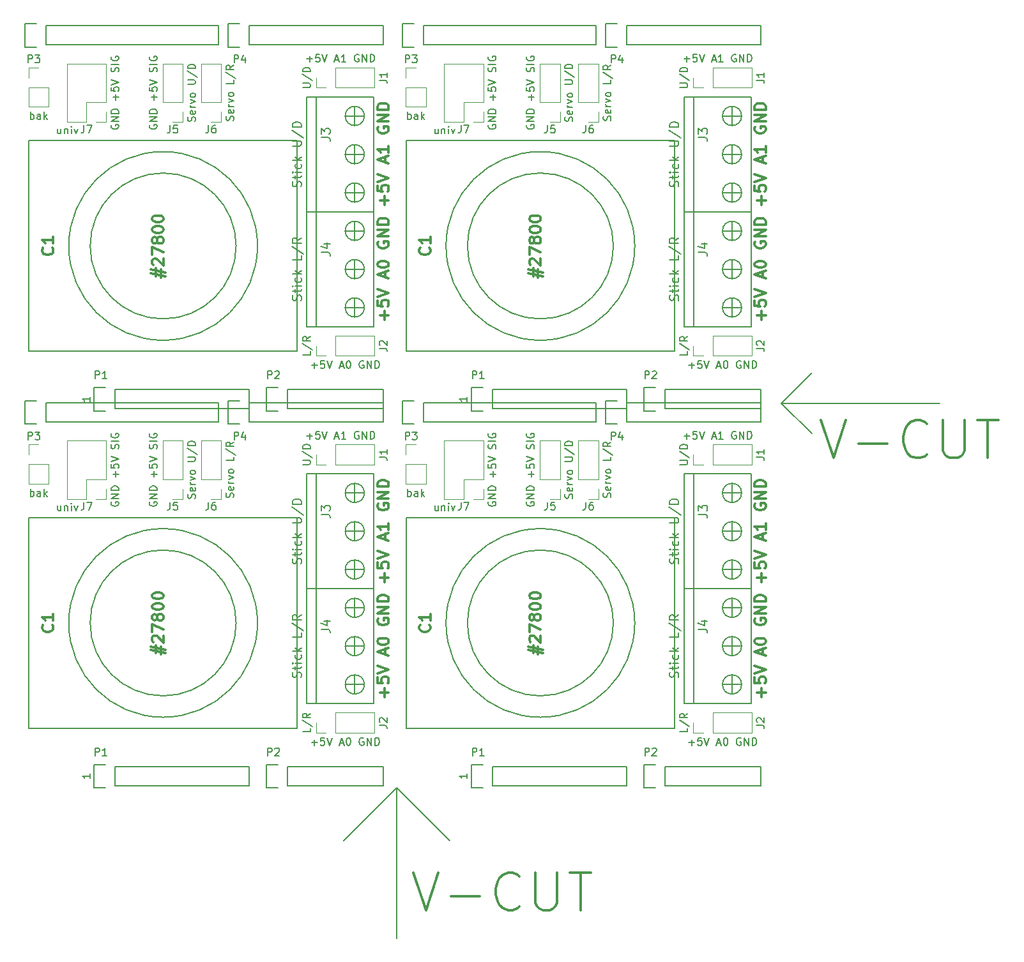
<source format=gto>
G04 #@! TF.FileFunction,Legend,Top*
%FSLAX46Y46*%
G04 Gerber Fmt 4.6, Leading zero omitted, Abs format (unit mm)*
G04 Created by KiCad (PCBNEW 4.0.6) date 02/07/18 21:53:05*
%MOMM*%
%LPD*%
G01*
G04 APERTURE LIST*
%ADD10C,0.100000*%
%ADD11C,0.300000*%
%ADD12C,0.150000*%
%ADD13C,0.120000*%
G04 APERTURE END LIST*
D10*
D11*
X109722286Y-161626905D02*
X111388953Y-166626905D01*
X113055620Y-161626905D01*
X114722286Y-164722143D02*
X118531810Y-164722143D01*
X123769905Y-166150714D02*
X123531810Y-166388810D01*
X122817524Y-166626905D01*
X122341334Y-166626905D01*
X121627048Y-166388810D01*
X121150857Y-165912619D01*
X120912762Y-165436429D01*
X120674667Y-164484048D01*
X120674667Y-163769762D01*
X120912762Y-162817381D01*
X121150857Y-162341190D01*
X121627048Y-161865000D01*
X122341334Y-161626905D01*
X122817524Y-161626905D01*
X123531810Y-161865000D01*
X123769905Y-162103095D01*
X125912762Y-161626905D02*
X125912762Y-165674524D01*
X126150857Y-166150714D01*
X126388953Y-166388810D01*
X126865143Y-166626905D01*
X127817524Y-166626905D01*
X128293715Y-166388810D01*
X128531810Y-166150714D01*
X128769905Y-165674524D01*
X128769905Y-161626905D01*
X130436571Y-161626905D02*
X133293714Y-161626905D01*
X131865143Y-166626905D02*
X131865143Y-161626905D01*
D12*
X107508000Y-150365000D02*
X107508000Y-170365000D01*
X114508000Y-157365000D02*
X107508000Y-150365000D01*
X107508000Y-150365000D02*
X114508000Y-157365000D01*
X100508000Y-157365000D02*
X107508000Y-150365000D01*
D11*
X163722286Y-101626905D02*
X165388953Y-106626905D01*
X167055620Y-101626905D01*
X168722286Y-104722143D02*
X172531810Y-104722143D01*
X177769905Y-106150714D02*
X177531810Y-106388810D01*
X176817524Y-106626905D01*
X176341334Y-106626905D01*
X175627048Y-106388810D01*
X175150857Y-105912619D01*
X174912762Y-105436429D01*
X174674667Y-104484048D01*
X174674667Y-103769762D01*
X174912762Y-102817381D01*
X175150857Y-102341190D01*
X175627048Y-101865000D01*
X176341334Y-101626905D01*
X176817524Y-101626905D01*
X177531810Y-101865000D01*
X177769905Y-102103095D01*
X179912762Y-101626905D02*
X179912762Y-105674524D01*
X180150857Y-106150714D01*
X180388953Y-106388810D01*
X180865143Y-106626905D01*
X181817524Y-106626905D01*
X182293715Y-106388810D01*
X182531810Y-106150714D01*
X182769905Y-105674524D01*
X182769905Y-101626905D01*
X184436571Y-101626905D02*
X187293714Y-101626905D01*
X185865143Y-106626905D02*
X185865143Y-101626905D01*
D12*
X158508000Y-99365000D02*
X179508000Y-99365000D01*
X162508000Y-103365000D02*
X158508000Y-99365000D01*
X158508000Y-99365000D02*
X162508000Y-103365000D01*
X162508000Y-95365000D02*
X158508000Y-99365000D01*
X96211809Y-144356429D02*
X96973714Y-144356429D01*
X96592762Y-144737381D02*
X96592762Y-143975476D01*
X97926095Y-143737381D02*
X97449904Y-143737381D01*
X97402285Y-144213571D01*
X97449904Y-144165952D01*
X97545142Y-144118333D01*
X97783238Y-144118333D01*
X97878476Y-144165952D01*
X97926095Y-144213571D01*
X97973714Y-144308810D01*
X97973714Y-144546905D01*
X97926095Y-144642143D01*
X97878476Y-144689762D01*
X97783238Y-144737381D01*
X97545142Y-144737381D01*
X97449904Y-144689762D01*
X97402285Y-144642143D01*
X98259428Y-143737381D02*
X98592761Y-144737381D01*
X98926095Y-143737381D01*
X99973714Y-144451667D02*
X100449905Y-144451667D01*
X99878476Y-144737381D02*
X100211809Y-143737381D01*
X100545143Y-144737381D01*
X101068952Y-143737381D02*
X101164191Y-143737381D01*
X101259429Y-143785000D01*
X101307048Y-143832619D01*
X101354667Y-143927857D01*
X101402286Y-144118333D01*
X101402286Y-144356429D01*
X101354667Y-144546905D01*
X101307048Y-144642143D01*
X101259429Y-144689762D01*
X101164191Y-144737381D01*
X101068952Y-144737381D01*
X100973714Y-144689762D01*
X100926095Y-144642143D01*
X100878476Y-144546905D01*
X100830857Y-144356429D01*
X100830857Y-144118333D01*
X100878476Y-143927857D01*
X100926095Y-143832619D01*
X100973714Y-143785000D01*
X101068952Y-143737381D01*
X103116572Y-143785000D02*
X103021334Y-143737381D01*
X102878477Y-143737381D01*
X102735619Y-143785000D01*
X102640381Y-143880238D01*
X102592762Y-143975476D01*
X102545143Y-144165952D01*
X102545143Y-144308810D01*
X102592762Y-144499286D01*
X102640381Y-144594524D01*
X102735619Y-144689762D01*
X102878477Y-144737381D01*
X102973715Y-144737381D01*
X103116572Y-144689762D01*
X103164191Y-144642143D01*
X103164191Y-144308810D01*
X102973715Y-144308810D01*
X103592762Y-144737381D02*
X103592762Y-143737381D01*
X104164191Y-144737381D01*
X104164191Y-143737381D01*
X104640381Y-144737381D02*
X104640381Y-143737381D01*
X104878476Y-143737381D01*
X105021334Y-143785000D01*
X105116572Y-143880238D01*
X105164191Y-143975476D01*
X105211810Y-144165952D01*
X105211810Y-144308810D01*
X105164191Y-144499286D01*
X105116572Y-144594524D01*
X105021334Y-144689762D01*
X104878476Y-144737381D01*
X104640381Y-144737381D01*
D11*
X105875143Y-123059285D02*
X105875143Y-121916428D01*
X106446571Y-122487857D02*
X105303714Y-122487857D01*
X104946571Y-120487856D02*
X104946571Y-121202142D01*
X105660857Y-121273571D01*
X105589429Y-121202142D01*
X105518000Y-121059285D01*
X105518000Y-120702142D01*
X105589429Y-120559285D01*
X105660857Y-120487856D01*
X105803714Y-120416428D01*
X106160857Y-120416428D01*
X106303714Y-120487856D01*
X106375143Y-120559285D01*
X106446571Y-120702142D01*
X106446571Y-121059285D01*
X106375143Y-121202142D01*
X106303714Y-121273571D01*
X104946571Y-119987857D02*
X106446571Y-119487857D01*
X104946571Y-118987857D01*
X106018000Y-117416429D02*
X106018000Y-116702143D01*
X106446571Y-117559286D02*
X104946571Y-117059286D01*
X106446571Y-116559286D01*
X106446571Y-115273572D02*
X106446571Y-116130715D01*
X106446571Y-115702143D02*
X104946571Y-115702143D01*
X105160857Y-115845000D01*
X105303714Y-115987858D01*
X105375143Y-116130715D01*
X105018000Y-112702144D02*
X104946571Y-112845001D01*
X104946571Y-113059287D01*
X105018000Y-113273572D01*
X105160857Y-113416430D01*
X105303714Y-113487858D01*
X105589429Y-113559287D01*
X105803714Y-113559287D01*
X106089429Y-113487858D01*
X106232286Y-113416430D01*
X106375143Y-113273572D01*
X106446571Y-113059287D01*
X106446571Y-112916430D01*
X106375143Y-112702144D01*
X106303714Y-112630715D01*
X105803714Y-112630715D01*
X105803714Y-112916430D01*
X106446571Y-111987858D02*
X104946571Y-111987858D01*
X106446571Y-111130715D01*
X104946571Y-111130715D01*
X106446571Y-110416429D02*
X104946571Y-110416429D01*
X104946571Y-110059286D01*
X105018000Y-109845001D01*
X105160857Y-109702143D01*
X105303714Y-109630715D01*
X105589429Y-109559286D01*
X105803714Y-109559286D01*
X106089429Y-109630715D01*
X106232286Y-109702143D01*
X106375143Y-109845001D01*
X106446571Y-110059286D01*
X106446571Y-110416429D01*
X105875143Y-138299285D02*
X105875143Y-137156428D01*
X106446571Y-137727857D02*
X105303714Y-137727857D01*
X104946571Y-135727856D02*
X104946571Y-136442142D01*
X105660857Y-136513571D01*
X105589429Y-136442142D01*
X105518000Y-136299285D01*
X105518000Y-135942142D01*
X105589429Y-135799285D01*
X105660857Y-135727856D01*
X105803714Y-135656428D01*
X106160857Y-135656428D01*
X106303714Y-135727856D01*
X106375143Y-135799285D01*
X106446571Y-135942142D01*
X106446571Y-136299285D01*
X106375143Y-136442142D01*
X106303714Y-136513571D01*
X104946571Y-135227857D02*
X106446571Y-134727857D01*
X104946571Y-134227857D01*
X106018000Y-132656429D02*
X106018000Y-131942143D01*
X106446571Y-132799286D02*
X104946571Y-132299286D01*
X106446571Y-131799286D01*
X104946571Y-131013572D02*
X104946571Y-130870715D01*
X105018000Y-130727858D01*
X105089429Y-130656429D01*
X105232286Y-130585000D01*
X105518000Y-130513572D01*
X105875143Y-130513572D01*
X106160857Y-130585000D01*
X106303714Y-130656429D01*
X106375143Y-130727858D01*
X106446571Y-130870715D01*
X106446571Y-131013572D01*
X106375143Y-131156429D01*
X106303714Y-131227858D01*
X106160857Y-131299286D01*
X105875143Y-131370715D01*
X105518000Y-131370715D01*
X105232286Y-131299286D01*
X105089429Y-131227858D01*
X105018000Y-131156429D01*
X104946571Y-131013572D01*
X105018000Y-127942144D02*
X104946571Y-128085001D01*
X104946571Y-128299287D01*
X105018000Y-128513572D01*
X105160857Y-128656430D01*
X105303714Y-128727858D01*
X105589429Y-128799287D01*
X105803714Y-128799287D01*
X106089429Y-128727858D01*
X106232286Y-128656430D01*
X106375143Y-128513572D01*
X106446571Y-128299287D01*
X106446571Y-128156430D01*
X106375143Y-127942144D01*
X106303714Y-127870715D01*
X105803714Y-127870715D01*
X105803714Y-128156430D01*
X106446571Y-127227858D02*
X104946571Y-127227858D01*
X106446571Y-126370715D01*
X104946571Y-126370715D01*
X106446571Y-125656429D02*
X104946571Y-125656429D01*
X104946571Y-125299286D01*
X105018000Y-125085001D01*
X105160857Y-124942143D01*
X105303714Y-124870715D01*
X105589429Y-124799286D01*
X105803714Y-124799286D01*
X106089429Y-124870715D01*
X106232286Y-124942143D01*
X106375143Y-125085001D01*
X106446571Y-125299286D01*
X106446571Y-125656429D01*
D12*
X95576809Y-103716429D02*
X96338714Y-103716429D01*
X95957762Y-104097381D02*
X95957762Y-103335476D01*
X97291095Y-103097381D02*
X96814904Y-103097381D01*
X96767285Y-103573571D01*
X96814904Y-103525952D01*
X96910142Y-103478333D01*
X97148238Y-103478333D01*
X97243476Y-103525952D01*
X97291095Y-103573571D01*
X97338714Y-103668810D01*
X97338714Y-103906905D01*
X97291095Y-104002143D01*
X97243476Y-104049762D01*
X97148238Y-104097381D01*
X96910142Y-104097381D01*
X96814904Y-104049762D01*
X96767285Y-104002143D01*
X97624428Y-103097381D02*
X97957761Y-104097381D01*
X98291095Y-103097381D01*
X99338714Y-103811667D02*
X99814905Y-103811667D01*
X99243476Y-104097381D02*
X99576809Y-103097381D01*
X99910143Y-104097381D01*
X100767286Y-104097381D02*
X100195857Y-104097381D01*
X100481571Y-104097381D02*
X100481571Y-103097381D01*
X100386333Y-103240238D01*
X100291095Y-103335476D01*
X100195857Y-103383095D01*
X102481572Y-103145000D02*
X102386334Y-103097381D01*
X102243477Y-103097381D01*
X102100619Y-103145000D01*
X102005381Y-103240238D01*
X101957762Y-103335476D01*
X101910143Y-103525952D01*
X101910143Y-103668810D01*
X101957762Y-103859286D01*
X102005381Y-103954524D01*
X102100619Y-104049762D01*
X102243477Y-104097381D01*
X102338715Y-104097381D01*
X102481572Y-104049762D01*
X102529191Y-104002143D01*
X102529191Y-103668810D01*
X102338715Y-103668810D01*
X102957762Y-104097381D02*
X102957762Y-103097381D01*
X103529191Y-104097381D01*
X103529191Y-103097381D01*
X104005381Y-104097381D02*
X104005381Y-103097381D01*
X104243476Y-103097381D01*
X104386334Y-103145000D01*
X104481572Y-103240238D01*
X104529191Y-103335476D01*
X104576810Y-103525952D01*
X104576810Y-103668810D01*
X104529191Y-103859286D01*
X104481572Y-103954524D01*
X104386334Y-104049762D01*
X104243476Y-104097381D01*
X104005381Y-104097381D01*
X69708000Y-112446904D02*
X69660381Y-112542142D01*
X69660381Y-112684999D01*
X69708000Y-112827857D01*
X69803238Y-112923095D01*
X69898476Y-112970714D01*
X70088952Y-113018333D01*
X70231810Y-113018333D01*
X70422286Y-112970714D01*
X70517524Y-112923095D01*
X70612762Y-112827857D01*
X70660381Y-112684999D01*
X70660381Y-112589761D01*
X70612762Y-112446904D01*
X70565143Y-112399285D01*
X70231810Y-112399285D01*
X70231810Y-112589761D01*
X70660381Y-111970714D02*
X69660381Y-111970714D01*
X70660381Y-111399285D01*
X69660381Y-111399285D01*
X70660381Y-110923095D02*
X69660381Y-110923095D01*
X69660381Y-110685000D01*
X69708000Y-110542142D01*
X69803238Y-110446904D01*
X69898476Y-110399285D01*
X70088952Y-110351666D01*
X70231810Y-110351666D01*
X70422286Y-110399285D01*
X70517524Y-110446904D01*
X70612762Y-110542142D01*
X70660381Y-110685000D01*
X70660381Y-110923095D01*
X70279429Y-109161190D02*
X70279429Y-108399285D01*
X70660381Y-108780237D02*
X69898476Y-108780237D01*
X69660381Y-107446904D02*
X69660381Y-107923095D01*
X70136571Y-107970714D01*
X70088952Y-107923095D01*
X70041333Y-107827857D01*
X70041333Y-107589761D01*
X70088952Y-107494523D01*
X70136571Y-107446904D01*
X70231810Y-107399285D01*
X70469905Y-107399285D01*
X70565143Y-107446904D01*
X70612762Y-107494523D01*
X70660381Y-107589761D01*
X70660381Y-107827857D01*
X70612762Y-107923095D01*
X70565143Y-107970714D01*
X69660381Y-107113571D02*
X70660381Y-106780238D01*
X69660381Y-106446904D01*
X70612762Y-105399285D02*
X70660381Y-105256428D01*
X70660381Y-105018332D01*
X70612762Y-104923094D01*
X70565143Y-104875475D01*
X70469905Y-104827856D01*
X70374667Y-104827856D01*
X70279429Y-104875475D01*
X70231810Y-104923094D01*
X70184190Y-105018332D01*
X70136571Y-105208809D01*
X70088952Y-105304047D01*
X70041333Y-105351666D01*
X69946095Y-105399285D01*
X69850857Y-105399285D01*
X69755619Y-105351666D01*
X69708000Y-105304047D01*
X69660381Y-105208809D01*
X69660381Y-104970713D01*
X69708000Y-104827856D01*
X70660381Y-104399285D02*
X69660381Y-104399285D01*
X69708000Y-103399285D02*
X69660381Y-103494523D01*
X69660381Y-103637380D01*
X69708000Y-103780238D01*
X69803238Y-103875476D01*
X69898476Y-103923095D01*
X70088952Y-103970714D01*
X70231810Y-103970714D01*
X70422286Y-103923095D01*
X70517524Y-103875476D01*
X70612762Y-103780238D01*
X70660381Y-103637380D01*
X70660381Y-103542142D01*
X70612762Y-103399285D01*
X70565143Y-103351666D01*
X70231810Y-103351666D01*
X70231810Y-103542142D01*
X74788000Y-112446904D02*
X74740381Y-112542142D01*
X74740381Y-112684999D01*
X74788000Y-112827857D01*
X74883238Y-112923095D01*
X74978476Y-112970714D01*
X75168952Y-113018333D01*
X75311810Y-113018333D01*
X75502286Y-112970714D01*
X75597524Y-112923095D01*
X75692762Y-112827857D01*
X75740381Y-112684999D01*
X75740381Y-112589761D01*
X75692762Y-112446904D01*
X75645143Y-112399285D01*
X75311810Y-112399285D01*
X75311810Y-112589761D01*
X75740381Y-111970714D02*
X74740381Y-111970714D01*
X75740381Y-111399285D01*
X74740381Y-111399285D01*
X75740381Y-110923095D02*
X74740381Y-110923095D01*
X74740381Y-110685000D01*
X74788000Y-110542142D01*
X74883238Y-110446904D01*
X74978476Y-110399285D01*
X75168952Y-110351666D01*
X75311810Y-110351666D01*
X75502286Y-110399285D01*
X75597524Y-110446904D01*
X75692762Y-110542142D01*
X75740381Y-110685000D01*
X75740381Y-110923095D01*
X75359429Y-109161190D02*
X75359429Y-108399285D01*
X75740381Y-108780237D02*
X74978476Y-108780237D01*
X74740381Y-107446904D02*
X74740381Y-107923095D01*
X75216571Y-107970714D01*
X75168952Y-107923095D01*
X75121333Y-107827857D01*
X75121333Y-107589761D01*
X75168952Y-107494523D01*
X75216571Y-107446904D01*
X75311810Y-107399285D01*
X75549905Y-107399285D01*
X75645143Y-107446904D01*
X75692762Y-107494523D01*
X75740381Y-107589761D01*
X75740381Y-107827857D01*
X75692762Y-107923095D01*
X75645143Y-107970714D01*
X74740381Y-107113571D02*
X75740381Y-106780238D01*
X74740381Y-106446904D01*
X75692762Y-105399285D02*
X75740381Y-105256428D01*
X75740381Y-105018332D01*
X75692762Y-104923094D01*
X75645143Y-104875475D01*
X75549905Y-104827856D01*
X75454667Y-104827856D01*
X75359429Y-104875475D01*
X75311810Y-104923094D01*
X75264190Y-105018332D01*
X75216571Y-105208809D01*
X75168952Y-105304047D01*
X75121333Y-105351666D01*
X75026095Y-105399285D01*
X74930857Y-105399285D01*
X74835619Y-105351666D01*
X74788000Y-105304047D01*
X74740381Y-105208809D01*
X74740381Y-104970713D01*
X74788000Y-104827856D01*
X75740381Y-104399285D02*
X74740381Y-104399285D01*
X74788000Y-103399285D02*
X74740381Y-103494523D01*
X74740381Y-103637380D01*
X74788000Y-103780238D01*
X74883238Y-103875476D01*
X74978476Y-103923095D01*
X75168952Y-103970714D01*
X75311810Y-103970714D01*
X75502286Y-103923095D01*
X75597524Y-103875476D01*
X75692762Y-103780238D01*
X75740381Y-103637380D01*
X75740381Y-103542142D01*
X75692762Y-103399285D01*
X75645143Y-103351666D01*
X75311810Y-103351666D01*
X75311810Y-103542142D01*
X66850381Y-148539285D02*
X66850381Y-149110714D01*
X66850381Y-148825000D02*
X65850381Y-148825000D01*
X65993238Y-148920238D01*
X66088476Y-149015476D01*
X66136095Y-149110714D01*
X146211809Y-144356429D02*
X146973714Y-144356429D01*
X146592762Y-144737381D02*
X146592762Y-143975476D01*
X147926095Y-143737381D02*
X147449904Y-143737381D01*
X147402285Y-144213571D01*
X147449904Y-144165952D01*
X147545142Y-144118333D01*
X147783238Y-144118333D01*
X147878476Y-144165952D01*
X147926095Y-144213571D01*
X147973714Y-144308810D01*
X147973714Y-144546905D01*
X147926095Y-144642143D01*
X147878476Y-144689762D01*
X147783238Y-144737381D01*
X147545142Y-144737381D01*
X147449904Y-144689762D01*
X147402285Y-144642143D01*
X148259428Y-143737381D02*
X148592761Y-144737381D01*
X148926095Y-143737381D01*
X149973714Y-144451667D02*
X150449905Y-144451667D01*
X149878476Y-144737381D02*
X150211809Y-143737381D01*
X150545143Y-144737381D01*
X151068952Y-143737381D02*
X151164191Y-143737381D01*
X151259429Y-143785000D01*
X151307048Y-143832619D01*
X151354667Y-143927857D01*
X151402286Y-144118333D01*
X151402286Y-144356429D01*
X151354667Y-144546905D01*
X151307048Y-144642143D01*
X151259429Y-144689762D01*
X151164191Y-144737381D01*
X151068952Y-144737381D01*
X150973714Y-144689762D01*
X150926095Y-144642143D01*
X150878476Y-144546905D01*
X150830857Y-144356429D01*
X150830857Y-144118333D01*
X150878476Y-143927857D01*
X150926095Y-143832619D01*
X150973714Y-143785000D01*
X151068952Y-143737381D01*
X153116572Y-143785000D02*
X153021334Y-143737381D01*
X152878477Y-143737381D01*
X152735619Y-143785000D01*
X152640381Y-143880238D01*
X152592762Y-143975476D01*
X152545143Y-144165952D01*
X152545143Y-144308810D01*
X152592762Y-144499286D01*
X152640381Y-144594524D01*
X152735619Y-144689762D01*
X152878477Y-144737381D01*
X152973715Y-144737381D01*
X153116572Y-144689762D01*
X153164191Y-144642143D01*
X153164191Y-144308810D01*
X152973715Y-144308810D01*
X153592762Y-144737381D02*
X153592762Y-143737381D01*
X154164191Y-144737381D01*
X154164191Y-143737381D01*
X154640381Y-144737381D02*
X154640381Y-143737381D01*
X154878476Y-143737381D01*
X155021334Y-143785000D01*
X155116572Y-143880238D01*
X155164191Y-143975476D01*
X155211810Y-144165952D01*
X155211810Y-144308810D01*
X155164191Y-144499286D01*
X155116572Y-144594524D01*
X155021334Y-144689762D01*
X154878476Y-144737381D01*
X154640381Y-144737381D01*
D11*
X155875143Y-123059285D02*
X155875143Y-121916428D01*
X156446571Y-122487857D02*
X155303714Y-122487857D01*
X154946571Y-120487856D02*
X154946571Y-121202142D01*
X155660857Y-121273571D01*
X155589429Y-121202142D01*
X155518000Y-121059285D01*
X155518000Y-120702142D01*
X155589429Y-120559285D01*
X155660857Y-120487856D01*
X155803714Y-120416428D01*
X156160857Y-120416428D01*
X156303714Y-120487856D01*
X156375143Y-120559285D01*
X156446571Y-120702142D01*
X156446571Y-121059285D01*
X156375143Y-121202142D01*
X156303714Y-121273571D01*
X154946571Y-119987857D02*
X156446571Y-119487857D01*
X154946571Y-118987857D01*
X156018000Y-117416429D02*
X156018000Y-116702143D01*
X156446571Y-117559286D02*
X154946571Y-117059286D01*
X156446571Y-116559286D01*
X156446571Y-115273572D02*
X156446571Y-116130715D01*
X156446571Y-115702143D02*
X154946571Y-115702143D01*
X155160857Y-115845000D01*
X155303714Y-115987858D01*
X155375143Y-116130715D01*
X155018000Y-112702144D02*
X154946571Y-112845001D01*
X154946571Y-113059287D01*
X155018000Y-113273572D01*
X155160857Y-113416430D01*
X155303714Y-113487858D01*
X155589429Y-113559287D01*
X155803714Y-113559287D01*
X156089429Y-113487858D01*
X156232286Y-113416430D01*
X156375143Y-113273572D01*
X156446571Y-113059287D01*
X156446571Y-112916430D01*
X156375143Y-112702144D01*
X156303714Y-112630715D01*
X155803714Y-112630715D01*
X155803714Y-112916430D01*
X156446571Y-111987858D02*
X154946571Y-111987858D01*
X156446571Y-111130715D01*
X154946571Y-111130715D01*
X156446571Y-110416429D02*
X154946571Y-110416429D01*
X154946571Y-110059286D01*
X155018000Y-109845001D01*
X155160857Y-109702143D01*
X155303714Y-109630715D01*
X155589429Y-109559286D01*
X155803714Y-109559286D01*
X156089429Y-109630715D01*
X156232286Y-109702143D01*
X156375143Y-109845001D01*
X156446571Y-110059286D01*
X156446571Y-110416429D01*
X155875143Y-138299285D02*
X155875143Y-137156428D01*
X156446571Y-137727857D02*
X155303714Y-137727857D01*
X154946571Y-135727856D02*
X154946571Y-136442142D01*
X155660857Y-136513571D01*
X155589429Y-136442142D01*
X155518000Y-136299285D01*
X155518000Y-135942142D01*
X155589429Y-135799285D01*
X155660857Y-135727856D01*
X155803714Y-135656428D01*
X156160857Y-135656428D01*
X156303714Y-135727856D01*
X156375143Y-135799285D01*
X156446571Y-135942142D01*
X156446571Y-136299285D01*
X156375143Y-136442142D01*
X156303714Y-136513571D01*
X154946571Y-135227857D02*
X156446571Y-134727857D01*
X154946571Y-134227857D01*
X156018000Y-132656429D02*
X156018000Y-131942143D01*
X156446571Y-132799286D02*
X154946571Y-132299286D01*
X156446571Y-131799286D01*
X154946571Y-131013572D02*
X154946571Y-130870715D01*
X155018000Y-130727858D01*
X155089429Y-130656429D01*
X155232286Y-130585000D01*
X155518000Y-130513572D01*
X155875143Y-130513572D01*
X156160857Y-130585000D01*
X156303714Y-130656429D01*
X156375143Y-130727858D01*
X156446571Y-130870715D01*
X156446571Y-131013572D01*
X156375143Y-131156429D01*
X156303714Y-131227858D01*
X156160857Y-131299286D01*
X155875143Y-131370715D01*
X155518000Y-131370715D01*
X155232286Y-131299286D01*
X155089429Y-131227858D01*
X155018000Y-131156429D01*
X154946571Y-131013572D01*
X155018000Y-127942144D02*
X154946571Y-128085001D01*
X154946571Y-128299287D01*
X155018000Y-128513572D01*
X155160857Y-128656430D01*
X155303714Y-128727858D01*
X155589429Y-128799287D01*
X155803714Y-128799287D01*
X156089429Y-128727858D01*
X156232286Y-128656430D01*
X156375143Y-128513572D01*
X156446571Y-128299287D01*
X156446571Y-128156430D01*
X156375143Y-127942144D01*
X156303714Y-127870715D01*
X155803714Y-127870715D01*
X155803714Y-128156430D01*
X156446571Y-127227858D02*
X154946571Y-127227858D01*
X156446571Y-126370715D01*
X154946571Y-126370715D01*
X156446571Y-125656429D02*
X154946571Y-125656429D01*
X154946571Y-125299286D01*
X155018000Y-125085001D01*
X155160857Y-124942143D01*
X155303714Y-124870715D01*
X155589429Y-124799286D01*
X155803714Y-124799286D01*
X156089429Y-124870715D01*
X156232286Y-124942143D01*
X156375143Y-125085001D01*
X156446571Y-125299286D01*
X156446571Y-125656429D01*
D12*
X145576809Y-103716429D02*
X146338714Y-103716429D01*
X145957762Y-104097381D02*
X145957762Y-103335476D01*
X147291095Y-103097381D02*
X146814904Y-103097381D01*
X146767285Y-103573571D01*
X146814904Y-103525952D01*
X146910142Y-103478333D01*
X147148238Y-103478333D01*
X147243476Y-103525952D01*
X147291095Y-103573571D01*
X147338714Y-103668810D01*
X147338714Y-103906905D01*
X147291095Y-104002143D01*
X147243476Y-104049762D01*
X147148238Y-104097381D01*
X146910142Y-104097381D01*
X146814904Y-104049762D01*
X146767285Y-104002143D01*
X147624428Y-103097381D02*
X147957761Y-104097381D01*
X148291095Y-103097381D01*
X149338714Y-103811667D02*
X149814905Y-103811667D01*
X149243476Y-104097381D02*
X149576809Y-103097381D01*
X149910143Y-104097381D01*
X150767286Y-104097381D02*
X150195857Y-104097381D01*
X150481571Y-104097381D02*
X150481571Y-103097381D01*
X150386333Y-103240238D01*
X150291095Y-103335476D01*
X150195857Y-103383095D01*
X152481572Y-103145000D02*
X152386334Y-103097381D01*
X152243477Y-103097381D01*
X152100619Y-103145000D01*
X152005381Y-103240238D01*
X151957762Y-103335476D01*
X151910143Y-103525952D01*
X151910143Y-103668810D01*
X151957762Y-103859286D01*
X152005381Y-103954524D01*
X152100619Y-104049762D01*
X152243477Y-104097381D01*
X152338715Y-104097381D01*
X152481572Y-104049762D01*
X152529191Y-104002143D01*
X152529191Y-103668810D01*
X152338715Y-103668810D01*
X152957762Y-104097381D02*
X152957762Y-103097381D01*
X153529191Y-104097381D01*
X153529191Y-103097381D01*
X154005381Y-104097381D02*
X154005381Y-103097381D01*
X154243476Y-103097381D01*
X154386334Y-103145000D01*
X154481572Y-103240238D01*
X154529191Y-103335476D01*
X154576810Y-103525952D01*
X154576810Y-103668810D01*
X154529191Y-103859286D01*
X154481572Y-103954524D01*
X154386334Y-104049762D01*
X154243476Y-104097381D01*
X154005381Y-104097381D01*
X119708000Y-112446904D02*
X119660381Y-112542142D01*
X119660381Y-112684999D01*
X119708000Y-112827857D01*
X119803238Y-112923095D01*
X119898476Y-112970714D01*
X120088952Y-113018333D01*
X120231810Y-113018333D01*
X120422286Y-112970714D01*
X120517524Y-112923095D01*
X120612762Y-112827857D01*
X120660381Y-112684999D01*
X120660381Y-112589761D01*
X120612762Y-112446904D01*
X120565143Y-112399285D01*
X120231810Y-112399285D01*
X120231810Y-112589761D01*
X120660381Y-111970714D02*
X119660381Y-111970714D01*
X120660381Y-111399285D01*
X119660381Y-111399285D01*
X120660381Y-110923095D02*
X119660381Y-110923095D01*
X119660381Y-110685000D01*
X119708000Y-110542142D01*
X119803238Y-110446904D01*
X119898476Y-110399285D01*
X120088952Y-110351666D01*
X120231810Y-110351666D01*
X120422286Y-110399285D01*
X120517524Y-110446904D01*
X120612762Y-110542142D01*
X120660381Y-110685000D01*
X120660381Y-110923095D01*
X120279429Y-109161190D02*
X120279429Y-108399285D01*
X120660381Y-108780237D02*
X119898476Y-108780237D01*
X119660381Y-107446904D02*
X119660381Y-107923095D01*
X120136571Y-107970714D01*
X120088952Y-107923095D01*
X120041333Y-107827857D01*
X120041333Y-107589761D01*
X120088952Y-107494523D01*
X120136571Y-107446904D01*
X120231810Y-107399285D01*
X120469905Y-107399285D01*
X120565143Y-107446904D01*
X120612762Y-107494523D01*
X120660381Y-107589761D01*
X120660381Y-107827857D01*
X120612762Y-107923095D01*
X120565143Y-107970714D01*
X119660381Y-107113571D02*
X120660381Y-106780238D01*
X119660381Y-106446904D01*
X120612762Y-105399285D02*
X120660381Y-105256428D01*
X120660381Y-105018332D01*
X120612762Y-104923094D01*
X120565143Y-104875475D01*
X120469905Y-104827856D01*
X120374667Y-104827856D01*
X120279429Y-104875475D01*
X120231810Y-104923094D01*
X120184190Y-105018332D01*
X120136571Y-105208809D01*
X120088952Y-105304047D01*
X120041333Y-105351666D01*
X119946095Y-105399285D01*
X119850857Y-105399285D01*
X119755619Y-105351666D01*
X119708000Y-105304047D01*
X119660381Y-105208809D01*
X119660381Y-104970713D01*
X119708000Y-104827856D01*
X120660381Y-104399285D02*
X119660381Y-104399285D01*
X119708000Y-103399285D02*
X119660381Y-103494523D01*
X119660381Y-103637380D01*
X119708000Y-103780238D01*
X119803238Y-103875476D01*
X119898476Y-103923095D01*
X120088952Y-103970714D01*
X120231810Y-103970714D01*
X120422286Y-103923095D01*
X120517524Y-103875476D01*
X120612762Y-103780238D01*
X120660381Y-103637380D01*
X120660381Y-103542142D01*
X120612762Y-103399285D01*
X120565143Y-103351666D01*
X120231810Y-103351666D01*
X120231810Y-103542142D01*
X124788000Y-112446904D02*
X124740381Y-112542142D01*
X124740381Y-112684999D01*
X124788000Y-112827857D01*
X124883238Y-112923095D01*
X124978476Y-112970714D01*
X125168952Y-113018333D01*
X125311810Y-113018333D01*
X125502286Y-112970714D01*
X125597524Y-112923095D01*
X125692762Y-112827857D01*
X125740381Y-112684999D01*
X125740381Y-112589761D01*
X125692762Y-112446904D01*
X125645143Y-112399285D01*
X125311810Y-112399285D01*
X125311810Y-112589761D01*
X125740381Y-111970714D02*
X124740381Y-111970714D01*
X125740381Y-111399285D01*
X124740381Y-111399285D01*
X125740381Y-110923095D02*
X124740381Y-110923095D01*
X124740381Y-110685000D01*
X124788000Y-110542142D01*
X124883238Y-110446904D01*
X124978476Y-110399285D01*
X125168952Y-110351666D01*
X125311810Y-110351666D01*
X125502286Y-110399285D01*
X125597524Y-110446904D01*
X125692762Y-110542142D01*
X125740381Y-110685000D01*
X125740381Y-110923095D01*
X125359429Y-109161190D02*
X125359429Y-108399285D01*
X125740381Y-108780237D02*
X124978476Y-108780237D01*
X124740381Y-107446904D02*
X124740381Y-107923095D01*
X125216571Y-107970714D01*
X125168952Y-107923095D01*
X125121333Y-107827857D01*
X125121333Y-107589761D01*
X125168952Y-107494523D01*
X125216571Y-107446904D01*
X125311810Y-107399285D01*
X125549905Y-107399285D01*
X125645143Y-107446904D01*
X125692762Y-107494523D01*
X125740381Y-107589761D01*
X125740381Y-107827857D01*
X125692762Y-107923095D01*
X125645143Y-107970714D01*
X124740381Y-107113571D02*
X125740381Y-106780238D01*
X124740381Y-106446904D01*
X125692762Y-105399285D02*
X125740381Y-105256428D01*
X125740381Y-105018332D01*
X125692762Y-104923094D01*
X125645143Y-104875475D01*
X125549905Y-104827856D01*
X125454667Y-104827856D01*
X125359429Y-104875475D01*
X125311810Y-104923094D01*
X125264190Y-105018332D01*
X125216571Y-105208809D01*
X125168952Y-105304047D01*
X125121333Y-105351666D01*
X125026095Y-105399285D01*
X124930857Y-105399285D01*
X124835619Y-105351666D01*
X124788000Y-105304047D01*
X124740381Y-105208809D01*
X124740381Y-104970713D01*
X124788000Y-104827856D01*
X125740381Y-104399285D02*
X124740381Y-104399285D01*
X124788000Y-103399285D02*
X124740381Y-103494523D01*
X124740381Y-103637380D01*
X124788000Y-103780238D01*
X124883238Y-103875476D01*
X124978476Y-103923095D01*
X125168952Y-103970714D01*
X125311810Y-103970714D01*
X125502286Y-103923095D01*
X125597524Y-103875476D01*
X125692762Y-103780238D01*
X125740381Y-103637380D01*
X125740381Y-103542142D01*
X125692762Y-103399285D01*
X125645143Y-103351666D01*
X125311810Y-103351666D01*
X125311810Y-103542142D01*
X116850381Y-148539285D02*
X116850381Y-149110714D01*
X116850381Y-148825000D02*
X115850381Y-148825000D01*
X115993238Y-148920238D01*
X116088476Y-149015476D01*
X116136095Y-149110714D01*
X96211809Y-94356429D02*
X96973714Y-94356429D01*
X96592762Y-94737381D02*
X96592762Y-93975476D01*
X97926095Y-93737381D02*
X97449904Y-93737381D01*
X97402285Y-94213571D01*
X97449904Y-94165952D01*
X97545142Y-94118333D01*
X97783238Y-94118333D01*
X97878476Y-94165952D01*
X97926095Y-94213571D01*
X97973714Y-94308810D01*
X97973714Y-94546905D01*
X97926095Y-94642143D01*
X97878476Y-94689762D01*
X97783238Y-94737381D01*
X97545142Y-94737381D01*
X97449904Y-94689762D01*
X97402285Y-94642143D01*
X98259428Y-93737381D02*
X98592761Y-94737381D01*
X98926095Y-93737381D01*
X99973714Y-94451667D02*
X100449905Y-94451667D01*
X99878476Y-94737381D02*
X100211809Y-93737381D01*
X100545143Y-94737381D01*
X101068952Y-93737381D02*
X101164191Y-93737381D01*
X101259429Y-93785000D01*
X101307048Y-93832619D01*
X101354667Y-93927857D01*
X101402286Y-94118333D01*
X101402286Y-94356429D01*
X101354667Y-94546905D01*
X101307048Y-94642143D01*
X101259429Y-94689762D01*
X101164191Y-94737381D01*
X101068952Y-94737381D01*
X100973714Y-94689762D01*
X100926095Y-94642143D01*
X100878476Y-94546905D01*
X100830857Y-94356429D01*
X100830857Y-94118333D01*
X100878476Y-93927857D01*
X100926095Y-93832619D01*
X100973714Y-93785000D01*
X101068952Y-93737381D01*
X103116572Y-93785000D02*
X103021334Y-93737381D01*
X102878477Y-93737381D01*
X102735619Y-93785000D01*
X102640381Y-93880238D01*
X102592762Y-93975476D01*
X102545143Y-94165952D01*
X102545143Y-94308810D01*
X102592762Y-94499286D01*
X102640381Y-94594524D01*
X102735619Y-94689762D01*
X102878477Y-94737381D01*
X102973715Y-94737381D01*
X103116572Y-94689762D01*
X103164191Y-94642143D01*
X103164191Y-94308810D01*
X102973715Y-94308810D01*
X103592762Y-94737381D02*
X103592762Y-93737381D01*
X104164191Y-94737381D01*
X104164191Y-93737381D01*
X104640381Y-94737381D02*
X104640381Y-93737381D01*
X104878476Y-93737381D01*
X105021334Y-93785000D01*
X105116572Y-93880238D01*
X105164191Y-93975476D01*
X105211810Y-94165952D01*
X105211810Y-94308810D01*
X105164191Y-94499286D01*
X105116572Y-94594524D01*
X105021334Y-94689762D01*
X104878476Y-94737381D01*
X104640381Y-94737381D01*
D11*
X105875143Y-73059285D02*
X105875143Y-71916428D01*
X106446571Y-72487857D02*
X105303714Y-72487857D01*
X104946571Y-70487856D02*
X104946571Y-71202142D01*
X105660857Y-71273571D01*
X105589429Y-71202142D01*
X105518000Y-71059285D01*
X105518000Y-70702142D01*
X105589429Y-70559285D01*
X105660857Y-70487856D01*
X105803714Y-70416428D01*
X106160857Y-70416428D01*
X106303714Y-70487856D01*
X106375143Y-70559285D01*
X106446571Y-70702142D01*
X106446571Y-71059285D01*
X106375143Y-71202142D01*
X106303714Y-71273571D01*
X104946571Y-69987857D02*
X106446571Y-69487857D01*
X104946571Y-68987857D01*
X106018000Y-67416429D02*
X106018000Y-66702143D01*
X106446571Y-67559286D02*
X104946571Y-67059286D01*
X106446571Y-66559286D01*
X106446571Y-65273572D02*
X106446571Y-66130715D01*
X106446571Y-65702143D02*
X104946571Y-65702143D01*
X105160857Y-65845000D01*
X105303714Y-65987858D01*
X105375143Y-66130715D01*
X105018000Y-62702144D02*
X104946571Y-62845001D01*
X104946571Y-63059287D01*
X105018000Y-63273572D01*
X105160857Y-63416430D01*
X105303714Y-63487858D01*
X105589429Y-63559287D01*
X105803714Y-63559287D01*
X106089429Y-63487858D01*
X106232286Y-63416430D01*
X106375143Y-63273572D01*
X106446571Y-63059287D01*
X106446571Y-62916430D01*
X106375143Y-62702144D01*
X106303714Y-62630715D01*
X105803714Y-62630715D01*
X105803714Y-62916430D01*
X106446571Y-61987858D02*
X104946571Y-61987858D01*
X106446571Y-61130715D01*
X104946571Y-61130715D01*
X106446571Y-60416429D02*
X104946571Y-60416429D01*
X104946571Y-60059286D01*
X105018000Y-59845001D01*
X105160857Y-59702143D01*
X105303714Y-59630715D01*
X105589429Y-59559286D01*
X105803714Y-59559286D01*
X106089429Y-59630715D01*
X106232286Y-59702143D01*
X106375143Y-59845001D01*
X106446571Y-60059286D01*
X106446571Y-60416429D01*
X105875143Y-88299285D02*
X105875143Y-87156428D01*
X106446571Y-87727857D02*
X105303714Y-87727857D01*
X104946571Y-85727856D02*
X104946571Y-86442142D01*
X105660857Y-86513571D01*
X105589429Y-86442142D01*
X105518000Y-86299285D01*
X105518000Y-85942142D01*
X105589429Y-85799285D01*
X105660857Y-85727856D01*
X105803714Y-85656428D01*
X106160857Y-85656428D01*
X106303714Y-85727856D01*
X106375143Y-85799285D01*
X106446571Y-85942142D01*
X106446571Y-86299285D01*
X106375143Y-86442142D01*
X106303714Y-86513571D01*
X104946571Y-85227857D02*
X106446571Y-84727857D01*
X104946571Y-84227857D01*
X106018000Y-82656429D02*
X106018000Y-81942143D01*
X106446571Y-82799286D02*
X104946571Y-82299286D01*
X106446571Y-81799286D01*
X104946571Y-81013572D02*
X104946571Y-80870715D01*
X105018000Y-80727858D01*
X105089429Y-80656429D01*
X105232286Y-80585000D01*
X105518000Y-80513572D01*
X105875143Y-80513572D01*
X106160857Y-80585000D01*
X106303714Y-80656429D01*
X106375143Y-80727858D01*
X106446571Y-80870715D01*
X106446571Y-81013572D01*
X106375143Y-81156429D01*
X106303714Y-81227858D01*
X106160857Y-81299286D01*
X105875143Y-81370715D01*
X105518000Y-81370715D01*
X105232286Y-81299286D01*
X105089429Y-81227858D01*
X105018000Y-81156429D01*
X104946571Y-81013572D01*
X105018000Y-77942144D02*
X104946571Y-78085001D01*
X104946571Y-78299287D01*
X105018000Y-78513572D01*
X105160857Y-78656430D01*
X105303714Y-78727858D01*
X105589429Y-78799287D01*
X105803714Y-78799287D01*
X106089429Y-78727858D01*
X106232286Y-78656430D01*
X106375143Y-78513572D01*
X106446571Y-78299287D01*
X106446571Y-78156430D01*
X106375143Y-77942144D01*
X106303714Y-77870715D01*
X105803714Y-77870715D01*
X105803714Y-78156430D01*
X106446571Y-77227858D02*
X104946571Y-77227858D01*
X106446571Y-76370715D01*
X104946571Y-76370715D01*
X106446571Y-75656429D02*
X104946571Y-75656429D01*
X104946571Y-75299286D01*
X105018000Y-75085001D01*
X105160857Y-74942143D01*
X105303714Y-74870715D01*
X105589429Y-74799286D01*
X105803714Y-74799286D01*
X106089429Y-74870715D01*
X106232286Y-74942143D01*
X106375143Y-75085001D01*
X106446571Y-75299286D01*
X106446571Y-75656429D01*
D12*
X95576809Y-53716429D02*
X96338714Y-53716429D01*
X95957762Y-54097381D02*
X95957762Y-53335476D01*
X97291095Y-53097381D02*
X96814904Y-53097381D01*
X96767285Y-53573571D01*
X96814904Y-53525952D01*
X96910142Y-53478333D01*
X97148238Y-53478333D01*
X97243476Y-53525952D01*
X97291095Y-53573571D01*
X97338714Y-53668810D01*
X97338714Y-53906905D01*
X97291095Y-54002143D01*
X97243476Y-54049762D01*
X97148238Y-54097381D01*
X96910142Y-54097381D01*
X96814904Y-54049762D01*
X96767285Y-54002143D01*
X97624428Y-53097381D02*
X97957761Y-54097381D01*
X98291095Y-53097381D01*
X99338714Y-53811667D02*
X99814905Y-53811667D01*
X99243476Y-54097381D02*
X99576809Y-53097381D01*
X99910143Y-54097381D01*
X100767286Y-54097381D02*
X100195857Y-54097381D01*
X100481571Y-54097381D02*
X100481571Y-53097381D01*
X100386333Y-53240238D01*
X100291095Y-53335476D01*
X100195857Y-53383095D01*
X102481572Y-53145000D02*
X102386334Y-53097381D01*
X102243477Y-53097381D01*
X102100619Y-53145000D01*
X102005381Y-53240238D01*
X101957762Y-53335476D01*
X101910143Y-53525952D01*
X101910143Y-53668810D01*
X101957762Y-53859286D01*
X102005381Y-53954524D01*
X102100619Y-54049762D01*
X102243477Y-54097381D01*
X102338715Y-54097381D01*
X102481572Y-54049762D01*
X102529191Y-54002143D01*
X102529191Y-53668810D01*
X102338715Y-53668810D01*
X102957762Y-54097381D02*
X102957762Y-53097381D01*
X103529191Y-54097381D01*
X103529191Y-53097381D01*
X104005381Y-54097381D02*
X104005381Y-53097381D01*
X104243476Y-53097381D01*
X104386334Y-53145000D01*
X104481572Y-53240238D01*
X104529191Y-53335476D01*
X104576810Y-53525952D01*
X104576810Y-53668810D01*
X104529191Y-53859286D01*
X104481572Y-53954524D01*
X104386334Y-54049762D01*
X104243476Y-54097381D01*
X104005381Y-54097381D01*
X69708000Y-62446904D02*
X69660381Y-62542142D01*
X69660381Y-62684999D01*
X69708000Y-62827857D01*
X69803238Y-62923095D01*
X69898476Y-62970714D01*
X70088952Y-63018333D01*
X70231810Y-63018333D01*
X70422286Y-62970714D01*
X70517524Y-62923095D01*
X70612762Y-62827857D01*
X70660381Y-62684999D01*
X70660381Y-62589761D01*
X70612762Y-62446904D01*
X70565143Y-62399285D01*
X70231810Y-62399285D01*
X70231810Y-62589761D01*
X70660381Y-61970714D02*
X69660381Y-61970714D01*
X70660381Y-61399285D01*
X69660381Y-61399285D01*
X70660381Y-60923095D02*
X69660381Y-60923095D01*
X69660381Y-60685000D01*
X69708000Y-60542142D01*
X69803238Y-60446904D01*
X69898476Y-60399285D01*
X70088952Y-60351666D01*
X70231810Y-60351666D01*
X70422286Y-60399285D01*
X70517524Y-60446904D01*
X70612762Y-60542142D01*
X70660381Y-60685000D01*
X70660381Y-60923095D01*
X70279429Y-59161190D02*
X70279429Y-58399285D01*
X70660381Y-58780237D02*
X69898476Y-58780237D01*
X69660381Y-57446904D02*
X69660381Y-57923095D01*
X70136571Y-57970714D01*
X70088952Y-57923095D01*
X70041333Y-57827857D01*
X70041333Y-57589761D01*
X70088952Y-57494523D01*
X70136571Y-57446904D01*
X70231810Y-57399285D01*
X70469905Y-57399285D01*
X70565143Y-57446904D01*
X70612762Y-57494523D01*
X70660381Y-57589761D01*
X70660381Y-57827857D01*
X70612762Y-57923095D01*
X70565143Y-57970714D01*
X69660381Y-57113571D02*
X70660381Y-56780238D01*
X69660381Y-56446904D01*
X70612762Y-55399285D02*
X70660381Y-55256428D01*
X70660381Y-55018332D01*
X70612762Y-54923094D01*
X70565143Y-54875475D01*
X70469905Y-54827856D01*
X70374667Y-54827856D01*
X70279429Y-54875475D01*
X70231810Y-54923094D01*
X70184190Y-55018332D01*
X70136571Y-55208809D01*
X70088952Y-55304047D01*
X70041333Y-55351666D01*
X69946095Y-55399285D01*
X69850857Y-55399285D01*
X69755619Y-55351666D01*
X69708000Y-55304047D01*
X69660381Y-55208809D01*
X69660381Y-54970713D01*
X69708000Y-54827856D01*
X70660381Y-54399285D02*
X69660381Y-54399285D01*
X69708000Y-53399285D02*
X69660381Y-53494523D01*
X69660381Y-53637380D01*
X69708000Y-53780238D01*
X69803238Y-53875476D01*
X69898476Y-53923095D01*
X70088952Y-53970714D01*
X70231810Y-53970714D01*
X70422286Y-53923095D01*
X70517524Y-53875476D01*
X70612762Y-53780238D01*
X70660381Y-53637380D01*
X70660381Y-53542142D01*
X70612762Y-53399285D01*
X70565143Y-53351666D01*
X70231810Y-53351666D01*
X70231810Y-53542142D01*
X74788000Y-62446904D02*
X74740381Y-62542142D01*
X74740381Y-62684999D01*
X74788000Y-62827857D01*
X74883238Y-62923095D01*
X74978476Y-62970714D01*
X75168952Y-63018333D01*
X75311810Y-63018333D01*
X75502286Y-62970714D01*
X75597524Y-62923095D01*
X75692762Y-62827857D01*
X75740381Y-62684999D01*
X75740381Y-62589761D01*
X75692762Y-62446904D01*
X75645143Y-62399285D01*
X75311810Y-62399285D01*
X75311810Y-62589761D01*
X75740381Y-61970714D02*
X74740381Y-61970714D01*
X75740381Y-61399285D01*
X74740381Y-61399285D01*
X75740381Y-60923095D02*
X74740381Y-60923095D01*
X74740381Y-60685000D01*
X74788000Y-60542142D01*
X74883238Y-60446904D01*
X74978476Y-60399285D01*
X75168952Y-60351666D01*
X75311810Y-60351666D01*
X75502286Y-60399285D01*
X75597524Y-60446904D01*
X75692762Y-60542142D01*
X75740381Y-60685000D01*
X75740381Y-60923095D01*
X75359429Y-59161190D02*
X75359429Y-58399285D01*
X75740381Y-58780237D02*
X74978476Y-58780237D01*
X74740381Y-57446904D02*
X74740381Y-57923095D01*
X75216571Y-57970714D01*
X75168952Y-57923095D01*
X75121333Y-57827857D01*
X75121333Y-57589761D01*
X75168952Y-57494523D01*
X75216571Y-57446904D01*
X75311810Y-57399285D01*
X75549905Y-57399285D01*
X75645143Y-57446904D01*
X75692762Y-57494523D01*
X75740381Y-57589761D01*
X75740381Y-57827857D01*
X75692762Y-57923095D01*
X75645143Y-57970714D01*
X74740381Y-57113571D02*
X75740381Y-56780238D01*
X74740381Y-56446904D01*
X75692762Y-55399285D02*
X75740381Y-55256428D01*
X75740381Y-55018332D01*
X75692762Y-54923094D01*
X75645143Y-54875475D01*
X75549905Y-54827856D01*
X75454667Y-54827856D01*
X75359429Y-54875475D01*
X75311810Y-54923094D01*
X75264190Y-55018332D01*
X75216571Y-55208809D01*
X75168952Y-55304047D01*
X75121333Y-55351666D01*
X75026095Y-55399285D01*
X74930857Y-55399285D01*
X74835619Y-55351666D01*
X74788000Y-55304047D01*
X74740381Y-55208809D01*
X74740381Y-54970713D01*
X74788000Y-54827856D01*
X75740381Y-54399285D02*
X74740381Y-54399285D01*
X74788000Y-53399285D02*
X74740381Y-53494523D01*
X74740381Y-53637380D01*
X74788000Y-53780238D01*
X74883238Y-53875476D01*
X74978476Y-53923095D01*
X75168952Y-53970714D01*
X75311810Y-53970714D01*
X75502286Y-53923095D01*
X75597524Y-53875476D01*
X75692762Y-53780238D01*
X75740381Y-53637380D01*
X75740381Y-53542142D01*
X75692762Y-53399285D01*
X75645143Y-53351666D01*
X75311810Y-53351666D01*
X75311810Y-53542142D01*
X66850381Y-98539285D02*
X66850381Y-99110714D01*
X66850381Y-98825000D02*
X65850381Y-98825000D01*
X65993238Y-98920238D01*
X66088476Y-99015476D01*
X66136095Y-99110714D01*
X146211809Y-94356429D02*
X146973714Y-94356429D01*
X146592762Y-94737381D02*
X146592762Y-93975476D01*
X147926095Y-93737381D02*
X147449904Y-93737381D01*
X147402285Y-94213571D01*
X147449904Y-94165952D01*
X147545142Y-94118333D01*
X147783238Y-94118333D01*
X147878476Y-94165952D01*
X147926095Y-94213571D01*
X147973714Y-94308810D01*
X147973714Y-94546905D01*
X147926095Y-94642143D01*
X147878476Y-94689762D01*
X147783238Y-94737381D01*
X147545142Y-94737381D01*
X147449904Y-94689762D01*
X147402285Y-94642143D01*
X148259428Y-93737381D02*
X148592761Y-94737381D01*
X148926095Y-93737381D01*
X149973714Y-94451667D02*
X150449905Y-94451667D01*
X149878476Y-94737381D02*
X150211809Y-93737381D01*
X150545143Y-94737381D01*
X151068952Y-93737381D02*
X151164191Y-93737381D01*
X151259429Y-93785000D01*
X151307048Y-93832619D01*
X151354667Y-93927857D01*
X151402286Y-94118333D01*
X151402286Y-94356429D01*
X151354667Y-94546905D01*
X151307048Y-94642143D01*
X151259429Y-94689762D01*
X151164191Y-94737381D01*
X151068952Y-94737381D01*
X150973714Y-94689762D01*
X150926095Y-94642143D01*
X150878476Y-94546905D01*
X150830857Y-94356429D01*
X150830857Y-94118333D01*
X150878476Y-93927857D01*
X150926095Y-93832619D01*
X150973714Y-93785000D01*
X151068952Y-93737381D01*
X153116572Y-93785000D02*
X153021334Y-93737381D01*
X152878477Y-93737381D01*
X152735619Y-93785000D01*
X152640381Y-93880238D01*
X152592762Y-93975476D01*
X152545143Y-94165952D01*
X152545143Y-94308810D01*
X152592762Y-94499286D01*
X152640381Y-94594524D01*
X152735619Y-94689762D01*
X152878477Y-94737381D01*
X152973715Y-94737381D01*
X153116572Y-94689762D01*
X153164191Y-94642143D01*
X153164191Y-94308810D01*
X152973715Y-94308810D01*
X153592762Y-94737381D02*
X153592762Y-93737381D01*
X154164191Y-94737381D01*
X154164191Y-93737381D01*
X154640381Y-94737381D02*
X154640381Y-93737381D01*
X154878476Y-93737381D01*
X155021334Y-93785000D01*
X155116572Y-93880238D01*
X155164191Y-93975476D01*
X155211810Y-94165952D01*
X155211810Y-94308810D01*
X155164191Y-94499286D01*
X155116572Y-94594524D01*
X155021334Y-94689762D01*
X154878476Y-94737381D01*
X154640381Y-94737381D01*
D11*
X155875143Y-73059285D02*
X155875143Y-71916428D01*
X156446571Y-72487857D02*
X155303714Y-72487857D01*
X154946571Y-70487856D02*
X154946571Y-71202142D01*
X155660857Y-71273571D01*
X155589429Y-71202142D01*
X155518000Y-71059285D01*
X155518000Y-70702142D01*
X155589429Y-70559285D01*
X155660857Y-70487856D01*
X155803714Y-70416428D01*
X156160857Y-70416428D01*
X156303714Y-70487856D01*
X156375143Y-70559285D01*
X156446571Y-70702142D01*
X156446571Y-71059285D01*
X156375143Y-71202142D01*
X156303714Y-71273571D01*
X154946571Y-69987857D02*
X156446571Y-69487857D01*
X154946571Y-68987857D01*
X156018000Y-67416429D02*
X156018000Y-66702143D01*
X156446571Y-67559286D02*
X154946571Y-67059286D01*
X156446571Y-66559286D01*
X156446571Y-65273572D02*
X156446571Y-66130715D01*
X156446571Y-65702143D02*
X154946571Y-65702143D01*
X155160857Y-65845000D01*
X155303714Y-65987858D01*
X155375143Y-66130715D01*
X155018000Y-62702144D02*
X154946571Y-62845001D01*
X154946571Y-63059287D01*
X155018000Y-63273572D01*
X155160857Y-63416430D01*
X155303714Y-63487858D01*
X155589429Y-63559287D01*
X155803714Y-63559287D01*
X156089429Y-63487858D01*
X156232286Y-63416430D01*
X156375143Y-63273572D01*
X156446571Y-63059287D01*
X156446571Y-62916430D01*
X156375143Y-62702144D01*
X156303714Y-62630715D01*
X155803714Y-62630715D01*
X155803714Y-62916430D01*
X156446571Y-61987858D02*
X154946571Y-61987858D01*
X156446571Y-61130715D01*
X154946571Y-61130715D01*
X156446571Y-60416429D02*
X154946571Y-60416429D01*
X154946571Y-60059286D01*
X155018000Y-59845001D01*
X155160857Y-59702143D01*
X155303714Y-59630715D01*
X155589429Y-59559286D01*
X155803714Y-59559286D01*
X156089429Y-59630715D01*
X156232286Y-59702143D01*
X156375143Y-59845001D01*
X156446571Y-60059286D01*
X156446571Y-60416429D01*
X155875143Y-88299285D02*
X155875143Y-87156428D01*
X156446571Y-87727857D02*
X155303714Y-87727857D01*
X154946571Y-85727856D02*
X154946571Y-86442142D01*
X155660857Y-86513571D01*
X155589429Y-86442142D01*
X155518000Y-86299285D01*
X155518000Y-85942142D01*
X155589429Y-85799285D01*
X155660857Y-85727856D01*
X155803714Y-85656428D01*
X156160857Y-85656428D01*
X156303714Y-85727856D01*
X156375143Y-85799285D01*
X156446571Y-85942142D01*
X156446571Y-86299285D01*
X156375143Y-86442142D01*
X156303714Y-86513571D01*
X154946571Y-85227857D02*
X156446571Y-84727857D01*
X154946571Y-84227857D01*
X156018000Y-82656429D02*
X156018000Y-81942143D01*
X156446571Y-82799286D02*
X154946571Y-82299286D01*
X156446571Y-81799286D01*
X154946571Y-81013572D02*
X154946571Y-80870715D01*
X155018000Y-80727858D01*
X155089429Y-80656429D01*
X155232286Y-80585000D01*
X155518000Y-80513572D01*
X155875143Y-80513572D01*
X156160857Y-80585000D01*
X156303714Y-80656429D01*
X156375143Y-80727858D01*
X156446571Y-80870715D01*
X156446571Y-81013572D01*
X156375143Y-81156429D01*
X156303714Y-81227858D01*
X156160857Y-81299286D01*
X155875143Y-81370715D01*
X155518000Y-81370715D01*
X155232286Y-81299286D01*
X155089429Y-81227858D01*
X155018000Y-81156429D01*
X154946571Y-81013572D01*
X155018000Y-77942144D02*
X154946571Y-78085001D01*
X154946571Y-78299287D01*
X155018000Y-78513572D01*
X155160857Y-78656430D01*
X155303714Y-78727858D01*
X155589429Y-78799287D01*
X155803714Y-78799287D01*
X156089429Y-78727858D01*
X156232286Y-78656430D01*
X156375143Y-78513572D01*
X156446571Y-78299287D01*
X156446571Y-78156430D01*
X156375143Y-77942144D01*
X156303714Y-77870715D01*
X155803714Y-77870715D01*
X155803714Y-78156430D01*
X156446571Y-77227858D02*
X154946571Y-77227858D01*
X156446571Y-76370715D01*
X154946571Y-76370715D01*
X156446571Y-75656429D02*
X154946571Y-75656429D01*
X154946571Y-75299286D01*
X155018000Y-75085001D01*
X155160857Y-74942143D01*
X155303714Y-74870715D01*
X155589429Y-74799286D01*
X155803714Y-74799286D01*
X156089429Y-74870715D01*
X156232286Y-74942143D01*
X156375143Y-75085001D01*
X156446571Y-75299286D01*
X156446571Y-75656429D01*
D12*
X145576809Y-53716429D02*
X146338714Y-53716429D01*
X145957762Y-54097381D02*
X145957762Y-53335476D01*
X147291095Y-53097381D02*
X146814904Y-53097381D01*
X146767285Y-53573571D01*
X146814904Y-53525952D01*
X146910142Y-53478333D01*
X147148238Y-53478333D01*
X147243476Y-53525952D01*
X147291095Y-53573571D01*
X147338714Y-53668810D01*
X147338714Y-53906905D01*
X147291095Y-54002143D01*
X147243476Y-54049762D01*
X147148238Y-54097381D01*
X146910142Y-54097381D01*
X146814904Y-54049762D01*
X146767285Y-54002143D01*
X147624428Y-53097381D02*
X147957761Y-54097381D01*
X148291095Y-53097381D01*
X149338714Y-53811667D02*
X149814905Y-53811667D01*
X149243476Y-54097381D02*
X149576809Y-53097381D01*
X149910143Y-54097381D01*
X150767286Y-54097381D02*
X150195857Y-54097381D01*
X150481571Y-54097381D02*
X150481571Y-53097381D01*
X150386333Y-53240238D01*
X150291095Y-53335476D01*
X150195857Y-53383095D01*
X152481572Y-53145000D02*
X152386334Y-53097381D01*
X152243477Y-53097381D01*
X152100619Y-53145000D01*
X152005381Y-53240238D01*
X151957762Y-53335476D01*
X151910143Y-53525952D01*
X151910143Y-53668810D01*
X151957762Y-53859286D01*
X152005381Y-53954524D01*
X152100619Y-54049762D01*
X152243477Y-54097381D01*
X152338715Y-54097381D01*
X152481572Y-54049762D01*
X152529191Y-54002143D01*
X152529191Y-53668810D01*
X152338715Y-53668810D01*
X152957762Y-54097381D02*
X152957762Y-53097381D01*
X153529191Y-54097381D01*
X153529191Y-53097381D01*
X154005381Y-54097381D02*
X154005381Y-53097381D01*
X154243476Y-53097381D01*
X154386334Y-53145000D01*
X154481572Y-53240238D01*
X154529191Y-53335476D01*
X154576810Y-53525952D01*
X154576810Y-53668810D01*
X154529191Y-53859286D01*
X154481572Y-53954524D01*
X154386334Y-54049762D01*
X154243476Y-54097381D01*
X154005381Y-54097381D01*
X119708000Y-62446904D02*
X119660381Y-62542142D01*
X119660381Y-62684999D01*
X119708000Y-62827857D01*
X119803238Y-62923095D01*
X119898476Y-62970714D01*
X120088952Y-63018333D01*
X120231810Y-63018333D01*
X120422286Y-62970714D01*
X120517524Y-62923095D01*
X120612762Y-62827857D01*
X120660381Y-62684999D01*
X120660381Y-62589761D01*
X120612762Y-62446904D01*
X120565143Y-62399285D01*
X120231810Y-62399285D01*
X120231810Y-62589761D01*
X120660381Y-61970714D02*
X119660381Y-61970714D01*
X120660381Y-61399285D01*
X119660381Y-61399285D01*
X120660381Y-60923095D02*
X119660381Y-60923095D01*
X119660381Y-60685000D01*
X119708000Y-60542142D01*
X119803238Y-60446904D01*
X119898476Y-60399285D01*
X120088952Y-60351666D01*
X120231810Y-60351666D01*
X120422286Y-60399285D01*
X120517524Y-60446904D01*
X120612762Y-60542142D01*
X120660381Y-60685000D01*
X120660381Y-60923095D01*
X120279429Y-59161190D02*
X120279429Y-58399285D01*
X120660381Y-58780237D02*
X119898476Y-58780237D01*
X119660381Y-57446904D02*
X119660381Y-57923095D01*
X120136571Y-57970714D01*
X120088952Y-57923095D01*
X120041333Y-57827857D01*
X120041333Y-57589761D01*
X120088952Y-57494523D01*
X120136571Y-57446904D01*
X120231810Y-57399285D01*
X120469905Y-57399285D01*
X120565143Y-57446904D01*
X120612762Y-57494523D01*
X120660381Y-57589761D01*
X120660381Y-57827857D01*
X120612762Y-57923095D01*
X120565143Y-57970714D01*
X119660381Y-57113571D02*
X120660381Y-56780238D01*
X119660381Y-56446904D01*
X120612762Y-55399285D02*
X120660381Y-55256428D01*
X120660381Y-55018332D01*
X120612762Y-54923094D01*
X120565143Y-54875475D01*
X120469905Y-54827856D01*
X120374667Y-54827856D01*
X120279429Y-54875475D01*
X120231810Y-54923094D01*
X120184190Y-55018332D01*
X120136571Y-55208809D01*
X120088952Y-55304047D01*
X120041333Y-55351666D01*
X119946095Y-55399285D01*
X119850857Y-55399285D01*
X119755619Y-55351666D01*
X119708000Y-55304047D01*
X119660381Y-55208809D01*
X119660381Y-54970713D01*
X119708000Y-54827856D01*
X120660381Y-54399285D02*
X119660381Y-54399285D01*
X119708000Y-53399285D02*
X119660381Y-53494523D01*
X119660381Y-53637380D01*
X119708000Y-53780238D01*
X119803238Y-53875476D01*
X119898476Y-53923095D01*
X120088952Y-53970714D01*
X120231810Y-53970714D01*
X120422286Y-53923095D01*
X120517524Y-53875476D01*
X120612762Y-53780238D01*
X120660381Y-53637380D01*
X120660381Y-53542142D01*
X120612762Y-53399285D01*
X120565143Y-53351666D01*
X120231810Y-53351666D01*
X120231810Y-53542142D01*
X124788000Y-62446904D02*
X124740381Y-62542142D01*
X124740381Y-62684999D01*
X124788000Y-62827857D01*
X124883238Y-62923095D01*
X124978476Y-62970714D01*
X125168952Y-63018333D01*
X125311810Y-63018333D01*
X125502286Y-62970714D01*
X125597524Y-62923095D01*
X125692762Y-62827857D01*
X125740381Y-62684999D01*
X125740381Y-62589761D01*
X125692762Y-62446904D01*
X125645143Y-62399285D01*
X125311810Y-62399285D01*
X125311810Y-62589761D01*
X125740381Y-61970714D02*
X124740381Y-61970714D01*
X125740381Y-61399285D01*
X124740381Y-61399285D01*
X125740381Y-60923095D02*
X124740381Y-60923095D01*
X124740381Y-60685000D01*
X124788000Y-60542142D01*
X124883238Y-60446904D01*
X124978476Y-60399285D01*
X125168952Y-60351666D01*
X125311810Y-60351666D01*
X125502286Y-60399285D01*
X125597524Y-60446904D01*
X125692762Y-60542142D01*
X125740381Y-60685000D01*
X125740381Y-60923095D01*
X125359429Y-59161190D02*
X125359429Y-58399285D01*
X125740381Y-58780237D02*
X124978476Y-58780237D01*
X124740381Y-57446904D02*
X124740381Y-57923095D01*
X125216571Y-57970714D01*
X125168952Y-57923095D01*
X125121333Y-57827857D01*
X125121333Y-57589761D01*
X125168952Y-57494523D01*
X125216571Y-57446904D01*
X125311810Y-57399285D01*
X125549905Y-57399285D01*
X125645143Y-57446904D01*
X125692762Y-57494523D01*
X125740381Y-57589761D01*
X125740381Y-57827857D01*
X125692762Y-57923095D01*
X125645143Y-57970714D01*
X124740381Y-57113571D02*
X125740381Y-56780238D01*
X124740381Y-56446904D01*
X125692762Y-55399285D02*
X125740381Y-55256428D01*
X125740381Y-55018332D01*
X125692762Y-54923094D01*
X125645143Y-54875475D01*
X125549905Y-54827856D01*
X125454667Y-54827856D01*
X125359429Y-54875475D01*
X125311810Y-54923094D01*
X125264190Y-55018332D01*
X125216571Y-55208809D01*
X125168952Y-55304047D01*
X125121333Y-55351666D01*
X125026095Y-55399285D01*
X124930857Y-55399285D01*
X124835619Y-55351666D01*
X124788000Y-55304047D01*
X124740381Y-55208809D01*
X124740381Y-54970713D01*
X124788000Y-54827856D01*
X125740381Y-54399285D02*
X124740381Y-54399285D01*
X124788000Y-53399285D02*
X124740381Y-53494523D01*
X124740381Y-53637380D01*
X124788000Y-53780238D01*
X124883238Y-53875476D01*
X124978476Y-53923095D01*
X125168952Y-53970714D01*
X125311810Y-53970714D01*
X125502286Y-53923095D01*
X125597524Y-53875476D01*
X125692762Y-53780238D01*
X125740381Y-53637380D01*
X125740381Y-53542142D01*
X125692762Y-53399285D01*
X125645143Y-53351666D01*
X125311810Y-53351666D01*
X125311810Y-53542142D01*
X116850381Y-98539285D02*
X116850381Y-99110714D01*
X116850381Y-98825000D02*
X115850381Y-98825000D01*
X115993238Y-98920238D01*
X116088476Y-99015476D01*
X116136095Y-99110714D01*
X100688000Y-126505000D02*
X103228000Y-126505000D01*
X101958000Y-127775000D02*
X101958000Y-125235000D01*
X103228000Y-126505000D02*
G75*
G03X103228000Y-126505000I-1270000J0D01*
G01*
X95608000Y-129045000D02*
X95608000Y-123965000D01*
X95608000Y-123965000D02*
X96878000Y-123965000D01*
X96878000Y-129045000D02*
X96878000Y-123965000D01*
X96878000Y-123965000D02*
X104498000Y-123965000D01*
X104498000Y-123965000D02*
X104498000Y-129045000D01*
X100688000Y-131585000D02*
X103228000Y-131585000D01*
X101958000Y-132855000D02*
X101958000Y-130315000D01*
X100688000Y-136665000D02*
X103228000Y-136665000D01*
X101958000Y-137935000D02*
X101958000Y-135395000D01*
X103228000Y-131585000D02*
G75*
G03X103228000Y-131585000I-1270000J0D01*
G01*
X103228000Y-136665000D02*
G75*
G03X103228000Y-136665000I-1270000J0D01*
G01*
X96878000Y-139205000D02*
X96878000Y-129045000D01*
X99418000Y-139205000D02*
X95608000Y-139205000D01*
X95608000Y-139205000D02*
X95608000Y-129045000D01*
X104498000Y-129045000D02*
X104498000Y-139205000D01*
X104498000Y-139205000D02*
X99418000Y-139205000D01*
X86230032Y-128505000D02*
G75*
G03X86230032Y-128505000I-9672032J0D01*
G01*
X89066049Y-128505000D02*
G75*
G03X89066049Y-128505000I-12508049J0D01*
G01*
X58778000Y-128505000D02*
X58778000Y-114535000D01*
X58778000Y-114535000D02*
X94338000Y-114535000D01*
X94338000Y-114535000D02*
X94338000Y-142475000D01*
X94338000Y-142475000D02*
X58778000Y-142475000D01*
X58778000Y-142475000D02*
X58778000Y-128505000D01*
X70208000Y-150095000D02*
X87988000Y-150095000D01*
X87988000Y-150095000D02*
X87988000Y-147555000D01*
X87988000Y-147555000D02*
X70208000Y-147555000D01*
X67388000Y-150375000D02*
X68938000Y-150375000D01*
X70208000Y-150095000D02*
X70208000Y-147555000D01*
X68938000Y-147275000D02*
X67388000Y-147275000D01*
X67388000Y-147275000D02*
X67388000Y-150375000D01*
X93068000Y-150095000D02*
X105768000Y-150095000D01*
X105768000Y-150095000D02*
X105768000Y-147555000D01*
X105768000Y-147555000D02*
X93068000Y-147555000D01*
X90248000Y-150375000D02*
X91798000Y-150375000D01*
X93068000Y-150095000D02*
X93068000Y-147555000D01*
X91798000Y-147275000D02*
X90248000Y-147275000D01*
X90248000Y-147275000D02*
X90248000Y-150375000D01*
X61064000Y-101835000D02*
X83924000Y-101835000D01*
X83924000Y-101835000D02*
X83924000Y-99295000D01*
X83924000Y-99295000D02*
X61064000Y-99295000D01*
X58244000Y-102115000D02*
X59794000Y-102115000D01*
X61064000Y-101835000D02*
X61064000Y-99295000D01*
X59794000Y-99015000D02*
X58244000Y-99015000D01*
X58244000Y-99015000D02*
X58244000Y-102115000D01*
X87988000Y-101835000D02*
X105768000Y-101835000D01*
X105768000Y-101835000D02*
X105768000Y-99295000D01*
X105768000Y-99295000D02*
X87988000Y-99295000D01*
X85168000Y-102115000D02*
X86718000Y-102115000D01*
X87988000Y-101835000D02*
X87988000Y-99295000D01*
X86718000Y-99015000D02*
X85168000Y-99015000D01*
X85168000Y-99015000D02*
X85168000Y-102115000D01*
D13*
X99418000Y-107515000D02*
X104558000Y-107515000D01*
X104558000Y-107515000D02*
X104558000Y-104855000D01*
X104558000Y-104855000D02*
X99418000Y-104855000D01*
X99418000Y-104855000D02*
X99418000Y-107515000D01*
X98148000Y-107515000D02*
X96818000Y-107515000D01*
X96818000Y-107515000D02*
X96818000Y-106185000D01*
X99418000Y-143075000D02*
X104558000Y-143075000D01*
X104558000Y-143075000D02*
X104558000Y-140415000D01*
X104558000Y-140415000D02*
X99418000Y-140415000D01*
X99418000Y-140415000D02*
X99418000Y-143075000D01*
X98148000Y-143075000D02*
X96818000Y-143075000D01*
X96818000Y-143075000D02*
X96818000Y-141745000D01*
D12*
X100688000Y-111265000D02*
X103228000Y-111265000D01*
X101958000Y-112535000D02*
X101958000Y-109995000D01*
X103228000Y-111265000D02*
G75*
G03X103228000Y-111265000I-1270000J0D01*
G01*
X95608000Y-113805000D02*
X95608000Y-108725000D01*
X95608000Y-108725000D02*
X96878000Y-108725000D01*
X96878000Y-113805000D02*
X96878000Y-108725000D01*
X96878000Y-108725000D02*
X104498000Y-108725000D01*
X104498000Y-108725000D02*
X104498000Y-113805000D01*
X100688000Y-116345000D02*
X103228000Y-116345000D01*
X101958000Y-117615000D02*
X101958000Y-115075000D01*
X100688000Y-121425000D02*
X103228000Y-121425000D01*
X101958000Y-122695000D02*
X101958000Y-120155000D01*
X103228000Y-116345000D02*
G75*
G03X103228000Y-116345000I-1270000J0D01*
G01*
X103228000Y-121425000D02*
G75*
G03X103228000Y-121425000I-1270000J0D01*
G01*
X96878000Y-123965000D02*
X96878000Y-113805000D01*
X99418000Y-123965000D02*
X95608000Y-123965000D01*
X95608000Y-123965000D02*
X95608000Y-113805000D01*
X104498000Y-113805000D02*
X104498000Y-123965000D01*
X104498000Y-123965000D02*
X99418000Y-123965000D01*
D13*
X79158000Y-109455000D02*
X79158000Y-104315000D01*
X79158000Y-104315000D02*
X76498000Y-104315000D01*
X76498000Y-104315000D02*
X76498000Y-109455000D01*
X76498000Y-109455000D02*
X79158000Y-109455000D01*
X79158000Y-110725000D02*
X79158000Y-112055000D01*
X79158000Y-112055000D02*
X77828000Y-112055000D01*
X84238000Y-109455000D02*
X84238000Y-104315000D01*
X84238000Y-104315000D02*
X81578000Y-104315000D01*
X81578000Y-104315000D02*
X81578000Y-109455000D01*
X81578000Y-109455000D02*
X84238000Y-109455000D01*
X84238000Y-110725000D02*
X84238000Y-112055000D01*
X84238000Y-112055000D02*
X82908000Y-112055000D01*
X68998000Y-109455000D02*
X68998000Y-104315000D01*
X68998000Y-104315000D02*
X63798000Y-104315000D01*
X63798000Y-104315000D02*
X63798000Y-112055000D01*
X63798000Y-112055000D02*
X66398000Y-112055000D01*
X66398000Y-112055000D02*
X66398000Y-109455000D01*
X66398000Y-109455000D02*
X68998000Y-109455000D01*
X68998000Y-110725000D02*
X68998000Y-112055000D01*
X68998000Y-112055000D02*
X67668000Y-112055000D01*
X58718000Y-107455000D02*
X58718000Y-110055000D01*
X58718000Y-110055000D02*
X61378000Y-110055000D01*
X61378000Y-110055000D02*
X61378000Y-107455000D01*
X61378000Y-107455000D02*
X58718000Y-107455000D01*
X58718000Y-106185000D02*
X58718000Y-104855000D01*
X58718000Y-104855000D02*
X60048000Y-104855000D01*
D12*
X150688000Y-126505000D02*
X153228000Y-126505000D01*
X151958000Y-127775000D02*
X151958000Y-125235000D01*
X153228000Y-126505000D02*
G75*
G03X153228000Y-126505000I-1270000J0D01*
G01*
X145608000Y-129045000D02*
X145608000Y-123965000D01*
X145608000Y-123965000D02*
X146878000Y-123965000D01*
X146878000Y-129045000D02*
X146878000Y-123965000D01*
X146878000Y-123965000D02*
X154498000Y-123965000D01*
X154498000Y-123965000D02*
X154498000Y-129045000D01*
X150688000Y-131585000D02*
X153228000Y-131585000D01*
X151958000Y-132855000D02*
X151958000Y-130315000D01*
X150688000Y-136665000D02*
X153228000Y-136665000D01*
X151958000Y-137935000D02*
X151958000Y-135395000D01*
X153228000Y-131585000D02*
G75*
G03X153228000Y-131585000I-1270000J0D01*
G01*
X153228000Y-136665000D02*
G75*
G03X153228000Y-136665000I-1270000J0D01*
G01*
X146878000Y-139205000D02*
X146878000Y-129045000D01*
X149418000Y-139205000D02*
X145608000Y-139205000D01*
X145608000Y-139205000D02*
X145608000Y-129045000D01*
X154498000Y-129045000D02*
X154498000Y-139205000D01*
X154498000Y-139205000D02*
X149418000Y-139205000D01*
X136230032Y-128505000D02*
G75*
G03X136230032Y-128505000I-9672032J0D01*
G01*
X139066049Y-128505000D02*
G75*
G03X139066049Y-128505000I-12508049J0D01*
G01*
X108778000Y-128505000D02*
X108778000Y-114535000D01*
X108778000Y-114535000D02*
X144338000Y-114535000D01*
X144338000Y-114535000D02*
X144338000Y-142475000D01*
X144338000Y-142475000D02*
X108778000Y-142475000D01*
X108778000Y-142475000D02*
X108778000Y-128505000D01*
X120208000Y-150095000D02*
X137988000Y-150095000D01*
X137988000Y-150095000D02*
X137988000Y-147555000D01*
X137988000Y-147555000D02*
X120208000Y-147555000D01*
X117388000Y-150375000D02*
X118938000Y-150375000D01*
X120208000Y-150095000D02*
X120208000Y-147555000D01*
X118938000Y-147275000D02*
X117388000Y-147275000D01*
X117388000Y-147275000D02*
X117388000Y-150375000D01*
X143068000Y-150095000D02*
X155768000Y-150095000D01*
X155768000Y-150095000D02*
X155768000Y-147555000D01*
X155768000Y-147555000D02*
X143068000Y-147555000D01*
X140248000Y-150375000D02*
X141798000Y-150375000D01*
X143068000Y-150095000D02*
X143068000Y-147555000D01*
X141798000Y-147275000D02*
X140248000Y-147275000D01*
X140248000Y-147275000D02*
X140248000Y-150375000D01*
X111064000Y-101835000D02*
X133924000Y-101835000D01*
X133924000Y-101835000D02*
X133924000Y-99295000D01*
X133924000Y-99295000D02*
X111064000Y-99295000D01*
X108244000Y-102115000D02*
X109794000Y-102115000D01*
X111064000Y-101835000D02*
X111064000Y-99295000D01*
X109794000Y-99015000D02*
X108244000Y-99015000D01*
X108244000Y-99015000D02*
X108244000Y-102115000D01*
X137988000Y-101835000D02*
X155768000Y-101835000D01*
X155768000Y-101835000D02*
X155768000Y-99295000D01*
X155768000Y-99295000D02*
X137988000Y-99295000D01*
X135168000Y-102115000D02*
X136718000Y-102115000D01*
X137988000Y-101835000D02*
X137988000Y-99295000D01*
X136718000Y-99015000D02*
X135168000Y-99015000D01*
X135168000Y-99015000D02*
X135168000Y-102115000D01*
D13*
X149418000Y-107515000D02*
X154558000Y-107515000D01*
X154558000Y-107515000D02*
X154558000Y-104855000D01*
X154558000Y-104855000D02*
X149418000Y-104855000D01*
X149418000Y-104855000D02*
X149418000Y-107515000D01*
X148148000Y-107515000D02*
X146818000Y-107515000D01*
X146818000Y-107515000D02*
X146818000Y-106185000D01*
X149418000Y-143075000D02*
X154558000Y-143075000D01*
X154558000Y-143075000D02*
X154558000Y-140415000D01*
X154558000Y-140415000D02*
X149418000Y-140415000D01*
X149418000Y-140415000D02*
X149418000Y-143075000D01*
X148148000Y-143075000D02*
X146818000Y-143075000D01*
X146818000Y-143075000D02*
X146818000Y-141745000D01*
D12*
X150688000Y-111265000D02*
X153228000Y-111265000D01*
X151958000Y-112535000D02*
X151958000Y-109995000D01*
X153228000Y-111265000D02*
G75*
G03X153228000Y-111265000I-1270000J0D01*
G01*
X145608000Y-113805000D02*
X145608000Y-108725000D01*
X145608000Y-108725000D02*
X146878000Y-108725000D01*
X146878000Y-113805000D02*
X146878000Y-108725000D01*
X146878000Y-108725000D02*
X154498000Y-108725000D01*
X154498000Y-108725000D02*
X154498000Y-113805000D01*
X150688000Y-116345000D02*
X153228000Y-116345000D01*
X151958000Y-117615000D02*
X151958000Y-115075000D01*
X150688000Y-121425000D02*
X153228000Y-121425000D01*
X151958000Y-122695000D02*
X151958000Y-120155000D01*
X153228000Y-116345000D02*
G75*
G03X153228000Y-116345000I-1270000J0D01*
G01*
X153228000Y-121425000D02*
G75*
G03X153228000Y-121425000I-1270000J0D01*
G01*
X146878000Y-123965000D02*
X146878000Y-113805000D01*
X149418000Y-123965000D02*
X145608000Y-123965000D01*
X145608000Y-123965000D02*
X145608000Y-113805000D01*
X154498000Y-113805000D02*
X154498000Y-123965000D01*
X154498000Y-123965000D02*
X149418000Y-123965000D01*
D13*
X129158000Y-109455000D02*
X129158000Y-104315000D01*
X129158000Y-104315000D02*
X126498000Y-104315000D01*
X126498000Y-104315000D02*
X126498000Y-109455000D01*
X126498000Y-109455000D02*
X129158000Y-109455000D01*
X129158000Y-110725000D02*
X129158000Y-112055000D01*
X129158000Y-112055000D02*
X127828000Y-112055000D01*
X134238000Y-109455000D02*
X134238000Y-104315000D01*
X134238000Y-104315000D02*
X131578000Y-104315000D01*
X131578000Y-104315000D02*
X131578000Y-109455000D01*
X131578000Y-109455000D02*
X134238000Y-109455000D01*
X134238000Y-110725000D02*
X134238000Y-112055000D01*
X134238000Y-112055000D02*
X132908000Y-112055000D01*
X118998000Y-109455000D02*
X118998000Y-104315000D01*
X118998000Y-104315000D02*
X113798000Y-104315000D01*
X113798000Y-104315000D02*
X113798000Y-112055000D01*
X113798000Y-112055000D02*
X116398000Y-112055000D01*
X116398000Y-112055000D02*
X116398000Y-109455000D01*
X116398000Y-109455000D02*
X118998000Y-109455000D01*
X118998000Y-110725000D02*
X118998000Y-112055000D01*
X118998000Y-112055000D02*
X117668000Y-112055000D01*
X108718000Y-107455000D02*
X108718000Y-110055000D01*
X108718000Y-110055000D02*
X111378000Y-110055000D01*
X111378000Y-110055000D02*
X111378000Y-107455000D01*
X111378000Y-107455000D02*
X108718000Y-107455000D01*
X108718000Y-106185000D02*
X108718000Y-104855000D01*
X108718000Y-104855000D02*
X110048000Y-104855000D01*
D12*
X100688000Y-76505000D02*
X103228000Y-76505000D01*
X101958000Y-77775000D02*
X101958000Y-75235000D01*
X103228000Y-76505000D02*
G75*
G03X103228000Y-76505000I-1270000J0D01*
G01*
X95608000Y-79045000D02*
X95608000Y-73965000D01*
X95608000Y-73965000D02*
X96878000Y-73965000D01*
X96878000Y-79045000D02*
X96878000Y-73965000D01*
X96878000Y-73965000D02*
X104498000Y-73965000D01*
X104498000Y-73965000D02*
X104498000Y-79045000D01*
X100688000Y-81585000D02*
X103228000Y-81585000D01*
X101958000Y-82855000D02*
X101958000Y-80315000D01*
X100688000Y-86665000D02*
X103228000Y-86665000D01*
X101958000Y-87935000D02*
X101958000Y-85395000D01*
X103228000Y-81585000D02*
G75*
G03X103228000Y-81585000I-1270000J0D01*
G01*
X103228000Y-86665000D02*
G75*
G03X103228000Y-86665000I-1270000J0D01*
G01*
X96878000Y-89205000D02*
X96878000Y-79045000D01*
X99418000Y-89205000D02*
X95608000Y-89205000D01*
X95608000Y-89205000D02*
X95608000Y-79045000D01*
X104498000Y-79045000D02*
X104498000Y-89205000D01*
X104498000Y-89205000D02*
X99418000Y-89205000D01*
X86230032Y-78505000D02*
G75*
G03X86230032Y-78505000I-9672032J0D01*
G01*
X89066049Y-78505000D02*
G75*
G03X89066049Y-78505000I-12508049J0D01*
G01*
X58778000Y-78505000D02*
X58778000Y-64535000D01*
X58778000Y-64535000D02*
X94338000Y-64535000D01*
X94338000Y-64535000D02*
X94338000Y-92475000D01*
X94338000Y-92475000D02*
X58778000Y-92475000D01*
X58778000Y-92475000D02*
X58778000Y-78505000D01*
X70208000Y-100095000D02*
X87988000Y-100095000D01*
X87988000Y-100095000D02*
X87988000Y-97555000D01*
X87988000Y-97555000D02*
X70208000Y-97555000D01*
X67388000Y-100375000D02*
X68938000Y-100375000D01*
X70208000Y-100095000D02*
X70208000Y-97555000D01*
X68938000Y-97275000D02*
X67388000Y-97275000D01*
X67388000Y-97275000D02*
X67388000Y-100375000D01*
X93068000Y-100095000D02*
X105768000Y-100095000D01*
X105768000Y-100095000D02*
X105768000Y-97555000D01*
X105768000Y-97555000D02*
X93068000Y-97555000D01*
X90248000Y-100375000D02*
X91798000Y-100375000D01*
X93068000Y-100095000D02*
X93068000Y-97555000D01*
X91798000Y-97275000D02*
X90248000Y-97275000D01*
X90248000Y-97275000D02*
X90248000Y-100375000D01*
X61064000Y-51835000D02*
X83924000Y-51835000D01*
X83924000Y-51835000D02*
X83924000Y-49295000D01*
X83924000Y-49295000D02*
X61064000Y-49295000D01*
X58244000Y-52115000D02*
X59794000Y-52115000D01*
X61064000Y-51835000D02*
X61064000Y-49295000D01*
X59794000Y-49015000D02*
X58244000Y-49015000D01*
X58244000Y-49015000D02*
X58244000Y-52115000D01*
X87988000Y-51835000D02*
X105768000Y-51835000D01*
X105768000Y-51835000D02*
X105768000Y-49295000D01*
X105768000Y-49295000D02*
X87988000Y-49295000D01*
X85168000Y-52115000D02*
X86718000Y-52115000D01*
X87988000Y-51835000D02*
X87988000Y-49295000D01*
X86718000Y-49015000D02*
X85168000Y-49015000D01*
X85168000Y-49015000D02*
X85168000Y-52115000D01*
D13*
X99418000Y-57515000D02*
X104558000Y-57515000D01*
X104558000Y-57515000D02*
X104558000Y-54855000D01*
X104558000Y-54855000D02*
X99418000Y-54855000D01*
X99418000Y-54855000D02*
X99418000Y-57515000D01*
X98148000Y-57515000D02*
X96818000Y-57515000D01*
X96818000Y-57515000D02*
X96818000Y-56185000D01*
X99418000Y-93075000D02*
X104558000Y-93075000D01*
X104558000Y-93075000D02*
X104558000Y-90415000D01*
X104558000Y-90415000D02*
X99418000Y-90415000D01*
X99418000Y-90415000D02*
X99418000Y-93075000D01*
X98148000Y-93075000D02*
X96818000Y-93075000D01*
X96818000Y-93075000D02*
X96818000Y-91745000D01*
D12*
X100688000Y-61265000D02*
X103228000Y-61265000D01*
X101958000Y-62535000D02*
X101958000Y-59995000D01*
X103228000Y-61265000D02*
G75*
G03X103228000Y-61265000I-1270000J0D01*
G01*
X95608000Y-63805000D02*
X95608000Y-58725000D01*
X95608000Y-58725000D02*
X96878000Y-58725000D01*
X96878000Y-63805000D02*
X96878000Y-58725000D01*
X96878000Y-58725000D02*
X104498000Y-58725000D01*
X104498000Y-58725000D02*
X104498000Y-63805000D01*
X100688000Y-66345000D02*
X103228000Y-66345000D01*
X101958000Y-67615000D02*
X101958000Y-65075000D01*
X100688000Y-71425000D02*
X103228000Y-71425000D01*
X101958000Y-72695000D02*
X101958000Y-70155000D01*
X103228000Y-66345000D02*
G75*
G03X103228000Y-66345000I-1270000J0D01*
G01*
X103228000Y-71425000D02*
G75*
G03X103228000Y-71425000I-1270000J0D01*
G01*
X96878000Y-73965000D02*
X96878000Y-63805000D01*
X99418000Y-73965000D02*
X95608000Y-73965000D01*
X95608000Y-73965000D02*
X95608000Y-63805000D01*
X104498000Y-63805000D02*
X104498000Y-73965000D01*
X104498000Y-73965000D02*
X99418000Y-73965000D01*
D13*
X79158000Y-59455000D02*
X79158000Y-54315000D01*
X79158000Y-54315000D02*
X76498000Y-54315000D01*
X76498000Y-54315000D02*
X76498000Y-59455000D01*
X76498000Y-59455000D02*
X79158000Y-59455000D01*
X79158000Y-60725000D02*
X79158000Y-62055000D01*
X79158000Y-62055000D02*
X77828000Y-62055000D01*
X84238000Y-59455000D02*
X84238000Y-54315000D01*
X84238000Y-54315000D02*
X81578000Y-54315000D01*
X81578000Y-54315000D02*
X81578000Y-59455000D01*
X81578000Y-59455000D02*
X84238000Y-59455000D01*
X84238000Y-60725000D02*
X84238000Y-62055000D01*
X84238000Y-62055000D02*
X82908000Y-62055000D01*
X68998000Y-59455000D02*
X68998000Y-54315000D01*
X68998000Y-54315000D02*
X63798000Y-54315000D01*
X63798000Y-54315000D02*
X63798000Y-62055000D01*
X63798000Y-62055000D02*
X66398000Y-62055000D01*
X66398000Y-62055000D02*
X66398000Y-59455000D01*
X66398000Y-59455000D02*
X68998000Y-59455000D01*
X68998000Y-60725000D02*
X68998000Y-62055000D01*
X68998000Y-62055000D02*
X67668000Y-62055000D01*
X58718000Y-57455000D02*
X58718000Y-60055000D01*
X58718000Y-60055000D02*
X61378000Y-60055000D01*
X61378000Y-60055000D02*
X61378000Y-57455000D01*
X61378000Y-57455000D02*
X58718000Y-57455000D01*
X58718000Y-56185000D02*
X58718000Y-54855000D01*
X58718000Y-54855000D02*
X60048000Y-54855000D01*
D12*
X150688000Y-76505000D02*
X153228000Y-76505000D01*
X151958000Y-77775000D02*
X151958000Y-75235000D01*
X153228000Y-76505000D02*
G75*
G03X153228000Y-76505000I-1270000J0D01*
G01*
X145608000Y-79045000D02*
X145608000Y-73965000D01*
X145608000Y-73965000D02*
X146878000Y-73965000D01*
X146878000Y-79045000D02*
X146878000Y-73965000D01*
X146878000Y-73965000D02*
X154498000Y-73965000D01*
X154498000Y-73965000D02*
X154498000Y-79045000D01*
X150688000Y-81585000D02*
X153228000Y-81585000D01*
X151958000Y-82855000D02*
X151958000Y-80315000D01*
X150688000Y-86665000D02*
X153228000Y-86665000D01*
X151958000Y-87935000D02*
X151958000Y-85395000D01*
X153228000Y-81585000D02*
G75*
G03X153228000Y-81585000I-1270000J0D01*
G01*
X153228000Y-86665000D02*
G75*
G03X153228000Y-86665000I-1270000J0D01*
G01*
X146878000Y-89205000D02*
X146878000Y-79045000D01*
X149418000Y-89205000D02*
X145608000Y-89205000D01*
X145608000Y-89205000D02*
X145608000Y-79045000D01*
X154498000Y-79045000D02*
X154498000Y-89205000D01*
X154498000Y-89205000D02*
X149418000Y-89205000D01*
X136230032Y-78505000D02*
G75*
G03X136230032Y-78505000I-9672032J0D01*
G01*
X139066049Y-78505000D02*
G75*
G03X139066049Y-78505000I-12508049J0D01*
G01*
X108778000Y-78505000D02*
X108778000Y-64535000D01*
X108778000Y-64535000D02*
X144338000Y-64535000D01*
X144338000Y-64535000D02*
X144338000Y-92475000D01*
X144338000Y-92475000D02*
X108778000Y-92475000D01*
X108778000Y-92475000D02*
X108778000Y-78505000D01*
X120208000Y-100095000D02*
X137988000Y-100095000D01*
X137988000Y-100095000D02*
X137988000Y-97555000D01*
X137988000Y-97555000D02*
X120208000Y-97555000D01*
X117388000Y-100375000D02*
X118938000Y-100375000D01*
X120208000Y-100095000D02*
X120208000Y-97555000D01*
X118938000Y-97275000D02*
X117388000Y-97275000D01*
X117388000Y-97275000D02*
X117388000Y-100375000D01*
X143068000Y-100095000D02*
X155768000Y-100095000D01*
X155768000Y-100095000D02*
X155768000Y-97555000D01*
X155768000Y-97555000D02*
X143068000Y-97555000D01*
X140248000Y-100375000D02*
X141798000Y-100375000D01*
X143068000Y-100095000D02*
X143068000Y-97555000D01*
X141798000Y-97275000D02*
X140248000Y-97275000D01*
X140248000Y-97275000D02*
X140248000Y-100375000D01*
X111064000Y-51835000D02*
X133924000Y-51835000D01*
X133924000Y-51835000D02*
X133924000Y-49295000D01*
X133924000Y-49295000D02*
X111064000Y-49295000D01*
X108244000Y-52115000D02*
X109794000Y-52115000D01*
X111064000Y-51835000D02*
X111064000Y-49295000D01*
X109794000Y-49015000D02*
X108244000Y-49015000D01*
X108244000Y-49015000D02*
X108244000Y-52115000D01*
X137988000Y-51835000D02*
X155768000Y-51835000D01*
X155768000Y-51835000D02*
X155768000Y-49295000D01*
X155768000Y-49295000D02*
X137988000Y-49295000D01*
X135168000Y-52115000D02*
X136718000Y-52115000D01*
X137988000Y-51835000D02*
X137988000Y-49295000D01*
X136718000Y-49015000D02*
X135168000Y-49015000D01*
X135168000Y-49015000D02*
X135168000Y-52115000D01*
D13*
X149418000Y-57515000D02*
X154558000Y-57515000D01*
X154558000Y-57515000D02*
X154558000Y-54855000D01*
X154558000Y-54855000D02*
X149418000Y-54855000D01*
X149418000Y-54855000D02*
X149418000Y-57515000D01*
X148148000Y-57515000D02*
X146818000Y-57515000D01*
X146818000Y-57515000D02*
X146818000Y-56185000D01*
X149418000Y-93075000D02*
X154558000Y-93075000D01*
X154558000Y-93075000D02*
X154558000Y-90415000D01*
X154558000Y-90415000D02*
X149418000Y-90415000D01*
X149418000Y-90415000D02*
X149418000Y-93075000D01*
X148148000Y-93075000D02*
X146818000Y-93075000D01*
X146818000Y-93075000D02*
X146818000Y-91745000D01*
D12*
X150688000Y-61265000D02*
X153228000Y-61265000D01*
X151958000Y-62535000D02*
X151958000Y-59995000D01*
X153228000Y-61265000D02*
G75*
G03X153228000Y-61265000I-1270000J0D01*
G01*
X145608000Y-63805000D02*
X145608000Y-58725000D01*
X145608000Y-58725000D02*
X146878000Y-58725000D01*
X146878000Y-63805000D02*
X146878000Y-58725000D01*
X146878000Y-58725000D02*
X154498000Y-58725000D01*
X154498000Y-58725000D02*
X154498000Y-63805000D01*
X150688000Y-66345000D02*
X153228000Y-66345000D01*
X151958000Y-67615000D02*
X151958000Y-65075000D01*
X150688000Y-71425000D02*
X153228000Y-71425000D01*
X151958000Y-72695000D02*
X151958000Y-70155000D01*
X153228000Y-66345000D02*
G75*
G03X153228000Y-66345000I-1270000J0D01*
G01*
X153228000Y-71425000D02*
G75*
G03X153228000Y-71425000I-1270000J0D01*
G01*
X146878000Y-73965000D02*
X146878000Y-63805000D01*
X149418000Y-73965000D02*
X145608000Y-73965000D01*
X145608000Y-73965000D02*
X145608000Y-63805000D01*
X154498000Y-63805000D02*
X154498000Y-73965000D01*
X154498000Y-73965000D02*
X149418000Y-73965000D01*
D13*
X129158000Y-59455000D02*
X129158000Y-54315000D01*
X129158000Y-54315000D02*
X126498000Y-54315000D01*
X126498000Y-54315000D02*
X126498000Y-59455000D01*
X126498000Y-59455000D02*
X129158000Y-59455000D01*
X129158000Y-60725000D02*
X129158000Y-62055000D01*
X129158000Y-62055000D02*
X127828000Y-62055000D01*
X134238000Y-59455000D02*
X134238000Y-54315000D01*
X134238000Y-54315000D02*
X131578000Y-54315000D01*
X131578000Y-54315000D02*
X131578000Y-59455000D01*
X131578000Y-59455000D02*
X134238000Y-59455000D01*
X134238000Y-60725000D02*
X134238000Y-62055000D01*
X134238000Y-62055000D02*
X132908000Y-62055000D01*
X118998000Y-59455000D02*
X118998000Y-54315000D01*
X118998000Y-54315000D02*
X113798000Y-54315000D01*
X113798000Y-54315000D02*
X113798000Y-62055000D01*
X113798000Y-62055000D02*
X116398000Y-62055000D01*
X116398000Y-62055000D02*
X116398000Y-59455000D01*
X116398000Y-59455000D02*
X118998000Y-59455000D01*
X118998000Y-60725000D02*
X118998000Y-62055000D01*
X118998000Y-62055000D02*
X117668000Y-62055000D01*
X108718000Y-57455000D02*
X108718000Y-60055000D01*
X108718000Y-60055000D02*
X111378000Y-60055000D01*
X111378000Y-60055000D02*
X111378000Y-57455000D01*
X111378000Y-57455000D02*
X108718000Y-57455000D01*
X108718000Y-56185000D02*
X108718000Y-54855000D01*
X108718000Y-54855000D02*
X110048000Y-54855000D01*
D12*
X97490857Y-129350000D02*
X98348000Y-129350000D01*
X98519429Y-129407142D01*
X98633714Y-129521428D01*
X98690857Y-129692857D01*
X98690857Y-129807142D01*
X97890857Y-128264285D02*
X98690857Y-128264285D01*
X97433714Y-128549999D02*
X98290857Y-128835714D01*
X98290857Y-128092856D01*
X94823714Y-135727858D02*
X94880857Y-135556429D01*
X94880857Y-135270715D01*
X94823714Y-135156429D01*
X94766571Y-135099286D01*
X94652286Y-135042143D01*
X94538000Y-135042143D01*
X94423714Y-135099286D01*
X94366571Y-135156429D01*
X94309429Y-135270715D01*
X94252286Y-135499286D01*
X94195143Y-135613572D01*
X94138000Y-135670715D01*
X94023714Y-135727858D01*
X93909429Y-135727858D01*
X93795143Y-135670715D01*
X93738000Y-135613572D01*
X93680857Y-135499286D01*
X93680857Y-135213572D01*
X93738000Y-135042143D01*
X94080857Y-134699286D02*
X94080857Y-134242143D01*
X93680857Y-134527858D02*
X94709429Y-134527858D01*
X94823714Y-134470715D01*
X94880857Y-134356429D01*
X94880857Y-134242143D01*
X94880857Y-133842144D02*
X94080857Y-133842144D01*
X93680857Y-133842144D02*
X93738000Y-133899287D01*
X93795143Y-133842144D01*
X93738000Y-133785001D01*
X93680857Y-133842144D01*
X93795143Y-133842144D01*
X94823714Y-132756429D02*
X94880857Y-132870715D01*
X94880857Y-133099286D01*
X94823714Y-133213572D01*
X94766571Y-133270715D01*
X94652286Y-133327858D01*
X94309429Y-133327858D01*
X94195143Y-133270715D01*
X94138000Y-133213572D01*
X94080857Y-133099286D01*
X94080857Y-132870715D01*
X94138000Y-132756429D01*
X94880857Y-132242144D02*
X93680857Y-132242144D01*
X94423714Y-132127858D02*
X94880857Y-131785001D01*
X94080857Y-131785001D02*
X94538000Y-132242144D01*
X94880857Y-129785000D02*
X94880857Y-130356429D01*
X93680857Y-130356429D01*
X93623714Y-128527857D02*
X95166571Y-129556428D01*
X94880857Y-127442142D02*
X94309429Y-127842142D01*
X94880857Y-128127857D02*
X93680857Y-128127857D01*
X93680857Y-127670714D01*
X93738000Y-127556428D01*
X93795143Y-127499285D01*
X93909429Y-127442142D01*
X94080857Y-127442142D01*
X94195143Y-127499285D01*
X94252286Y-127556428D01*
X94309429Y-127670714D01*
X94309429Y-128127857D01*
D11*
X61853714Y-128754999D02*
X61925143Y-128826428D01*
X61996571Y-129040714D01*
X61996571Y-129183571D01*
X61925143Y-129397856D01*
X61782286Y-129540714D01*
X61639429Y-129612142D01*
X61353714Y-129683571D01*
X61139429Y-129683571D01*
X60853714Y-129612142D01*
X60710857Y-129540714D01*
X60568000Y-129397856D01*
X60496571Y-129183571D01*
X60496571Y-129040714D01*
X60568000Y-128826428D01*
X60639429Y-128754999D01*
X61996571Y-127326428D02*
X61996571Y-128183571D01*
X61996571Y-127754999D02*
X60496571Y-127754999D01*
X60710857Y-127897856D01*
X60853714Y-128040714D01*
X60925143Y-128183571D01*
X75601571Y-132540713D02*
X75601571Y-131469284D01*
X74958714Y-132112141D02*
X76887286Y-132540713D01*
X76244429Y-131612141D02*
X76244429Y-132683570D01*
X76887286Y-132040713D02*
X74958714Y-131612141D01*
X75244429Y-131040713D02*
X75173000Y-130969284D01*
X75101571Y-130826427D01*
X75101571Y-130469284D01*
X75173000Y-130326427D01*
X75244429Y-130254998D01*
X75387286Y-130183570D01*
X75530143Y-130183570D01*
X75744429Y-130254998D01*
X76601571Y-131112141D01*
X76601571Y-130183570D01*
X75101571Y-129683570D02*
X75101571Y-128683570D01*
X76601571Y-129326427D01*
X75744429Y-127897856D02*
X75673000Y-128040714D01*
X75601571Y-128112142D01*
X75458714Y-128183571D01*
X75387286Y-128183571D01*
X75244429Y-128112142D01*
X75173000Y-128040714D01*
X75101571Y-127897856D01*
X75101571Y-127612142D01*
X75173000Y-127469285D01*
X75244429Y-127397856D01*
X75387286Y-127326428D01*
X75458714Y-127326428D01*
X75601571Y-127397856D01*
X75673000Y-127469285D01*
X75744429Y-127612142D01*
X75744429Y-127897856D01*
X75815857Y-128040714D01*
X75887286Y-128112142D01*
X76030143Y-128183571D01*
X76315857Y-128183571D01*
X76458714Y-128112142D01*
X76530143Y-128040714D01*
X76601571Y-127897856D01*
X76601571Y-127612142D01*
X76530143Y-127469285D01*
X76458714Y-127397856D01*
X76315857Y-127326428D01*
X76030143Y-127326428D01*
X75887286Y-127397856D01*
X75815857Y-127469285D01*
X75744429Y-127612142D01*
X75101571Y-126397857D02*
X75101571Y-126255000D01*
X75173000Y-126112143D01*
X75244429Y-126040714D01*
X75387286Y-125969285D01*
X75673000Y-125897857D01*
X76030143Y-125897857D01*
X76315857Y-125969285D01*
X76458714Y-126040714D01*
X76530143Y-126112143D01*
X76601571Y-126255000D01*
X76601571Y-126397857D01*
X76530143Y-126540714D01*
X76458714Y-126612143D01*
X76315857Y-126683571D01*
X76030143Y-126755000D01*
X75673000Y-126755000D01*
X75387286Y-126683571D01*
X75244429Y-126612143D01*
X75173000Y-126540714D01*
X75101571Y-126397857D01*
X75101571Y-124969286D02*
X75101571Y-124826429D01*
X75173000Y-124683572D01*
X75244429Y-124612143D01*
X75387286Y-124540714D01*
X75673000Y-124469286D01*
X76030143Y-124469286D01*
X76315857Y-124540714D01*
X76458714Y-124612143D01*
X76530143Y-124683572D01*
X76601571Y-124826429D01*
X76601571Y-124969286D01*
X76530143Y-125112143D01*
X76458714Y-125183572D01*
X76315857Y-125255000D01*
X76030143Y-125326429D01*
X75673000Y-125326429D01*
X75387286Y-125255000D01*
X75244429Y-125183572D01*
X75173000Y-125112143D01*
X75101571Y-124969286D01*
D12*
X67564905Y-146102381D02*
X67564905Y-145102381D01*
X67945858Y-145102381D01*
X68041096Y-145150000D01*
X68088715Y-145197619D01*
X68136334Y-145292857D01*
X68136334Y-145435714D01*
X68088715Y-145530952D01*
X68041096Y-145578571D01*
X67945858Y-145626190D01*
X67564905Y-145626190D01*
X69088715Y-146102381D02*
X68517286Y-146102381D01*
X68803000Y-146102381D02*
X68803000Y-145102381D01*
X68707762Y-145245238D01*
X68612524Y-145340476D01*
X68517286Y-145388095D01*
X90424905Y-146102381D02*
X90424905Y-145102381D01*
X90805858Y-145102381D01*
X90901096Y-145150000D01*
X90948715Y-145197619D01*
X90996334Y-145292857D01*
X90996334Y-145435714D01*
X90948715Y-145530952D01*
X90901096Y-145578571D01*
X90805858Y-145626190D01*
X90424905Y-145626190D01*
X91377286Y-145197619D02*
X91424905Y-145150000D01*
X91520143Y-145102381D01*
X91758239Y-145102381D01*
X91853477Y-145150000D01*
X91901096Y-145197619D01*
X91948715Y-145292857D01*
X91948715Y-145388095D01*
X91901096Y-145530952D01*
X91329667Y-146102381D01*
X91948715Y-146102381D01*
X58674905Y-104192381D02*
X58674905Y-103192381D01*
X59055858Y-103192381D01*
X59151096Y-103240000D01*
X59198715Y-103287619D01*
X59246334Y-103382857D01*
X59246334Y-103525714D01*
X59198715Y-103620952D01*
X59151096Y-103668571D01*
X59055858Y-103716190D01*
X58674905Y-103716190D01*
X59579667Y-103192381D02*
X60198715Y-103192381D01*
X59865381Y-103573333D01*
X60008239Y-103573333D01*
X60103477Y-103620952D01*
X60151096Y-103668571D01*
X60198715Y-103763810D01*
X60198715Y-104001905D01*
X60151096Y-104097143D01*
X60103477Y-104144762D01*
X60008239Y-104192381D01*
X59722524Y-104192381D01*
X59627286Y-104144762D01*
X59579667Y-104097143D01*
X85979905Y-104192381D02*
X85979905Y-103192381D01*
X86360858Y-103192381D01*
X86456096Y-103240000D01*
X86503715Y-103287619D01*
X86551334Y-103382857D01*
X86551334Y-103525714D01*
X86503715Y-103620952D01*
X86456096Y-103668571D01*
X86360858Y-103716190D01*
X85979905Y-103716190D01*
X87408477Y-103525714D02*
X87408477Y-104192381D01*
X87170381Y-103144762D02*
X86932286Y-103859048D01*
X87551334Y-103859048D01*
X105220381Y-106518333D02*
X105934667Y-106518333D01*
X106077524Y-106565953D01*
X106172762Y-106661191D01*
X106220381Y-106804048D01*
X106220381Y-106899286D01*
X106220381Y-105518333D02*
X106220381Y-106089762D01*
X106220381Y-105804048D02*
X105220381Y-105804048D01*
X105363238Y-105899286D01*
X105458476Y-105994524D01*
X105506095Y-106089762D01*
X95060381Y-107494524D02*
X95869905Y-107494524D01*
X95965143Y-107446905D01*
X96012762Y-107399286D01*
X96060381Y-107304048D01*
X96060381Y-107113571D01*
X96012762Y-107018333D01*
X95965143Y-106970714D01*
X95869905Y-106923095D01*
X95060381Y-106923095D01*
X95012762Y-105732619D02*
X96298476Y-106589762D01*
X96060381Y-105399286D02*
X95060381Y-105399286D01*
X95060381Y-105161191D01*
X95108000Y-105018333D01*
X95203238Y-104923095D01*
X95298476Y-104875476D01*
X95488952Y-104827857D01*
X95631810Y-104827857D01*
X95822286Y-104875476D01*
X95917524Y-104923095D01*
X96012762Y-105018333D01*
X96060381Y-105161191D01*
X96060381Y-105399286D01*
X105220381Y-142078333D02*
X105934667Y-142078333D01*
X106077524Y-142125953D01*
X106172762Y-142221191D01*
X106220381Y-142364048D01*
X106220381Y-142459286D01*
X105315619Y-141649762D02*
X105268000Y-141602143D01*
X105220381Y-141506905D01*
X105220381Y-141268809D01*
X105268000Y-141173571D01*
X105315619Y-141125952D01*
X105410857Y-141078333D01*
X105506095Y-141078333D01*
X105648952Y-141125952D01*
X106220381Y-141697381D01*
X106220381Y-141078333D01*
X96060381Y-142459285D02*
X96060381Y-142935476D01*
X95060381Y-142935476D01*
X95012762Y-141411666D02*
X96298476Y-142268809D01*
X96060381Y-140506904D02*
X95584190Y-140840238D01*
X96060381Y-141078333D02*
X95060381Y-141078333D01*
X95060381Y-140697380D01*
X95108000Y-140602142D01*
X95155619Y-140554523D01*
X95250857Y-140506904D01*
X95393714Y-140506904D01*
X95488952Y-140554523D01*
X95536571Y-140602142D01*
X95584190Y-140697380D01*
X95584190Y-141078333D01*
X97490857Y-114110000D02*
X98348000Y-114110000D01*
X98519429Y-114167142D01*
X98633714Y-114281428D01*
X98690857Y-114452857D01*
X98690857Y-114567142D01*
X97490857Y-113652856D02*
X97490857Y-112909999D01*
X97948000Y-113309999D01*
X97948000Y-113138571D01*
X98005143Y-113024285D01*
X98062286Y-112967142D01*
X98176571Y-112909999D01*
X98462286Y-112909999D01*
X98576571Y-112967142D01*
X98633714Y-113024285D01*
X98690857Y-113138571D01*
X98690857Y-113481428D01*
X98633714Y-113595714D01*
X98576571Y-113652856D01*
X94823714Y-120630715D02*
X94880857Y-120459286D01*
X94880857Y-120173572D01*
X94823714Y-120059286D01*
X94766571Y-120002143D01*
X94652286Y-119945000D01*
X94538000Y-119945000D01*
X94423714Y-120002143D01*
X94366571Y-120059286D01*
X94309429Y-120173572D01*
X94252286Y-120402143D01*
X94195143Y-120516429D01*
X94138000Y-120573572D01*
X94023714Y-120630715D01*
X93909429Y-120630715D01*
X93795143Y-120573572D01*
X93738000Y-120516429D01*
X93680857Y-120402143D01*
X93680857Y-120116429D01*
X93738000Y-119945000D01*
X94080857Y-119602143D02*
X94080857Y-119145000D01*
X93680857Y-119430715D02*
X94709429Y-119430715D01*
X94823714Y-119373572D01*
X94880857Y-119259286D01*
X94880857Y-119145000D01*
X94880857Y-118745001D02*
X94080857Y-118745001D01*
X93680857Y-118745001D02*
X93738000Y-118802144D01*
X93795143Y-118745001D01*
X93738000Y-118687858D01*
X93680857Y-118745001D01*
X93795143Y-118745001D01*
X94823714Y-117659286D02*
X94880857Y-117773572D01*
X94880857Y-118002143D01*
X94823714Y-118116429D01*
X94766571Y-118173572D01*
X94652286Y-118230715D01*
X94309429Y-118230715D01*
X94195143Y-118173572D01*
X94138000Y-118116429D01*
X94080857Y-118002143D01*
X94080857Y-117773572D01*
X94138000Y-117659286D01*
X94880857Y-117145001D02*
X93680857Y-117145001D01*
X94423714Y-117030715D02*
X94880857Y-116687858D01*
X94080857Y-116687858D02*
X94538000Y-117145001D01*
X93680857Y-115259286D02*
X94652286Y-115259286D01*
X94766571Y-115202143D01*
X94823714Y-115145000D01*
X94880857Y-115030714D01*
X94880857Y-114802143D01*
X94823714Y-114687857D01*
X94766571Y-114630714D01*
X94652286Y-114573571D01*
X93680857Y-114573571D01*
X93623714Y-113145000D02*
X95166571Y-114173571D01*
X94880857Y-112745000D02*
X93680857Y-112745000D01*
X93680857Y-112459285D01*
X93738000Y-112287857D01*
X93852286Y-112173571D01*
X93966571Y-112116428D01*
X94195143Y-112059285D01*
X94366571Y-112059285D01*
X94595143Y-112116428D01*
X94709429Y-112173571D01*
X94823714Y-112287857D01*
X94880857Y-112459285D01*
X94880857Y-112745000D01*
X77494667Y-112507381D02*
X77494667Y-113221667D01*
X77447047Y-113364524D01*
X77351809Y-113459762D01*
X77208952Y-113507381D01*
X77113714Y-113507381D01*
X78447048Y-112507381D02*
X77970857Y-112507381D01*
X77923238Y-112983571D01*
X77970857Y-112935952D01*
X78066095Y-112888333D01*
X78304191Y-112888333D01*
X78399429Y-112935952D01*
X78447048Y-112983571D01*
X78494667Y-113078810D01*
X78494667Y-113316905D01*
X78447048Y-113412143D01*
X78399429Y-113459762D01*
X78304191Y-113507381D01*
X78066095Y-113507381D01*
X77970857Y-113459762D01*
X77923238Y-113412143D01*
X80772762Y-111970715D02*
X80820381Y-111827858D01*
X80820381Y-111589762D01*
X80772762Y-111494524D01*
X80725143Y-111446905D01*
X80629905Y-111399286D01*
X80534667Y-111399286D01*
X80439429Y-111446905D01*
X80391810Y-111494524D01*
X80344190Y-111589762D01*
X80296571Y-111780239D01*
X80248952Y-111875477D01*
X80201333Y-111923096D01*
X80106095Y-111970715D01*
X80010857Y-111970715D01*
X79915619Y-111923096D01*
X79868000Y-111875477D01*
X79820381Y-111780239D01*
X79820381Y-111542143D01*
X79868000Y-111399286D01*
X80772762Y-110589762D02*
X80820381Y-110685000D01*
X80820381Y-110875477D01*
X80772762Y-110970715D01*
X80677524Y-111018334D01*
X80296571Y-111018334D01*
X80201333Y-110970715D01*
X80153714Y-110875477D01*
X80153714Y-110685000D01*
X80201333Y-110589762D01*
X80296571Y-110542143D01*
X80391810Y-110542143D01*
X80487048Y-111018334D01*
X80820381Y-110113572D02*
X80153714Y-110113572D01*
X80344190Y-110113572D02*
X80248952Y-110065953D01*
X80201333Y-110018334D01*
X80153714Y-109923096D01*
X80153714Y-109827857D01*
X80153714Y-109589762D02*
X80820381Y-109351667D01*
X80153714Y-109113571D01*
X80820381Y-108589762D02*
X80772762Y-108685000D01*
X80725143Y-108732619D01*
X80629905Y-108780238D01*
X80344190Y-108780238D01*
X80248952Y-108732619D01*
X80201333Y-108685000D01*
X80153714Y-108589762D01*
X80153714Y-108446904D01*
X80201333Y-108351666D01*
X80248952Y-108304047D01*
X80344190Y-108256428D01*
X80629905Y-108256428D01*
X80725143Y-108304047D01*
X80772762Y-108351666D01*
X80820381Y-108446904D01*
X80820381Y-108589762D01*
X79820381Y-107065952D02*
X80629905Y-107065952D01*
X80725143Y-107018333D01*
X80772762Y-106970714D01*
X80820381Y-106875476D01*
X80820381Y-106684999D01*
X80772762Y-106589761D01*
X80725143Y-106542142D01*
X80629905Y-106494523D01*
X79820381Y-106494523D01*
X79772762Y-105304047D02*
X81058476Y-106161190D01*
X80820381Y-104970714D02*
X79820381Y-104970714D01*
X79820381Y-104732619D01*
X79868000Y-104589761D01*
X79963238Y-104494523D01*
X80058476Y-104446904D01*
X80248952Y-104399285D01*
X80391810Y-104399285D01*
X80582286Y-104446904D01*
X80677524Y-104494523D01*
X80772762Y-104589761D01*
X80820381Y-104732619D01*
X80820381Y-104970714D01*
X82574667Y-112507381D02*
X82574667Y-113221667D01*
X82527047Y-113364524D01*
X82431809Y-113459762D01*
X82288952Y-113507381D01*
X82193714Y-113507381D01*
X83479429Y-112507381D02*
X83288952Y-112507381D01*
X83193714Y-112555000D01*
X83146095Y-112602619D01*
X83050857Y-112745476D01*
X83003238Y-112935952D01*
X83003238Y-113316905D01*
X83050857Y-113412143D01*
X83098476Y-113459762D01*
X83193714Y-113507381D01*
X83384191Y-113507381D01*
X83479429Y-113459762D01*
X83527048Y-113412143D01*
X83574667Y-113316905D01*
X83574667Y-113078810D01*
X83527048Y-112983571D01*
X83479429Y-112935952D01*
X83384191Y-112888333D01*
X83193714Y-112888333D01*
X83098476Y-112935952D01*
X83050857Y-112983571D01*
X83003238Y-113078810D01*
X85852762Y-111851667D02*
X85900381Y-111708810D01*
X85900381Y-111470714D01*
X85852762Y-111375476D01*
X85805143Y-111327857D01*
X85709905Y-111280238D01*
X85614667Y-111280238D01*
X85519429Y-111327857D01*
X85471810Y-111375476D01*
X85424190Y-111470714D01*
X85376571Y-111661191D01*
X85328952Y-111756429D01*
X85281333Y-111804048D01*
X85186095Y-111851667D01*
X85090857Y-111851667D01*
X84995619Y-111804048D01*
X84948000Y-111756429D01*
X84900381Y-111661191D01*
X84900381Y-111423095D01*
X84948000Y-111280238D01*
X85852762Y-110470714D02*
X85900381Y-110565952D01*
X85900381Y-110756429D01*
X85852762Y-110851667D01*
X85757524Y-110899286D01*
X85376571Y-110899286D01*
X85281333Y-110851667D01*
X85233714Y-110756429D01*
X85233714Y-110565952D01*
X85281333Y-110470714D01*
X85376571Y-110423095D01*
X85471810Y-110423095D01*
X85567048Y-110899286D01*
X85900381Y-109994524D02*
X85233714Y-109994524D01*
X85424190Y-109994524D02*
X85328952Y-109946905D01*
X85281333Y-109899286D01*
X85233714Y-109804048D01*
X85233714Y-109708809D01*
X85233714Y-109470714D02*
X85900381Y-109232619D01*
X85233714Y-108994523D01*
X85900381Y-108470714D02*
X85852762Y-108565952D01*
X85805143Y-108613571D01*
X85709905Y-108661190D01*
X85424190Y-108661190D01*
X85328952Y-108613571D01*
X85281333Y-108565952D01*
X85233714Y-108470714D01*
X85233714Y-108327856D01*
X85281333Y-108232618D01*
X85328952Y-108184999D01*
X85424190Y-108137380D01*
X85709905Y-108137380D01*
X85805143Y-108184999D01*
X85852762Y-108232618D01*
X85900381Y-108327856D01*
X85900381Y-108470714D01*
X85900381Y-106470713D02*
X85900381Y-106946904D01*
X84900381Y-106946904D01*
X84852762Y-105423094D02*
X86138476Y-106280237D01*
X85900381Y-104518332D02*
X85424190Y-104851666D01*
X85900381Y-105089761D02*
X84900381Y-105089761D01*
X84900381Y-104708808D01*
X84948000Y-104613570D01*
X84995619Y-104565951D01*
X85090857Y-104518332D01*
X85233714Y-104518332D01*
X85328952Y-104565951D01*
X85376571Y-104613570D01*
X85424190Y-104708808D01*
X85424190Y-105089761D01*
X66064667Y-112507381D02*
X66064667Y-113221667D01*
X66017047Y-113364524D01*
X65921809Y-113459762D01*
X65778952Y-113507381D01*
X65683714Y-113507381D01*
X66445619Y-112507381D02*
X67112286Y-112507381D01*
X66683714Y-113507381D01*
X63000858Y-112955714D02*
X63000858Y-113622381D01*
X62572286Y-112955714D02*
X62572286Y-113479524D01*
X62619905Y-113574762D01*
X62715143Y-113622381D01*
X62858001Y-113622381D01*
X62953239Y-113574762D01*
X63000858Y-113527143D01*
X63477048Y-112955714D02*
X63477048Y-113622381D01*
X63477048Y-113050952D02*
X63524667Y-113003333D01*
X63619905Y-112955714D01*
X63762763Y-112955714D01*
X63858001Y-113003333D01*
X63905620Y-113098571D01*
X63905620Y-113622381D01*
X64381810Y-113622381D02*
X64381810Y-112955714D01*
X64381810Y-112622381D02*
X64334191Y-112670000D01*
X64381810Y-112717619D01*
X64429429Y-112670000D01*
X64381810Y-112622381D01*
X64381810Y-112717619D01*
X64762762Y-112955714D02*
X65000857Y-113622381D01*
X65238953Y-112955714D01*
X58976571Y-111717381D02*
X58976571Y-110717381D01*
X58976571Y-111098333D02*
X59071809Y-111050714D01*
X59262286Y-111050714D01*
X59357524Y-111098333D01*
X59405143Y-111145952D01*
X59452762Y-111241190D01*
X59452762Y-111526905D01*
X59405143Y-111622143D01*
X59357524Y-111669762D01*
X59262286Y-111717381D01*
X59071809Y-111717381D01*
X58976571Y-111669762D01*
X60309905Y-111717381D02*
X60309905Y-111193571D01*
X60262286Y-111098333D01*
X60167048Y-111050714D01*
X59976571Y-111050714D01*
X59881333Y-111098333D01*
X60309905Y-111669762D02*
X60214667Y-111717381D01*
X59976571Y-111717381D01*
X59881333Y-111669762D01*
X59833714Y-111574524D01*
X59833714Y-111479286D01*
X59881333Y-111384048D01*
X59976571Y-111336429D01*
X60214667Y-111336429D01*
X60309905Y-111288810D01*
X60786095Y-111717381D02*
X60786095Y-110717381D01*
X60881333Y-111336429D02*
X61167048Y-111717381D01*
X61167048Y-111050714D02*
X60786095Y-111431667D01*
X147490857Y-129350000D02*
X148348000Y-129350000D01*
X148519429Y-129407142D01*
X148633714Y-129521428D01*
X148690857Y-129692857D01*
X148690857Y-129807142D01*
X147890857Y-128264285D02*
X148690857Y-128264285D01*
X147433714Y-128549999D02*
X148290857Y-128835714D01*
X148290857Y-128092856D01*
X144823714Y-135727858D02*
X144880857Y-135556429D01*
X144880857Y-135270715D01*
X144823714Y-135156429D01*
X144766571Y-135099286D01*
X144652286Y-135042143D01*
X144538000Y-135042143D01*
X144423714Y-135099286D01*
X144366571Y-135156429D01*
X144309429Y-135270715D01*
X144252286Y-135499286D01*
X144195143Y-135613572D01*
X144138000Y-135670715D01*
X144023714Y-135727858D01*
X143909429Y-135727858D01*
X143795143Y-135670715D01*
X143738000Y-135613572D01*
X143680857Y-135499286D01*
X143680857Y-135213572D01*
X143738000Y-135042143D01*
X144080857Y-134699286D02*
X144080857Y-134242143D01*
X143680857Y-134527858D02*
X144709429Y-134527858D01*
X144823714Y-134470715D01*
X144880857Y-134356429D01*
X144880857Y-134242143D01*
X144880857Y-133842144D02*
X144080857Y-133842144D01*
X143680857Y-133842144D02*
X143738000Y-133899287D01*
X143795143Y-133842144D01*
X143738000Y-133785001D01*
X143680857Y-133842144D01*
X143795143Y-133842144D01*
X144823714Y-132756429D02*
X144880857Y-132870715D01*
X144880857Y-133099286D01*
X144823714Y-133213572D01*
X144766571Y-133270715D01*
X144652286Y-133327858D01*
X144309429Y-133327858D01*
X144195143Y-133270715D01*
X144138000Y-133213572D01*
X144080857Y-133099286D01*
X144080857Y-132870715D01*
X144138000Y-132756429D01*
X144880857Y-132242144D02*
X143680857Y-132242144D01*
X144423714Y-132127858D02*
X144880857Y-131785001D01*
X144080857Y-131785001D02*
X144538000Y-132242144D01*
X144880857Y-129785000D02*
X144880857Y-130356429D01*
X143680857Y-130356429D01*
X143623714Y-128527857D02*
X145166571Y-129556428D01*
X144880857Y-127442142D02*
X144309429Y-127842142D01*
X144880857Y-128127857D02*
X143680857Y-128127857D01*
X143680857Y-127670714D01*
X143738000Y-127556428D01*
X143795143Y-127499285D01*
X143909429Y-127442142D01*
X144080857Y-127442142D01*
X144195143Y-127499285D01*
X144252286Y-127556428D01*
X144309429Y-127670714D01*
X144309429Y-128127857D01*
D11*
X111853714Y-128754999D02*
X111925143Y-128826428D01*
X111996571Y-129040714D01*
X111996571Y-129183571D01*
X111925143Y-129397856D01*
X111782286Y-129540714D01*
X111639429Y-129612142D01*
X111353714Y-129683571D01*
X111139429Y-129683571D01*
X110853714Y-129612142D01*
X110710857Y-129540714D01*
X110568000Y-129397856D01*
X110496571Y-129183571D01*
X110496571Y-129040714D01*
X110568000Y-128826428D01*
X110639429Y-128754999D01*
X111996571Y-127326428D02*
X111996571Y-128183571D01*
X111996571Y-127754999D02*
X110496571Y-127754999D01*
X110710857Y-127897856D01*
X110853714Y-128040714D01*
X110925143Y-128183571D01*
X125601571Y-132540713D02*
X125601571Y-131469284D01*
X124958714Y-132112141D02*
X126887286Y-132540713D01*
X126244429Y-131612141D02*
X126244429Y-132683570D01*
X126887286Y-132040713D02*
X124958714Y-131612141D01*
X125244429Y-131040713D02*
X125173000Y-130969284D01*
X125101571Y-130826427D01*
X125101571Y-130469284D01*
X125173000Y-130326427D01*
X125244429Y-130254998D01*
X125387286Y-130183570D01*
X125530143Y-130183570D01*
X125744429Y-130254998D01*
X126601571Y-131112141D01*
X126601571Y-130183570D01*
X125101571Y-129683570D02*
X125101571Y-128683570D01*
X126601571Y-129326427D01*
X125744429Y-127897856D02*
X125673000Y-128040714D01*
X125601571Y-128112142D01*
X125458714Y-128183571D01*
X125387286Y-128183571D01*
X125244429Y-128112142D01*
X125173000Y-128040714D01*
X125101571Y-127897856D01*
X125101571Y-127612142D01*
X125173000Y-127469285D01*
X125244429Y-127397856D01*
X125387286Y-127326428D01*
X125458714Y-127326428D01*
X125601571Y-127397856D01*
X125673000Y-127469285D01*
X125744429Y-127612142D01*
X125744429Y-127897856D01*
X125815857Y-128040714D01*
X125887286Y-128112142D01*
X126030143Y-128183571D01*
X126315857Y-128183571D01*
X126458714Y-128112142D01*
X126530143Y-128040714D01*
X126601571Y-127897856D01*
X126601571Y-127612142D01*
X126530143Y-127469285D01*
X126458714Y-127397856D01*
X126315857Y-127326428D01*
X126030143Y-127326428D01*
X125887286Y-127397856D01*
X125815857Y-127469285D01*
X125744429Y-127612142D01*
X125101571Y-126397857D02*
X125101571Y-126255000D01*
X125173000Y-126112143D01*
X125244429Y-126040714D01*
X125387286Y-125969285D01*
X125673000Y-125897857D01*
X126030143Y-125897857D01*
X126315857Y-125969285D01*
X126458714Y-126040714D01*
X126530143Y-126112143D01*
X126601571Y-126255000D01*
X126601571Y-126397857D01*
X126530143Y-126540714D01*
X126458714Y-126612143D01*
X126315857Y-126683571D01*
X126030143Y-126755000D01*
X125673000Y-126755000D01*
X125387286Y-126683571D01*
X125244429Y-126612143D01*
X125173000Y-126540714D01*
X125101571Y-126397857D01*
X125101571Y-124969286D02*
X125101571Y-124826429D01*
X125173000Y-124683572D01*
X125244429Y-124612143D01*
X125387286Y-124540714D01*
X125673000Y-124469286D01*
X126030143Y-124469286D01*
X126315857Y-124540714D01*
X126458714Y-124612143D01*
X126530143Y-124683572D01*
X126601571Y-124826429D01*
X126601571Y-124969286D01*
X126530143Y-125112143D01*
X126458714Y-125183572D01*
X126315857Y-125255000D01*
X126030143Y-125326429D01*
X125673000Y-125326429D01*
X125387286Y-125255000D01*
X125244429Y-125183572D01*
X125173000Y-125112143D01*
X125101571Y-124969286D01*
D12*
X117564905Y-146102381D02*
X117564905Y-145102381D01*
X117945858Y-145102381D01*
X118041096Y-145150000D01*
X118088715Y-145197619D01*
X118136334Y-145292857D01*
X118136334Y-145435714D01*
X118088715Y-145530952D01*
X118041096Y-145578571D01*
X117945858Y-145626190D01*
X117564905Y-145626190D01*
X119088715Y-146102381D02*
X118517286Y-146102381D01*
X118803000Y-146102381D02*
X118803000Y-145102381D01*
X118707762Y-145245238D01*
X118612524Y-145340476D01*
X118517286Y-145388095D01*
X140424905Y-146102381D02*
X140424905Y-145102381D01*
X140805858Y-145102381D01*
X140901096Y-145150000D01*
X140948715Y-145197619D01*
X140996334Y-145292857D01*
X140996334Y-145435714D01*
X140948715Y-145530952D01*
X140901096Y-145578571D01*
X140805858Y-145626190D01*
X140424905Y-145626190D01*
X141377286Y-145197619D02*
X141424905Y-145150000D01*
X141520143Y-145102381D01*
X141758239Y-145102381D01*
X141853477Y-145150000D01*
X141901096Y-145197619D01*
X141948715Y-145292857D01*
X141948715Y-145388095D01*
X141901096Y-145530952D01*
X141329667Y-146102381D01*
X141948715Y-146102381D01*
X108674905Y-104192381D02*
X108674905Y-103192381D01*
X109055858Y-103192381D01*
X109151096Y-103240000D01*
X109198715Y-103287619D01*
X109246334Y-103382857D01*
X109246334Y-103525714D01*
X109198715Y-103620952D01*
X109151096Y-103668571D01*
X109055858Y-103716190D01*
X108674905Y-103716190D01*
X109579667Y-103192381D02*
X110198715Y-103192381D01*
X109865381Y-103573333D01*
X110008239Y-103573333D01*
X110103477Y-103620952D01*
X110151096Y-103668571D01*
X110198715Y-103763810D01*
X110198715Y-104001905D01*
X110151096Y-104097143D01*
X110103477Y-104144762D01*
X110008239Y-104192381D01*
X109722524Y-104192381D01*
X109627286Y-104144762D01*
X109579667Y-104097143D01*
X135979905Y-104192381D02*
X135979905Y-103192381D01*
X136360858Y-103192381D01*
X136456096Y-103240000D01*
X136503715Y-103287619D01*
X136551334Y-103382857D01*
X136551334Y-103525714D01*
X136503715Y-103620952D01*
X136456096Y-103668571D01*
X136360858Y-103716190D01*
X135979905Y-103716190D01*
X137408477Y-103525714D02*
X137408477Y-104192381D01*
X137170381Y-103144762D02*
X136932286Y-103859048D01*
X137551334Y-103859048D01*
X155220381Y-106518333D02*
X155934667Y-106518333D01*
X156077524Y-106565953D01*
X156172762Y-106661191D01*
X156220381Y-106804048D01*
X156220381Y-106899286D01*
X156220381Y-105518333D02*
X156220381Y-106089762D01*
X156220381Y-105804048D02*
X155220381Y-105804048D01*
X155363238Y-105899286D01*
X155458476Y-105994524D01*
X155506095Y-106089762D01*
X145060381Y-107494524D02*
X145869905Y-107494524D01*
X145965143Y-107446905D01*
X146012762Y-107399286D01*
X146060381Y-107304048D01*
X146060381Y-107113571D01*
X146012762Y-107018333D01*
X145965143Y-106970714D01*
X145869905Y-106923095D01*
X145060381Y-106923095D01*
X145012762Y-105732619D02*
X146298476Y-106589762D01*
X146060381Y-105399286D02*
X145060381Y-105399286D01*
X145060381Y-105161191D01*
X145108000Y-105018333D01*
X145203238Y-104923095D01*
X145298476Y-104875476D01*
X145488952Y-104827857D01*
X145631810Y-104827857D01*
X145822286Y-104875476D01*
X145917524Y-104923095D01*
X146012762Y-105018333D01*
X146060381Y-105161191D01*
X146060381Y-105399286D01*
X155220381Y-142078333D02*
X155934667Y-142078333D01*
X156077524Y-142125953D01*
X156172762Y-142221191D01*
X156220381Y-142364048D01*
X156220381Y-142459286D01*
X155315619Y-141649762D02*
X155268000Y-141602143D01*
X155220381Y-141506905D01*
X155220381Y-141268809D01*
X155268000Y-141173571D01*
X155315619Y-141125952D01*
X155410857Y-141078333D01*
X155506095Y-141078333D01*
X155648952Y-141125952D01*
X156220381Y-141697381D01*
X156220381Y-141078333D01*
X146060381Y-142459285D02*
X146060381Y-142935476D01*
X145060381Y-142935476D01*
X145012762Y-141411666D02*
X146298476Y-142268809D01*
X146060381Y-140506904D02*
X145584190Y-140840238D01*
X146060381Y-141078333D02*
X145060381Y-141078333D01*
X145060381Y-140697380D01*
X145108000Y-140602142D01*
X145155619Y-140554523D01*
X145250857Y-140506904D01*
X145393714Y-140506904D01*
X145488952Y-140554523D01*
X145536571Y-140602142D01*
X145584190Y-140697380D01*
X145584190Y-141078333D01*
X147490857Y-114110000D02*
X148348000Y-114110000D01*
X148519429Y-114167142D01*
X148633714Y-114281428D01*
X148690857Y-114452857D01*
X148690857Y-114567142D01*
X147490857Y-113652856D02*
X147490857Y-112909999D01*
X147948000Y-113309999D01*
X147948000Y-113138571D01*
X148005143Y-113024285D01*
X148062286Y-112967142D01*
X148176571Y-112909999D01*
X148462286Y-112909999D01*
X148576571Y-112967142D01*
X148633714Y-113024285D01*
X148690857Y-113138571D01*
X148690857Y-113481428D01*
X148633714Y-113595714D01*
X148576571Y-113652856D01*
X144823714Y-120630715D02*
X144880857Y-120459286D01*
X144880857Y-120173572D01*
X144823714Y-120059286D01*
X144766571Y-120002143D01*
X144652286Y-119945000D01*
X144538000Y-119945000D01*
X144423714Y-120002143D01*
X144366571Y-120059286D01*
X144309429Y-120173572D01*
X144252286Y-120402143D01*
X144195143Y-120516429D01*
X144138000Y-120573572D01*
X144023714Y-120630715D01*
X143909429Y-120630715D01*
X143795143Y-120573572D01*
X143738000Y-120516429D01*
X143680857Y-120402143D01*
X143680857Y-120116429D01*
X143738000Y-119945000D01*
X144080857Y-119602143D02*
X144080857Y-119145000D01*
X143680857Y-119430715D02*
X144709429Y-119430715D01*
X144823714Y-119373572D01*
X144880857Y-119259286D01*
X144880857Y-119145000D01*
X144880857Y-118745001D02*
X144080857Y-118745001D01*
X143680857Y-118745001D02*
X143738000Y-118802144D01*
X143795143Y-118745001D01*
X143738000Y-118687858D01*
X143680857Y-118745001D01*
X143795143Y-118745001D01*
X144823714Y-117659286D02*
X144880857Y-117773572D01*
X144880857Y-118002143D01*
X144823714Y-118116429D01*
X144766571Y-118173572D01*
X144652286Y-118230715D01*
X144309429Y-118230715D01*
X144195143Y-118173572D01*
X144138000Y-118116429D01*
X144080857Y-118002143D01*
X144080857Y-117773572D01*
X144138000Y-117659286D01*
X144880857Y-117145001D02*
X143680857Y-117145001D01*
X144423714Y-117030715D02*
X144880857Y-116687858D01*
X144080857Y-116687858D02*
X144538000Y-117145001D01*
X143680857Y-115259286D02*
X144652286Y-115259286D01*
X144766571Y-115202143D01*
X144823714Y-115145000D01*
X144880857Y-115030714D01*
X144880857Y-114802143D01*
X144823714Y-114687857D01*
X144766571Y-114630714D01*
X144652286Y-114573571D01*
X143680857Y-114573571D01*
X143623714Y-113145000D02*
X145166571Y-114173571D01*
X144880857Y-112745000D02*
X143680857Y-112745000D01*
X143680857Y-112459285D01*
X143738000Y-112287857D01*
X143852286Y-112173571D01*
X143966571Y-112116428D01*
X144195143Y-112059285D01*
X144366571Y-112059285D01*
X144595143Y-112116428D01*
X144709429Y-112173571D01*
X144823714Y-112287857D01*
X144880857Y-112459285D01*
X144880857Y-112745000D01*
X127494667Y-112507381D02*
X127494667Y-113221667D01*
X127447047Y-113364524D01*
X127351809Y-113459762D01*
X127208952Y-113507381D01*
X127113714Y-113507381D01*
X128447048Y-112507381D02*
X127970857Y-112507381D01*
X127923238Y-112983571D01*
X127970857Y-112935952D01*
X128066095Y-112888333D01*
X128304191Y-112888333D01*
X128399429Y-112935952D01*
X128447048Y-112983571D01*
X128494667Y-113078810D01*
X128494667Y-113316905D01*
X128447048Y-113412143D01*
X128399429Y-113459762D01*
X128304191Y-113507381D01*
X128066095Y-113507381D01*
X127970857Y-113459762D01*
X127923238Y-113412143D01*
X130772762Y-111970715D02*
X130820381Y-111827858D01*
X130820381Y-111589762D01*
X130772762Y-111494524D01*
X130725143Y-111446905D01*
X130629905Y-111399286D01*
X130534667Y-111399286D01*
X130439429Y-111446905D01*
X130391810Y-111494524D01*
X130344190Y-111589762D01*
X130296571Y-111780239D01*
X130248952Y-111875477D01*
X130201333Y-111923096D01*
X130106095Y-111970715D01*
X130010857Y-111970715D01*
X129915619Y-111923096D01*
X129868000Y-111875477D01*
X129820381Y-111780239D01*
X129820381Y-111542143D01*
X129868000Y-111399286D01*
X130772762Y-110589762D02*
X130820381Y-110685000D01*
X130820381Y-110875477D01*
X130772762Y-110970715D01*
X130677524Y-111018334D01*
X130296571Y-111018334D01*
X130201333Y-110970715D01*
X130153714Y-110875477D01*
X130153714Y-110685000D01*
X130201333Y-110589762D01*
X130296571Y-110542143D01*
X130391810Y-110542143D01*
X130487048Y-111018334D01*
X130820381Y-110113572D02*
X130153714Y-110113572D01*
X130344190Y-110113572D02*
X130248952Y-110065953D01*
X130201333Y-110018334D01*
X130153714Y-109923096D01*
X130153714Y-109827857D01*
X130153714Y-109589762D02*
X130820381Y-109351667D01*
X130153714Y-109113571D01*
X130820381Y-108589762D02*
X130772762Y-108685000D01*
X130725143Y-108732619D01*
X130629905Y-108780238D01*
X130344190Y-108780238D01*
X130248952Y-108732619D01*
X130201333Y-108685000D01*
X130153714Y-108589762D01*
X130153714Y-108446904D01*
X130201333Y-108351666D01*
X130248952Y-108304047D01*
X130344190Y-108256428D01*
X130629905Y-108256428D01*
X130725143Y-108304047D01*
X130772762Y-108351666D01*
X130820381Y-108446904D01*
X130820381Y-108589762D01*
X129820381Y-107065952D02*
X130629905Y-107065952D01*
X130725143Y-107018333D01*
X130772762Y-106970714D01*
X130820381Y-106875476D01*
X130820381Y-106684999D01*
X130772762Y-106589761D01*
X130725143Y-106542142D01*
X130629905Y-106494523D01*
X129820381Y-106494523D01*
X129772762Y-105304047D02*
X131058476Y-106161190D01*
X130820381Y-104970714D02*
X129820381Y-104970714D01*
X129820381Y-104732619D01*
X129868000Y-104589761D01*
X129963238Y-104494523D01*
X130058476Y-104446904D01*
X130248952Y-104399285D01*
X130391810Y-104399285D01*
X130582286Y-104446904D01*
X130677524Y-104494523D01*
X130772762Y-104589761D01*
X130820381Y-104732619D01*
X130820381Y-104970714D01*
X132574667Y-112507381D02*
X132574667Y-113221667D01*
X132527047Y-113364524D01*
X132431809Y-113459762D01*
X132288952Y-113507381D01*
X132193714Y-113507381D01*
X133479429Y-112507381D02*
X133288952Y-112507381D01*
X133193714Y-112555000D01*
X133146095Y-112602619D01*
X133050857Y-112745476D01*
X133003238Y-112935952D01*
X133003238Y-113316905D01*
X133050857Y-113412143D01*
X133098476Y-113459762D01*
X133193714Y-113507381D01*
X133384191Y-113507381D01*
X133479429Y-113459762D01*
X133527048Y-113412143D01*
X133574667Y-113316905D01*
X133574667Y-113078810D01*
X133527048Y-112983571D01*
X133479429Y-112935952D01*
X133384191Y-112888333D01*
X133193714Y-112888333D01*
X133098476Y-112935952D01*
X133050857Y-112983571D01*
X133003238Y-113078810D01*
X135852762Y-111851667D02*
X135900381Y-111708810D01*
X135900381Y-111470714D01*
X135852762Y-111375476D01*
X135805143Y-111327857D01*
X135709905Y-111280238D01*
X135614667Y-111280238D01*
X135519429Y-111327857D01*
X135471810Y-111375476D01*
X135424190Y-111470714D01*
X135376571Y-111661191D01*
X135328952Y-111756429D01*
X135281333Y-111804048D01*
X135186095Y-111851667D01*
X135090857Y-111851667D01*
X134995619Y-111804048D01*
X134948000Y-111756429D01*
X134900381Y-111661191D01*
X134900381Y-111423095D01*
X134948000Y-111280238D01*
X135852762Y-110470714D02*
X135900381Y-110565952D01*
X135900381Y-110756429D01*
X135852762Y-110851667D01*
X135757524Y-110899286D01*
X135376571Y-110899286D01*
X135281333Y-110851667D01*
X135233714Y-110756429D01*
X135233714Y-110565952D01*
X135281333Y-110470714D01*
X135376571Y-110423095D01*
X135471810Y-110423095D01*
X135567048Y-110899286D01*
X135900381Y-109994524D02*
X135233714Y-109994524D01*
X135424190Y-109994524D02*
X135328952Y-109946905D01*
X135281333Y-109899286D01*
X135233714Y-109804048D01*
X135233714Y-109708809D01*
X135233714Y-109470714D02*
X135900381Y-109232619D01*
X135233714Y-108994523D01*
X135900381Y-108470714D02*
X135852762Y-108565952D01*
X135805143Y-108613571D01*
X135709905Y-108661190D01*
X135424190Y-108661190D01*
X135328952Y-108613571D01*
X135281333Y-108565952D01*
X135233714Y-108470714D01*
X135233714Y-108327856D01*
X135281333Y-108232618D01*
X135328952Y-108184999D01*
X135424190Y-108137380D01*
X135709905Y-108137380D01*
X135805143Y-108184999D01*
X135852762Y-108232618D01*
X135900381Y-108327856D01*
X135900381Y-108470714D01*
X135900381Y-106470713D02*
X135900381Y-106946904D01*
X134900381Y-106946904D01*
X134852762Y-105423094D02*
X136138476Y-106280237D01*
X135900381Y-104518332D02*
X135424190Y-104851666D01*
X135900381Y-105089761D02*
X134900381Y-105089761D01*
X134900381Y-104708808D01*
X134948000Y-104613570D01*
X134995619Y-104565951D01*
X135090857Y-104518332D01*
X135233714Y-104518332D01*
X135328952Y-104565951D01*
X135376571Y-104613570D01*
X135424190Y-104708808D01*
X135424190Y-105089761D01*
X116064667Y-112507381D02*
X116064667Y-113221667D01*
X116017047Y-113364524D01*
X115921809Y-113459762D01*
X115778952Y-113507381D01*
X115683714Y-113507381D01*
X116445619Y-112507381D02*
X117112286Y-112507381D01*
X116683714Y-113507381D01*
X113000858Y-112955714D02*
X113000858Y-113622381D01*
X112572286Y-112955714D02*
X112572286Y-113479524D01*
X112619905Y-113574762D01*
X112715143Y-113622381D01*
X112858001Y-113622381D01*
X112953239Y-113574762D01*
X113000858Y-113527143D01*
X113477048Y-112955714D02*
X113477048Y-113622381D01*
X113477048Y-113050952D02*
X113524667Y-113003333D01*
X113619905Y-112955714D01*
X113762763Y-112955714D01*
X113858001Y-113003333D01*
X113905620Y-113098571D01*
X113905620Y-113622381D01*
X114381810Y-113622381D02*
X114381810Y-112955714D01*
X114381810Y-112622381D02*
X114334191Y-112670000D01*
X114381810Y-112717619D01*
X114429429Y-112670000D01*
X114381810Y-112622381D01*
X114381810Y-112717619D01*
X114762762Y-112955714D02*
X115000857Y-113622381D01*
X115238953Y-112955714D01*
X108976571Y-111717381D02*
X108976571Y-110717381D01*
X108976571Y-111098333D02*
X109071809Y-111050714D01*
X109262286Y-111050714D01*
X109357524Y-111098333D01*
X109405143Y-111145952D01*
X109452762Y-111241190D01*
X109452762Y-111526905D01*
X109405143Y-111622143D01*
X109357524Y-111669762D01*
X109262286Y-111717381D01*
X109071809Y-111717381D01*
X108976571Y-111669762D01*
X110309905Y-111717381D02*
X110309905Y-111193571D01*
X110262286Y-111098333D01*
X110167048Y-111050714D01*
X109976571Y-111050714D01*
X109881333Y-111098333D01*
X110309905Y-111669762D02*
X110214667Y-111717381D01*
X109976571Y-111717381D01*
X109881333Y-111669762D01*
X109833714Y-111574524D01*
X109833714Y-111479286D01*
X109881333Y-111384048D01*
X109976571Y-111336429D01*
X110214667Y-111336429D01*
X110309905Y-111288810D01*
X110786095Y-111717381D02*
X110786095Y-110717381D01*
X110881333Y-111336429D02*
X111167048Y-111717381D01*
X111167048Y-111050714D02*
X110786095Y-111431667D01*
X97490857Y-79350000D02*
X98348000Y-79350000D01*
X98519429Y-79407142D01*
X98633714Y-79521428D01*
X98690857Y-79692857D01*
X98690857Y-79807142D01*
X97890857Y-78264285D02*
X98690857Y-78264285D01*
X97433714Y-78549999D02*
X98290857Y-78835714D01*
X98290857Y-78092856D01*
X94823714Y-85727858D02*
X94880857Y-85556429D01*
X94880857Y-85270715D01*
X94823714Y-85156429D01*
X94766571Y-85099286D01*
X94652286Y-85042143D01*
X94538000Y-85042143D01*
X94423714Y-85099286D01*
X94366571Y-85156429D01*
X94309429Y-85270715D01*
X94252286Y-85499286D01*
X94195143Y-85613572D01*
X94138000Y-85670715D01*
X94023714Y-85727858D01*
X93909429Y-85727858D01*
X93795143Y-85670715D01*
X93738000Y-85613572D01*
X93680857Y-85499286D01*
X93680857Y-85213572D01*
X93738000Y-85042143D01*
X94080857Y-84699286D02*
X94080857Y-84242143D01*
X93680857Y-84527858D02*
X94709429Y-84527858D01*
X94823714Y-84470715D01*
X94880857Y-84356429D01*
X94880857Y-84242143D01*
X94880857Y-83842144D02*
X94080857Y-83842144D01*
X93680857Y-83842144D02*
X93738000Y-83899287D01*
X93795143Y-83842144D01*
X93738000Y-83785001D01*
X93680857Y-83842144D01*
X93795143Y-83842144D01*
X94823714Y-82756429D02*
X94880857Y-82870715D01*
X94880857Y-83099286D01*
X94823714Y-83213572D01*
X94766571Y-83270715D01*
X94652286Y-83327858D01*
X94309429Y-83327858D01*
X94195143Y-83270715D01*
X94138000Y-83213572D01*
X94080857Y-83099286D01*
X94080857Y-82870715D01*
X94138000Y-82756429D01*
X94880857Y-82242144D02*
X93680857Y-82242144D01*
X94423714Y-82127858D02*
X94880857Y-81785001D01*
X94080857Y-81785001D02*
X94538000Y-82242144D01*
X94880857Y-79785000D02*
X94880857Y-80356429D01*
X93680857Y-80356429D01*
X93623714Y-78527857D02*
X95166571Y-79556428D01*
X94880857Y-77442142D02*
X94309429Y-77842142D01*
X94880857Y-78127857D02*
X93680857Y-78127857D01*
X93680857Y-77670714D01*
X93738000Y-77556428D01*
X93795143Y-77499285D01*
X93909429Y-77442142D01*
X94080857Y-77442142D01*
X94195143Y-77499285D01*
X94252286Y-77556428D01*
X94309429Y-77670714D01*
X94309429Y-78127857D01*
D11*
X61853714Y-78754999D02*
X61925143Y-78826428D01*
X61996571Y-79040714D01*
X61996571Y-79183571D01*
X61925143Y-79397856D01*
X61782286Y-79540714D01*
X61639429Y-79612142D01*
X61353714Y-79683571D01*
X61139429Y-79683571D01*
X60853714Y-79612142D01*
X60710857Y-79540714D01*
X60568000Y-79397856D01*
X60496571Y-79183571D01*
X60496571Y-79040714D01*
X60568000Y-78826428D01*
X60639429Y-78754999D01*
X61996571Y-77326428D02*
X61996571Y-78183571D01*
X61996571Y-77754999D02*
X60496571Y-77754999D01*
X60710857Y-77897856D01*
X60853714Y-78040714D01*
X60925143Y-78183571D01*
X75601571Y-82540713D02*
X75601571Y-81469284D01*
X74958714Y-82112141D02*
X76887286Y-82540713D01*
X76244429Y-81612141D02*
X76244429Y-82683570D01*
X76887286Y-82040713D02*
X74958714Y-81612141D01*
X75244429Y-81040713D02*
X75173000Y-80969284D01*
X75101571Y-80826427D01*
X75101571Y-80469284D01*
X75173000Y-80326427D01*
X75244429Y-80254998D01*
X75387286Y-80183570D01*
X75530143Y-80183570D01*
X75744429Y-80254998D01*
X76601571Y-81112141D01*
X76601571Y-80183570D01*
X75101571Y-79683570D02*
X75101571Y-78683570D01*
X76601571Y-79326427D01*
X75744429Y-77897856D02*
X75673000Y-78040714D01*
X75601571Y-78112142D01*
X75458714Y-78183571D01*
X75387286Y-78183571D01*
X75244429Y-78112142D01*
X75173000Y-78040714D01*
X75101571Y-77897856D01*
X75101571Y-77612142D01*
X75173000Y-77469285D01*
X75244429Y-77397856D01*
X75387286Y-77326428D01*
X75458714Y-77326428D01*
X75601571Y-77397856D01*
X75673000Y-77469285D01*
X75744429Y-77612142D01*
X75744429Y-77897856D01*
X75815857Y-78040714D01*
X75887286Y-78112142D01*
X76030143Y-78183571D01*
X76315857Y-78183571D01*
X76458714Y-78112142D01*
X76530143Y-78040714D01*
X76601571Y-77897856D01*
X76601571Y-77612142D01*
X76530143Y-77469285D01*
X76458714Y-77397856D01*
X76315857Y-77326428D01*
X76030143Y-77326428D01*
X75887286Y-77397856D01*
X75815857Y-77469285D01*
X75744429Y-77612142D01*
X75101571Y-76397857D02*
X75101571Y-76255000D01*
X75173000Y-76112143D01*
X75244429Y-76040714D01*
X75387286Y-75969285D01*
X75673000Y-75897857D01*
X76030143Y-75897857D01*
X76315857Y-75969285D01*
X76458714Y-76040714D01*
X76530143Y-76112143D01*
X76601571Y-76255000D01*
X76601571Y-76397857D01*
X76530143Y-76540714D01*
X76458714Y-76612143D01*
X76315857Y-76683571D01*
X76030143Y-76755000D01*
X75673000Y-76755000D01*
X75387286Y-76683571D01*
X75244429Y-76612143D01*
X75173000Y-76540714D01*
X75101571Y-76397857D01*
X75101571Y-74969286D02*
X75101571Y-74826429D01*
X75173000Y-74683572D01*
X75244429Y-74612143D01*
X75387286Y-74540714D01*
X75673000Y-74469286D01*
X76030143Y-74469286D01*
X76315857Y-74540714D01*
X76458714Y-74612143D01*
X76530143Y-74683572D01*
X76601571Y-74826429D01*
X76601571Y-74969286D01*
X76530143Y-75112143D01*
X76458714Y-75183572D01*
X76315857Y-75255000D01*
X76030143Y-75326429D01*
X75673000Y-75326429D01*
X75387286Y-75255000D01*
X75244429Y-75183572D01*
X75173000Y-75112143D01*
X75101571Y-74969286D01*
D12*
X67564905Y-96102381D02*
X67564905Y-95102381D01*
X67945858Y-95102381D01*
X68041096Y-95150000D01*
X68088715Y-95197619D01*
X68136334Y-95292857D01*
X68136334Y-95435714D01*
X68088715Y-95530952D01*
X68041096Y-95578571D01*
X67945858Y-95626190D01*
X67564905Y-95626190D01*
X69088715Y-96102381D02*
X68517286Y-96102381D01*
X68803000Y-96102381D02*
X68803000Y-95102381D01*
X68707762Y-95245238D01*
X68612524Y-95340476D01*
X68517286Y-95388095D01*
X90424905Y-96102381D02*
X90424905Y-95102381D01*
X90805858Y-95102381D01*
X90901096Y-95150000D01*
X90948715Y-95197619D01*
X90996334Y-95292857D01*
X90996334Y-95435714D01*
X90948715Y-95530952D01*
X90901096Y-95578571D01*
X90805858Y-95626190D01*
X90424905Y-95626190D01*
X91377286Y-95197619D02*
X91424905Y-95150000D01*
X91520143Y-95102381D01*
X91758239Y-95102381D01*
X91853477Y-95150000D01*
X91901096Y-95197619D01*
X91948715Y-95292857D01*
X91948715Y-95388095D01*
X91901096Y-95530952D01*
X91329667Y-96102381D01*
X91948715Y-96102381D01*
X58674905Y-54192381D02*
X58674905Y-53192381D01*
X59055858Y-53192381D01*
X59151096Y-53240000D01*
X59198715Y-53287619D01*
X59246334Y-53382857D01*
X59246334Y-53525714D01*
X59198715Y-53620952D01*
X59151096Y-53668571D01*
X59055858Y-53716190D01*
X58674905Y-53716190D01*
X59579667Y-53192381D02*
X60198715Y-53192381D01*
X59865381Y-53573333D01*
X60008239Y-53573333D01*
X60103477Y-53620952D01*
X60151096Y-53668571D01*
X60198715Y-53763810D01*
X60198715Y-54001905D01*
X60151096Y-54097143D01*
X60103477Y-54144762D01*
X60008239Y-54192381D01*
X59722524Y-54192381D01*
X59627286Y-54144762D01*
X59579667Y-54097143D01*
X85979905Y-54192381D02*
X85979905Y-53192381D01*
X86360858Y-53192381D01*
X86456096Y-53240000D01*
X86503715Y-53287619D01*
X86551334Y-53382857D01*
X86551334Y-53525714D01*
X86503715Y-53620952D01*
X86456096Y-53668571D01*
X86360858Y-53716190D01*
X85979905Y-53716190D01*
X87408477Y-53525714D02*
X87408477Y-54192381D01*
X87170381Y-53144762D02*
X86932286Y-53859048D01*
X87551334Y-53859048D01*
X105220381Y-56518333D02*
X105934667Y-56518333D01*
X106077524Y-56565953D01*
X106172762Y-56661191D01*
X106220381Y-56804048D01*
X106220381Y-56899286D01*
X106220381Y-55518333D02*
X106220381Y-56089762D01*
X106220381Y-55804048D02*
X105220381Y-55804048D01*
X105363238Y-55899286D01*
X105458476Y-55994524D01*
X105506095Y-56089762D01*
X95060381Y-57494524D02*
X95869905Y-57494524D01*
X95965143Y-57446905D01*
X96012762Y-57399286D01*
X96060381Y-57304048D01*
X96060381Y-57113571D01*
X96012762Y-57018333D01*
X95965143Y-56970714D01*
X95869905Y-56923095D01*
X95060381Y-56923095D01*
X95012762Y-55732619D02*
X96298476Y-56589762D01*
X96060381Y-55399286D02*
X95060381Y-55399286D01*
X95060381Y-55161191D01*
X95108000Y-55018333D01*
X95203238Y-54923095D01*
X95298476Y-54875476D01*
X95488952Y-54827857D01*
X95631810Y-54827857D01*
X95822286Y-54875476D01*
X95917524Y-54923095D01*
X96012762Y-55018333D01*
X96060381Y-55161191D01*
X96060381Y-55399286D01*
X105220381Y-92078333D02*
X105934667Y-92078333D01*
X106077524Y-92125953D01*
X106172762Y-92221191D01*
X106220381Y-92364048D01*
X106220381Y-92459286D01*
X105315619Y-91649762D02*
X105268000Y-91602143D01*
X105220381Y-91506905D01*
X105220381Y-91268809D01*
X105268000Y-91173571D01*
X105315619Y-91125952D01*
X105410857Y-91078333D01*
X105506095Y-91078333D01*
X105648952Y-91125952D01*
X106220381Y-91697381D01*
X106220381Y-91078333D01*
X96060381Y-92459285D02*
X96060381Y-92935476D01*
X95060381Y-92935476D01*
X95012762Y-91411666D02*
X96298476Y-92268809D01*
X96060381Y-90506904D02*
X95584190Y-90840238D01*
X96060381Y-91078333D02*
X95060381Y-91078333D01*
X95060381Y-90697380D01*
X95108000Y-90602142D01*
X95155619Y-90554523D01*
X95250857Y-90506904D01*
X95393714Y-90506904D01*
X95488952Y-90554523D01*
X95536571Y-90602142D01*
X95584190Y-90697380D01*
X95584190Y-91078333D01*
X97490857Y-64110000D02*
X98348000Y-64110000D01*
X98519429Y-64167142D01*
X98633714Y-64281428D01*
X98690857Y-64452857D01*
X98690857Y-64567142D01*
X97490857Y-63652856D02*
X97490857Y-62909999D01*
X97948000Y-63309999D01*
X97948000Y-63138571D01*
X98005143Y-63024285D01*
X98062286Y-62967142D01*
X98176571Y-62909999D01*
X98462286Y-62909999D01*
X98576571Y-62967142D01*
X98633714Y-63024285D01*
X98690857Y-63138571D01*
X98690857Y-63481428D01*
X98633714Y-63595714D01*
X98576571Y-63652856D01*
X94823714Y-70630715D02*
X94880857Y-70459286D01*
X94880857Y-70173572D01*
X94823714Y-70059286D01*
X94766571Y-70002143D01*
X94652286Y-69945000D01*
X94538000Y-69945000D01*
X94423714Y-70002143D01*
X94366571Y-70059286D01*
X94309429Y-70173572D01*
X94252286Y-70402143D01*
X94195143Y-70516429D01*
X94138000Y-70573572D01*
X94023714Y-70630715D01*
X93909429Y-70630715D01*
X93795143Y-70573572D01*
X93738000Y-70516429D01*
X93680857Y-70402143D01*
X93680857Y-70116429D01*
X93738000Y-69945000D01*
X94080857Y-69602143D02*
X94080857Y-69145000D01*
X93680857Y-69430715D02*
X94709429Y-69430715D01*
X94823714Y-69373572D01*
X94880857Y-69259286D01*
X94880857Y-69145000D01*
X94880857Y-68745001D02*
X94080857Y-68745001D01*
X93680857Y-68745001D02*
X93738000Y-68802144D01*
X93795143Y-68745001D01*
X93738000Y-68687858D01*
X93680857Y-68745001D01*
X93795143Y-68745001D01*
X94823714Y-67659286D02*
X94880857Y-67773572D01*
X94880857Y-68002143D01*
X94823714Y-68116429D01*
X94766571Y-68173572D01*
X94652286Y-68230715D01*
X94309429Y-68230715D01*
X94195143Y-68173572D01*
X94138000Y-68116429D01*
X94080857Y-68002143D01*
X94080857Y-67773572D01*
X94138000Y-67659286D01*
X94880857Y-67145001D02*
X93680857Y-67145001D01*
X94423714Y-67030715D02*
X94880857Y-66687858D01*
X94080857Y-66687858D02*
X94538000Y-67145001D01*
X93680857Y-65259286D02*
X94652286Y-65259286D01*
X94766571Y-65202143D01*
X94823714Y-65145000D01*
X94880857Y-65030714D01*
X94880857Y-64802143D01*
X94823714Y-64687857D01*
X94766571Y-64630714D01*
X94652286Y-64573571D01*
X93680857Y-64573571D01*
X93623714Y-63145000D02*
X95166571Y-64173571D01*
X94880857Y-62745000D02*
X93680857Y-62745000D01*
X93680857Y-62459285D01*
X93738000Y-62287857D01*
X93852286Y-62173571D01*
X93966571Y-62116428D01*
X94195143Y-62059285D01*
X94366571Y-62059285D01*
X94595143Y-62116428D01*
X94709429Y-62173571D01*
X94823714Y-62287857D01*
X94880857Y-62459285D01*
X94880857Y-62745000D01*
X77494667Y-62507381D02*
X77494667Y-63221667D01*
X77447047Y-63364524D01*
X77351809Y-63459762D01*
X77208952Y-63507381D01*
X77113714Y-63507381D01*
X78447048Y-62507381D02*
X77970857Y-62507381D01*
X77923238Y-62983571D01*
X77970857Y-62935952D01*
X78066095Y-62888333D01*
X78304191Y-62888333D01*
X78399429Y-62935952D01*
X78447048Y-62983571D01*
X78494667Y-63078810D01*
X78494667Y-63316905D01*
X78447048Y-63412143D01*
X78399429Y-63459762D01*
X78304191Y-63507381D01*
X78066095Y-63507381D01*
X77970857Y-63459762D01*
X77923238Y-63412143D01*
X80772762Y-61970715D02*
X80820381Y-61827858D01*
X80820381Y-61589762D01*
X80772762Y-61494524D01*
X80725143Y-61446905D01*
X80629905Y-61399286D01*
X80534667Y-61399286D01*
X80439429Y-61446905D01*
X80391810Y-61494524D01*
X80344190Y-61589762D01*
X80296571Y-61780239D01*
X80248952Y-61875477D01*
X80201333Y-61923096D01*
X80106095Y-61970715D01*
X80010857Y-61970715D01*
X79915619Y-61923096D01*
X79868000Y-61875477D01*
X79820381Y-61780239D01*
X79820381Y-61542143D01*
X79868000Y-61399286D01*
X80772762Y-60589762D02*
X80820381Y-60685000D01*
X80820381Y-60875477D01*
X80772762Y-60970715D01*
X80677524Y-61018334D01*
X80296571Y-61018334D01*
X80201333Y-60970715D01*
X80153714Y-60875477D01*
X80153714Y-60685000D01*
X80201333Y-60589762D01*
X80296571Y-60542143D01*
X80391810Y-60542143D01*
X80487048Y-61018334D01*
X80820381Y-60113572D02*
X80153714Y-60113572D01*
X80344190Y-60113572D02*
X80248952Y-60065953D01*
X80201333Y-60018334D01*
X80153714Y-59923096D01*
X80153714Y-59827857D01*
X80153714Y-59589762D02*
X80820381Y-59351667D01*
X80153714Y-59113571D01*
X80820381Y-58589762D02*
X80772762Y-58685000D01*
X80725143Y-58732619D01*
X80629905Y-58780238D01*
X80344190Y-58780238D01*
X80248952Y-58732619D01*
X80201333Y-58685000D01*
X80153714Y-58589762D01*
X80153714Y-58446904D01*
X80201333Y-58351666D01*
X80248952Y-58304047D01*
X80344190Y-58256428D01*
X80629905Y-58256428D01*
X80725143Y-58304047D01*
X80772762Y-58351666D01*
X80820381Y-58446904D01*
X80820381Y-58589762D01*
X79820381Y-57065952D02*
X80629905Y-57065952D01*
X80725143Y-57018333D01*
X80772762Y-56970714D01*
X80820381Y-56875476D01*
X80820381Y-56684999D01*
X80772762Y-56589761D01*
X80725143Y-56542142D01*
X80629905Y-56494523D01*
X79820381Y-56494523D01*
X79772762Y-55304047D02*
X81058476Y-56161190D01*
X80820381Y-54970714D02*
X79820381Y-54970714D01*
X79820381Y-54732619D01*
X79868000Y-54589761D01*
X79963238Y-54494523D01*
X80058476Y-54446904D01*
X80248952Y-54399285D01*
X80391810Y-54399285D01*
X80582286Y-54446904D01*
X80677524Y-54494523D01*
X80772762Y-54589761D01*
X80820381Y-54732619D01*
X80820381Y-54970714D01*
X82574667Y-62507381D02*
X82574667Y-63221667D01*
X82527047Y-63364524D01*
X82431809Y-63459762D01*
X82288952Y-63507381D01*
X82193714Y-63507381D01*
X83479429Y-62507381D02*
X83288952Y-62507381D01*
X83193714Y-62555000D01*
X83146095Y-62602619D01*
X83050857Y-62745476D01*
X83003238Y-62935952D01*
X83003238Y-63316905D01*
X83050857Y-63412143D01*
X83098476Y-63459762D01*
X83193714Y-63507381D01*
X83384191Y-63507381D01*
X83479429Y-63459762D01*
X83527048Y-63412143D01*
X83574667Y-63316905D01*
X83574667Y-63078810D01*
X83527048Y-62983571D01*
X83479429Y-62935952D01*
X83384191Y-62888333D01*
X83193714Y-62888333D01*
X83098476Y-62935952D01*
X83050857Y-62983571D01*
X83003238Y-63078810D01*
X85852762Y-61851667D02*
X85900381Y-61708810D01*
X85900381Y-61470714D01*
X85852762Y-61375476D01*
X85805143Y-61327857D01*
X85709905Y-61280238D01*
X85614667Y-61280238D01*
X85519429Y-61327857D01*
X85471810Y-61375476D01*
X85424190Y-61470714D01*
X85376571Y-61661191D01*
X85328952Y-61756429D01*
X85281333Y-61804048D01*
X85186095Y-61851667D01*
X85090857Y-61851667D01*
X84995619Y-61804048D01*
X84948000Y-61756429D01*
X84900381Y-61661191D01*
X84900381Y-61423095D01*
X84948000Y-61280238D01*
X85852762Y-60470714D02*
X85900381Y-60565952D01*
X85900381Y-60756429D01*
X85852762Y-60851667D01*
X85757524Y-60899286D01*
X85376571Y-60899286D01*
X85281333Y-60851667D01*
X85233714Y-60756429D01*
X85233714Y-60565952D01*
X85281333Y-60470714D01*
X85376571Y-60423095D01*
X85471810Y-60423095D01*
X85567048Y-60899286D01*
X85900381Y-59994524D02*
X85233714Y-59994524D01*
X85424190Y-59994524D02*
X85328952Y-59946905D01*
X85281333Y-59899286D01*
X85233714Y-59804048D01*
X85233714Y-59708809D01*
X85233714Y-59470714D02*
X85900381Y-59232619D01*
X85233714Y-58994523D01*
X85900381Y-58470714D02*
X85852762Y-58565952D01*
X85805143Y-58613571D01*
X85709905Y-58661190D01*
X85424190Y-58661190D01*
X85328952Y-58613571D01*
X85281333Y-58565952D01*
X85233714Y-58470714D01*
X85233714Y-58327856D01*
X85281333Y-58232618D01*
X85328952Y-58184999D01*
X85424190Y-58137380D01*
X85709905Y-58137380D01*
X85805143Y-58184999D01*
X85852762Y-58232618D01*
X85900381Y-58327856D01*
X85900381Y-58470714D01*
X85900381Y-56470713D02*
X85900381Y-56946904D01*
X84900381Y-56946904D01*
X84852762Y-55423094D02*
X86138476Y-56280237D01*
X85900381Y-54518332D02*
X85424190Y-54851666D01*
X85900381Y-55089761D02*
X84900381Y-55089761D01*
X84900381Y-54708808D01*
X84948000Y-54613570D01*
X84995619Y-54565951D01*
X85090857Y-54518332D01*
X85233714Y-54518332D01*
X85328952Y-54565951D01*
X85376571Y-54613570D01*
X85424190Y-54708808D01*
X85424190Y-55089761D01*
X66064667Y-62507381D02*
X66064667Y-63221667D01*
X66017047Y-63364524D01*
X65921809Y-63459762D01*
X65778952Y-63507381D01*
X65683714Y-63507381D01*
X66445619Y-62507381D02*
X67112286Y-62507381D01*
X66683714Y-63507381D01*
X63000858Y-62955714D02*
X63000858Y-63622381D01*
X62572286Y-62955714D02*
X62572286Y-63479524D01*
X62619905Y-63574762D01*
X62715143Y-63622381D01*
X62858001Y-63622381D01*
X62953239Y-63574762D01*
X63000858Y-63527143D01*
X63477048Y-62955714D02*
X63477048Y-63622381D01*
X63477048Y-63050952D02*
X63524667Y-63003333D01*
X63619905Y-62955714D01*
X63762763Y-62955714D01*
X63858001Y-63003333D01*
X63905620Y-63098571D01*
X63905620Y-63622381D01*
X64381810Y-63622381D02*
X64381810Y-62955714D01*
X64381810Y-62622381D02*
X64334191Y-62670000D01*
X64381810Y-62717619D01*
X64429429Y-62670000D01*
X64381810Y-62622381D01*
X64381810Y-62717619D01*
X64762762Y-62955714D02*
X65000857Y-63622381D01*
X65238953Y-62955714D01*
X58976571Y-61717381D02*
X58976571Y-60717381D01*
X58976571Y-61098333D02*
X59071809Y-61050714D01*
X59262286Y-61050714D01*
X59357524Y-61098333D01*
X59405143Y-61145952D01*
X59452762Y-61241190D01*
X59452762Y-61526905D01*
X59405143Y-61622143D01*
X59357524Y-61669762D01*
X59262286Y-61717381D01*
X59071809Y-61717381D01*
X58976571Y-61669762D01*
X60309905Y-61717381D02*
X60309905Y-61193571D01*
X60262286Y-61098333D01*
X60167048Y-61050714D01*
X59976571Y-61050714D01*
X59881333Y-61098333D01*
X60309905Y-61669762D02*
X60214667Y-61717381D01*
X59976571Y-61717381D01*
X59881333Y-61669762D01*
X59833714Y-61574524D01*
X59833714Y-61479286D01*
X59881333Y-61384048D01*
X59976571Y-61336429D01*
X60214667Y-61336429D01*
X60309905Y-61288810D01*
X60786095Y-61717381D02*
X60786095Y-60717381D01*
X60881333Y-61336429D02*
X61167048Y-61717381D01*
X61167048Y-61050714D02*
X60786095Y-61431667D01*
X147490857Y-79350000D02*
X148348000Y-79350000D01*
X148519429Y-79407142D01*
X148633714Y-79521428D01*
X148690857Y-79692857D01*
X148690857Y-79807142D01*
X147890857Y-78264285D02*
X148690857Y-78264285D01*
X147433714Y-78549999D02*
X148290857Y-78835714D01*
X148290857Y-78092856D01*
X144823714Y-85727858D02*
X144880857Y-85556429D01*
X144880857Y-85270715D01*
X144823714Y-85156429D01*
X144766571Y-85099286D01*
X144652286Y-85042143D01*
X144538000Y-85042143D01*
X144423714Y-85099286D01*
X144366571Y-85156429D01*
X144309429Y-85270715D01*
X144252286Y-85499286D01*
X144195143Y-85613572D01*
X144138000Y-85670715D01*
X144023714Y-85727858D01*
X143909429Y-85727858D01*
X143795143Y-85670715D01*
X143738000Y-85613572D01*
X143680857Y-85499286D01*
X143680857Y-85213572D01*
X143738000Y-85042143D01*
X144080857Y-84699286D02*
X144080857Y-84242143D01*
X143680857Y-84527858D02*
X144709429Y-84527858D01*
X144823714Y-84470715D01*
X144880857Y-84356429D01*
X144880857Y-84242143D01*
X144880857Y-83842144D02*
X144080857Y-83842144D01*
X143680857Y-83842144D02*
X143738000Y-83899287D01*
X143795143Y-83842144D01*
X143738000Y-83785001D01*
X143680857Y-83842144D01*
X143795143Y-83842144D01*
X144823714Y-82756429D02*
X144880857Y-82870715D01*
X144880857Y-83099286D01*
X144823714Y-83213572D01*
X144766571Y-83270715D01*
X144652286Y-83327858D01*
X144309429Y-83327858D01*
X144195143Y-83270715D01*
X144138000Y-83213572D01*
X144080857Y-83099286D01*
X144080857Y-82870715D01*
X144138000Y-82756429D01*
X144880857Y-82242144D02*
X143680857Y-82242144D01*
X144423714Y-82127858D02*
X144880857Y-81785001D01*
X144080857Y-81785001D02*
X144538000Y-82242144D01*
X144880857Y-79785000D02*
X144880857Y-80356429D01*
X143680857Y-80356429D01*
X143623714Y-78527857D02*
X145166571Y-79556428D01*
X144880857Y-77442142D02*
X144309429Y-77842142D01*
X144880857Y-78127857D02*
X143680857Y-78127857D01*
X143680857Y-77670714D01*
X143738000Y-77556428D01*
X143795143Y-77499285D01*
X143909429Y-77442142D01*
X144080857Y-77442142D01*
X144195143Y-77499285D01*
X144252286Y-77556428D01*
X144309429Y-77670714D01*
X144309429Y-78127857D01*
D11*
X111853714Y-78754999D02*
X111925143Y-78826428D01*
X111996571Y-79040714D01*
X111996571Y-79183571D01*
X111925143Y-79397856D01*
X111782286Y-79540714D01*
X111639429Y-79612142D01*
X111353714Y-79683571D01*
X111139429Y-79683571D01*
X110853714Y-79612142D01*
X110710857Y-79540714D01*
X110568000Y-79397856D01*
X110496571Y-79183571D01*
X110496571Y-79040714D01*
X110568000Y-78826428D01*
X110639429Y-78754999D01*
X111996571Y-77326428D02*
X111996571Y-78183571D01*
X111996571Y-77754999D02*
X110496571Y-77754999D01*
X110710857Y-77897856D01*
X110853714Y-78040714D01*
X110925143Y-78183571D01*
X125601571Y-82540713D02*
X125601571Y-81469284D01*
X124958714Y-82112141D02*
X126887286Y-82540713D01*
X126244429Y-81612141D02*
X126244429Y-82683570D01*
X126887286Y-82040713D02*
X124958714Y-81612141D01*
X125244429Y-81040713D02*
X125173000Y-80969284D01*
X125101571Y-80826427D01*
X125101571Y-80469284D01*
X125173000Y-80326427D01*
X125244429Y-80254998D01*
X125387286Y-80183570D01*
X125530143Y-80183570D01*
X125744429Y-80254998D01*
X126601571Y-81112141D01*
X126601571Y-80183570D01*
X125101571Y-79683570D02*
X125101571Y-78683570D01*
X126601571Y-79326427D01*
X125744429Y-77897856D02*
X125673000Y-78040714D01*
X125601571Y-78112142D01*
X125458714Y-78183571D01*
X125387286Y-78183571D01*
X125244429Y-78112142D01*
X125173000Y-78040714D01*
X125101571Y-77897856D01*
X125101571Y-77612142D01*
X125173000Y-77469285D01*
X125244429Y-77397856D01*
X125387286Y-77326428D01*
X125458714Y-77326428D01*
X125601571Y-77397856D01*
X125673000Y-77469285D01*
X125744429Y-77612142D01*
X125744429Y-77897856D01*
X125815857Y-78040714D01*
X125887286Y-78112142D01*
X126030143Y-78183571D01*
X126315857Y-78183571D01*
X126458714Y-78112142D01*
X126530143Y-78040714D01*
X126601571Y-77897856D01*
X126601571Y-77612142D01*
X126530143Y-77469285D01*
X126458714Y-77397856D01*
X126315857Y-77326428D01*
X126030143Y-77326428D01*
X125887286Y-77397856D01*
X125815857Y-77469285D01*
X125744429Y-77612142D01*
X125101571Y-76397857D02*
X125101571Y-76255000D01*
X125173000Y-76112143D01*
X125244429Y-76040714D01*
X125387286Y-75969285D01*
X125673000Y-75897857D01*
X126030143Y-75897857D01*
X126315857Y-75969285D01*
X126458714Y-76040714D01*
X126530143Y-76112143D01*
X126601571Y-76255000D01*
X126601571Y-76397857D01*
X126530143Y-76540714D01*
X126458714Y-76612143D01*
X126315857Y-76683571D01*
X126030143Y-76755000D01*
X125673000Y-76755000D01*
X125387286Y-76683571D01*
X125244429Y-76612143D01*
X125173000Y-76540714D01*
X125101571Y-76397857D01*
X125101571Y-74969286D02*
X125101571Y-74826429D01*
X125173000Y-74683572D01*
X125244429Y-74612143D01*
X125387286Y-74540714D01*
X125673000Y-74469286D01*
X126030143Y-74469286D01*
X126315857Y-74540714D01*
X126458714Y-74612143D01*
X126530143Y-74683572D01*
X126601571Y-74826429D01*
X126601571Y-74969286D01*
X126530143Y-75112143D01*
X126458714Y-75183572D01*
X126315857Y-75255000D01*
X126030143Y-75326429D01*
X125673000Y-75326429D01*
X125387286Y-75255000D01*
X125244429Y-75183572D01*
X125173000Y-75112143D01*
X125101571Y-74969286D01*
D12*
X117564905Y-96102381D02*
X117564905Y-95102381D01*
X117945858Y-95102381D01*
X118041096Y-95150000D01*
X118088715Y-95197619D01*
X118136334Y-95292857D01*
X118136334Y-95435714D01*
X118088715Y-95530952D01*
X118041096Y-95578571D01*
X117945858Y-95626190D01*
X117564905Y-95626190D01*
X119088715Y-96102381D02*
X118517286Y-96102381D01*
X118803000Y-96102381D02*
X118803000Y-95102381D01*
X118707762Y-95245238D01*
X118612524Y-95340476D01*
X118517286Y-95388095D01*
X140424905Y-96102381D02*
X140424905Y-95102381D01*
X140805858Y-95102381D01*
X140901096Y-95150000D01*
X140948715Y-95197619D01*
X140996334Y-95292857D01*
X140996334Y-95435714D01*
X140948715Y-95530952D01*
X140901096Y-95578571D01*
X140805858Y-95626190D01*
X140424905Y-95626190D01*
X141377286Y-95197619D02*
X141424905Y-95150000D01*
X141520143Y-95102381D01*
X141758239Y-95102381D01*
X141853477Y-95150000D01*
X141901096Y-95197619D01*
X141948715Y-95292857D01*
X141948715Y-95388095D01*
X141901096Y-95530952D01*
X141329667Y-96102381D01*
X141948715Y-96102381D01*
X108674905Y-54192381D02*
X108674905Y-53192381D01*
X109055858Y-53192381D01*
X109151096Y-53240000D01*
X109198715Y-53287619D01*
X109246334Y-53382857D01*
X109246334Y-53525714D01*
X109198715Y-53620952D01*
X109151096Y-53668571D01*
X109055858Y-53716190D01*
X108674905Y-53716190D01*
X109579667Y-53192381D02*
X110198715Y-53192381D01*
X109865381Y-53573333D01*
X110008239Y-53573333D01*
X110103477Y-53620952D01*
X110151096Y-53668571D01*
X110198715Y-53763810D01*
X110198715Y-54001905D01*
X110151096Y-54097143D01*
X110103477Y-54144762D01*
X110008239Y-54192381D01*
X109722524Y-54192381D01*
X109627286Y-54144762D01*
X109579667Y-54097143D01*
X135979905Y-54192381D02*
X135979905Y-53192381D01*
X136360858Y-53192381D01*
X136456096Y-53240000D01*
X136503715Y-53287619D01*
X136551334Y-53382857D01*
X136551334Y-53525714D01*
X136503715Y-53620952D01*
X136456096Y-53668571D01*
X136360858Y-53716190D01*
X135979905Y-53716190D01*
X137408477Y-53525714D02*
X137408477Y-54192381D01*
X137170381Y-53144762D02*
X136932286Y-53859048D01*
X137551334Y-53859048D01*
X155220381Y-56518333D02*
X155934667Y-56518333D01*
X156077524Y-56565953D01*
X156172762Y-56661191D01*
X156220381Y-56804048D01*
X156220381Y-56899286D01*
X156220381Y-55518333D02*
X156220381Y-56089762D01*
X156220381Y-55804048D02*
X155220381Y-55804048D01*
X155363238Y-55899286D01*
X155458476Y-55994524D01*
X155506095Y-56089762D01*
X145060381Y-57494524D02*
X145869905Y-57494524D01*
X145965143Y-57446905D01*
X146012762Y-57399286D01*
X146060381Y-57304048D01*
X146060381Y-57113571D01*
X146012762Y-57018333D01*
X145965143Y-56970714D01*
X145869905Y-56923095D01*
X145060381Y-56923095D01*
X145012762Y-55732619D02*
X146298476Y-56589762D01*
X146060381Y-55399286D02*
X145060381Y-55399286D01*
X145060381Y-55161191D01*
X145108000Y-55018333D01*
X145203238Y-54923095D01*
X145298476Y-54875476D01*
X145488952Y-54827857D01*
X145631810Y-54827857D01*
X145822286Y-54875476D01*
X145917524Y-54923095D01*
X146012762Y-55018333D01*
X146060381Y-55161191D01*
X146060381Y-55399286D01*
X155220381Y-92078333D02*
X155934667Y-92078333D01*
X156077524Y-92125953D01*
X156172762Y-92221191D01*
X156220381Y-92364048D01*
X156220381Y-92459286D01*
X155315619Y-91649762D02*
X155268000Y-91602143D01*
X155220381Y-91506905D01*
X155220381Y-91268809D01*
X155268000Y-91173571D01*
X155315619Y-91125952D01*
X155410857Y-91078333D01*
X155506095Y-91078333D01*
X155648952Y-91125952D01*
X156220381Y-91697381D01*
X156220381Y-91078333D01*
X146060381Y-92459285D02*
X146060381Y-92935476D01*
X145060381Y-92935476D01*
X145012762Y-91411666D02*
X146298476Y-92268809D01*
X146060381Y-90506904D02*
X145584190Y-90840238D01*
X146060381Y-91078333D02*
X145060381Y-91078333D01*
X145060381Y-90697380D01*
X145108000Y-90602142D01*
X145155619Y-90554523D01*
X145250857Y-90506904D01*
X145393714Y-90506904D01*
X145488952Y-90554523D01*
X145536571Y-90602142D01*
X145584190Y-90697380D01*
X145584190Y-91078333D01*
X147490857Y-64110000D02*
X148348000Y-64110000D01*
X148519429Y-64167142D01*
X148633714Y-64281428D01*
X148690857Y-64452857D01*
X148690857Y-64567142D01*
X147490857Y-63652856D02*
X147490857Y-62909999D01*
X147948000Y-63309999D01*
X147948000Y-63138571D01*
X148005143Y-63024285D01*
X148062286Y-62967142D01*
X148176571Y-62909999D01*
X148462286Y-62909999D01*
X148576571Y-62967142D01*
X148633714Y-63024285D01*
X148690857Y-63138571D01*
X148690857Y-63481428D01*
X148633714Y-63595714D01*
X148576571Y-63652856D01*
X144823714Y-70630715D02*
X144880857Y-70459286D01*
X144880857Y-70173572D01*
X144823714Y-70059286D01*
X144766571Y-70002143D01*
X144652286Y-69945000D01*
X144538000Y-69945000D01*
X144423714Y-70002143D01*
X144366571Y-70059286D01*
X144309429Y-70173572D01*
X144252286Y-70402143D01*
X144195143Y-70516429D01*
X144138000Y-70573572D01*
X144023714Y-70630715D01*
X143909429Y-70630715D01*
X143795143Y-70573572D01*
X143738000Y-70516429D01*
X143680857Y-70402143D01*
X143680857Y-70116429D01*
X143738000Y-69945000D01*
X144080857Y-69602143D02*
X144080857Y-69145000D01*
X143680857Y-69430715D02*
X144709429Y-69430715D01*
X144823714Y-69373572D01*
X144880857Y-69259286D01*
X144880857Y-69145000D01*
X144880857Y-68745001D02*
X144080857Y-68745001D01*
X143680857Y-68745001D02*
X143738000Y-68802144D01*
X143795143Y-68745001D01*
X143738000Y-68687858D01*
X143680857Y-68745001D01*
X143795143Y-68745001D01*
X144823714Y-67659286D02*
X144880857Y-67773572D01*
X144880857Y-68002143D01*
X144823714Y-68116429D01*
X144766571Y-68173572D01*
X144652286Y-68230715D01*
X144309429Y-68230715D01*
X144195143Y-68173572D01*
X144138000Y-68116429D01*
X144080857Y-68002143D01*
X144080857Y-67773572D01*
X144138000Y-67659286D01*
X144880857Y-67145001D02*
X143680857Y-67145001D01*
X144423714Y-67030715D02*
X144880857Y-66687858D01*
X144080857Y-66687858D02*
X144538000Y-67145001D01*
X143680857Y-65259286D02*
X144652286Y-65259286D01*
X144766571Y-65202143D01*
X144823714Y-65145000D01*
X144880857Y-65030714D01*
X144880857Y-64802143D01*
X144823714Y-64687857D01*
X144766571Y-64630714D01*
X144652286Y-64573571D01*
X143680857Y-64573571D01*
X143623714Y-63145000D02*
X145166571Y-64173571D01*
X144880857Y-62745000D02*
X143680857Y-62745000D01*
X143680857Y-62459285D01*
X143738000Y-62287857D01*
X143852286Y-62173571D01*
X143966571Y-62116428D01*
X144195143Y-62059285D01*
X144366571Y-62059285D01*
X144595143Y-62116428D01*
X144709429Y-62173571D01*
X144823714Y-62287857D01*
X144880857Y-62459285D01*
X144880857Y-62745000D01*
X127494667Y-62507381D02*
X127494667Y-63221667D01*
X127447047Y-63364524D01*
X127351809Y-63459762D01*
X127208952Y-63507381D01*
X127113714Y-63507381D01*
X128447048Y-62507381D02*
X127970857Y-62507381D01*
X127923238Y-62983571D01*
X127970857Y-62935952D01*
X128066095Y-62888333D01*
X128304191Y-62888333D01*
X128399429Y-62935952D01*
X128447048Y-62983571D01*
X128494667Y-63078810D01*
X128494667Y-63316905D01*
X128447048Y-63412143D01*
X128399429Y-63459762D01*
X128304191Y-63507381D01*
X128066095Y-63507381D01*
X127970857Y-63459762D01*
X127923238Y-63412143D01*
X130772762Y-61970715D02*
X130820381Y-61827858D01*
X130820381Y-61589762D01*
X130772762Y-61494524D01*
X130725143Y-61446905D01*
X130629905Y-61399286D01*
X130534667Y-61399286D01*
X130439429Y-61446905D01*
X130391810Y-61494524D01*
X130344190Y-61589762D01*
X130296571Y-61780239D01*
X130248952Y-61875477D01*
X130201333Y-61923096D01*
X130106095Y-61970715D01*
X130010857Y-61970715D01*
X129915619Y-61923096D01*
X129868000Y-61875477D01*
X129820381Y-61780239D01*
X129820381Y-61542143D01*
X129868000Y-61399286D01*
X130772762Y-60589762D02*
X130820381Y-60685000D01*
X130820381Y-60875477D01*
X130772762Y-60970715D01*
X130677524Y-61018334D01*
X130296571Y-61018334D01*
X130201333Y-60970715D01*
X130153714Y-60875477D01*
X130153714Y-60685000D01*
X130201333Y-60589762D01*
X130296571Y-60542143D01*
X130391810Y-60542143D01*
X130487048Y-61018334D01*
X130820381Y-60113572D02*
X130153714Y-60113572D01*
X130344190Y-60113572D02*
X130248952Y-60065953D01*
X130201333Y-60018334D01*
X130153714Y-59923096D01*
X130153714Y-59827857D01*
X130153714Y-59589762D02*
X130820381Y-59351667D01*
X130153714Y-59113571D01*
X130820381Y-58589762D02*
X130772762Y-58685000D01*
X130725143Y-58732619D01*
X130629905Y-58780238D01*
X130344190Y-58780238D01*
X130248952Y-58732619D01*
X130201333Y-58685000D01*
X130153714Y-58589762D01*
X130153714Y-58446904D01*
X130201333Y-58351666D01*
X130248952Y-58304047D01*
X130344190Y-58256428D01*
X130629905Y-58256428D01*
X130725143Y-58304047D01*
X130772762Y-58351666D01*
X130820381Y-58446904D01*
X130820381Y-58589762D01*
X129820381Y-57065952D02*
X130629905Y-57065952D01*
X130725143Y-57018333D01*
X130772762Y-56970714D01*
X130820381Y-56875476D01*
X130820381Y-56684999D01*
X130772762Y-56589761D01*
X130725143Y-56542142D01*
X130629905Y-56494523D01*
X129820381Y-56494523D01*
X129772762Y-55304047D02*
X131058476Y-56161190D01*
X130820381Y-54970714D02*
X129820381Y-54970714D01*
X129820381Y-54732619D01*
X129868000Y-54589761D01*
X129963238Y-54494523D01*
X130058476Y-54446904D01*
X130248952Y-54399285D01*
X130391810Y-54399285D01*
X130582286Y-54446904D01*
X130677524Y-54494523D01*
X130772762Y-54589761D01*
X130820381Y-54732619D01*
X130820381Y-54970714D01*
X132574667Y-62507381D02*
X132574667Y-63221667D01*
X132527047Y-63364524D01*
X132431809Y-63459762D01*
X132288952Y-63507381D01*
X132193714Y-63507381D01*
X133479429Y-62507381D02*
X133288952Y-62507381D01*
X133193714Y-62555000D01*
X133146095Y-62602619D01*
X133050857Y-62745476D01*
X133003238Y-62935952D01*
X133003238Y-63316905D01*
X133050857Y-63412143D01*
X133098476Y-63459762D01*
X133193714Y-63507381D01*
X133384191Y-63507381D01*
X133479429Y-63459762D01*
X133527048Y-63412143D01*
X133574667Y-63316905D01*
X133574667Y-63078810D01*
X133527048Y-62983571D01*
X133479429Y-62935952D01*
X133384191Y-62888333D01*
X133193714Y-62888333D01*
X133098476Y-62935952D01*
X133050857Y-62983571D01*
X133003238Y-63078810D01*
X135852762Y-61851667D02*
X135900381Y-61708810D01*
X135900381Y-61470714D01*
X135852762Y-61375476D01*
X135805143Y-61327857D01*
X135709905Y-61280238D01*
X135614667Y-61280238D01*
X135519429Y-61327857D01*
X135471810Y-61375476D01*
X135424190Y-61470714D01*
X135376571Y-61661191D01*
X135328952Y-61756429D01*
X135281333Y-61804048D01*
X135186095Y-61851667D01*
X135090857Y-61851667D01*
X134995619Y-61804048D01*
X134948000Y-61756429D01*
X134900381Y-61661191D01*
X134900381Y-61423095D01*
X134948000Y-61280238D01*
X135852762Y-60470714D02*
X135900381Y-60565952D01*
X135900381Y-60756429D01*
X135852762Y-60851667D01*
X135757524Y-60899286D01*
X135376571Y-60899286D01*
X135281333Y-60851667D01*
X135233714Y-60756429D01*
X135233714Y-60565952D01*
X135281333Y-60470714D01*
X135376571Y-60423095D01*
X135471810Y-60423095D01*
X135567048Y-60899286D01*
X135900381Y-59994524D02*
X135233714Y-59994524D01*
X135424190Y-59994524D02*
X135328952Y-59946905D01*
X135281333Y-59899286D01*
X135233714Y-59804048D01*
X135233714Y-59708809D01*
X135233714Y-59470714D02*
X135900381Y-59232619D01*
X135233714Y-58994523D01*
X135900381Y-58470714D02*
X135852762Y-58565952D01*
X135805143Y-58613571D01*
X135709905Y-58661190D01*
X135424190Y-58661190D01*
X135328952Y-58613571D01*
X135281333Y-58565952D01*
X135233714Y-58470714D01*
X135233714Y-58327856D01*
X135281333Y-58232618D01*
X135328952Y-58184999D01*
X135424190Y-58137380D01*
X135709905Y-58137380D01*
X135805143Y-58184999D01*
X135852762Y-58232618D01*
X135900381Y-58327856D01*
X135900381Y-58470714D01*
X135900381Y-56470713D02*
X135900381Y-56946904D01*
X134900381Y-56946904D01*
X134852762Y-55423094D02*
X136138476Y-56280237D01*
X135900381Y-54518332D02*
X135424190Y-54851666D01*
X135900381Y-55089761D02*
X134900381Y-55089761D01*
X134900381Y-54708808D01*
X134948000Y-54613570D01*
X134995619Y-54565951D01*
X135090857Y-54518332D01*
X135233714Y-54518332D01*
X135328952Y-54565951D01*
X135376571Y-54613570D01*
X135424190Y-54708808D01*
X135424190Y-55089761D01*
X116064667Y-62507381D02*
X116064667Y-63221667D01*
X116017047Y-63364524D01*
X115921809Y-63459762D01*
X115778952Y-63507381D01*
X115683714Y-63507381D01*
X116445619Y-62507381D02*
X117112286Y-62507381D01*
X116683714Y-63507381D01*
X113000858Y-62955714D02*
X113000858Y-63622381D01*
X112572286Y-62955714D02*
X112572286Y-63479524D01*
X112619905Y-63574762D01*
X112715143Y-63622381D01*
X112858001Y-63622381D01*
X112953239Y-63574762D01*
X113000858Y-63527143D01*
X113477048Y-62955714D02*
X113477048Y-63622381D01*
X113477048Y-63050952D02*
X113524667Y-63003333D01*
X113619905Y-62955714D01*
X113762763Y-62955714D01*
X113858001Y-63003333D01*
X113905620Y-63098571D01*
X113905620Y-63622381D01*
X114381810Y-63622381D02*
X114381810Y-62955714D01*
X114381810Y-62622381D02*
X114334191Y-62670000D01*
X114381810Y-62717619D01*
X114429429Y-62670000D01*
X114381810Y-62622381D01*
X114381810Y-62717619D01*
X114762762Y-62955714D02*
X115000857Y-63622381D01*
X115238953Y-62955714D01*
X108976571Y-61717381D02*
X108976571Y-60717381D01*
X108976571Y-61098333D02*
X109071809Y-61050714D01*
X109262286Y-61050714D01*
X109357524Y-61098333D01*
X109405143Y-61145952D01*
X109452762Y-61241190D01*
X109452762Y-61526905D01*
X109405143Y-61622143D01*
X109357524Y-61669762D01*
X109262286Y-61717381D01*
X109071809Y-61717381D01*
X108976571Y-61669762D01*
X110309905Y-61717381D02*
X110309905Y-61193571D01*
X110262286Y-61098333D01*
X110167048Y-61050714D01*
X109976571Y-61050714D01*
X109881333Y-61098333D01*
X110309905Y-61669762D02*
X110214667Y-61717381D01*
X109976571Y-61717381D01*
X109881333Y-61669762D01*
X109833714Y-61574524D01*
X109833714Y-61479286D01*
X109881333Y-61384048D01*
X109976571Y-61336429D01*
X110214667Y-61336429D01*
X110309905Y-61288810D01*
X110786095Y-61717381D02*
X110786095Y-60717381D01*
X110881333Y-61336429D02*
X111167048Y-61717381D01*
X111167048Y-61050714D02*
X110786095Y-61431667D01*
M02*

</source>
